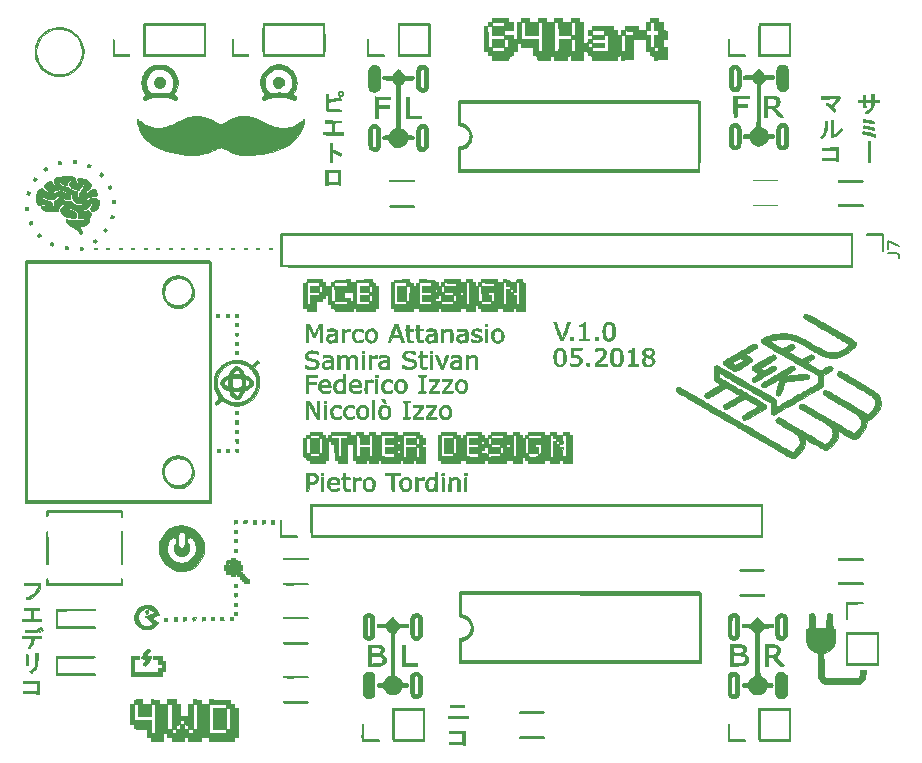
<source format=gbr>
G04 #@! TF.FileFunction,Legend,Top*
%FSLAX46Y46*%
G04 Gerber Fmt 4.6, Leading zero omitted, Abs format (unit mm)*
G04 Created by KiCad (PCBNEW 4.0.7) date 05/24/18 23:07:09*
%MOMM*%
%LPD*%
G01*
G04 APERTURE LIST*
%ADD10C,0.100000*%
%ADD11C,0.152400*%
%ADD12C,0.120000*%
%ADD13C,0.150000*%
%ADD14C,0.010000*%
G04 APERTURE END LIST*
D10*
D11*
X177160000Y-82269000D02*
X156840000Y-82269000D01*
X156840000Y-88111000D02*
X177160000Y-88111000D01*
X177160000Y-82269000D02*
X177160000Y-88111000D01*
X156840000Y-82269000D02*
X156840000Y-84174000D01*
X156840000Y-88111000D02*
X156840000Y-86206000D01*
X156840000Y-84174000D02*
G75*
G02X156840000Y-86206000I0J-1016000D01*
G01*
D12*
X190110000Y-93490000D02*
X141790000Y-93490000D01*
X141790000Y-93490000D02*
X141790000Y-96150000D01*
X141790000Y-96150000D02*
X190110000Y-96150000D01*
X190110000Y-96150000D02*
X190110000Y-93490000D01*
X191380000Y-93490000D02*
X192710000Y-93490000D01*
X192710000Y-93490000D02*
X192710000Y-94820000D01*
X189000000Y-123020000D02*
X191000000Y-123020000D01*
X191000000Y-120980000D02*
X189000000Y-120980000D01*
X189000000Y-91020000D02*
X191000000Y-91020000D01*
X191000000Y-88980000D02*
X189000000Y-88980000D01*
X126000000Y-130750000D02*
X122800000Y-130750000D01*
X122800000Y-129250000D02*
X126000000Y-129250000D01*
X122800000Y-129250000D02*
X122800000Y-130750000D01*
X126000000Y-126750000D02*
X122800000Y-126750000D01*
X122800000Y-125250000D02*
X126000000Y-125250000D01*
X122800000Y-125250000D02*
X122800000Y-126750000D01*
X189670000Y-129870000D02*
X192330000Y-129870000D01*
X189670000Y-127270000D02*
X189670000Y-129870000D01*
X192330000Y-127270000D02*
X192330000Y-129870000D01*
X189670000Y-127270000D02*
X192330000Y-127270000D01*
X189670000Y-126000000D02*
X189670000Y-124670000D01*
X189670000Y-124670000D02*
X191000000Y-124670000D01*
X153870000Y-136330000D02*
X153870000Y-133670000D01*
X151270000Y-136330000D02*
X153870000Y-136330000D01*
X151270000Y-133670000D02*
X153870000Y-133670000D01*
X151270000Y-136330000D02*
X151270000Y-133670000D01*
X150000000Y-136330000D02*
X148670000Y-136330000D01*
X148670000Y-136330000D02*
X148670000Y-135000000D01*
X154330000Y-78330000D02*
X154330000Y-75670000D01*
X151730000Y-78330000D02*
X154330000Y-78330000D01*
X151730000Y-75670000D02*
X154330000Y-75670000D01*
X151730000Y-78330000D02*
X151730000Y-75670000D01*
X150460000Y-78330000D02*
X149130000Y-78330000D01*
X149130000Y-78330000D02*
X149130000Y-77000000D01*
X184870000Y-136330000D02*
X184870000Y-133670000D01*
X182270000Y-136330000D02*
X184870000Y-136330000D01*
X182270000Y-133670000D02*
X184870000Y-133670000D01*
X182270000Y-136330000D02*
X182270000Y-133670000D01*
X181000000Y-136330000D02*
X179670000Y-136330000D01*
X179670000Y-136330000D02*
X179670000Y-135000000D01*
X144340000Y-119060000D02*
X182500000Y-119060000D01*
X182500000Y-119060000D02*
X182500000Y-116400000D01*
X182500000Y-116400000D02*
X144340000Y-116400000D01*
X144340000Y-116400000D02*
X144340000Y-119060000D01*
X143070000Y-119060000D02*
X141740000Y-119060000D01*
X141740000Y-119060000D02*
X141740000Y-117730000D01*
X184870000Y-78330000D02*
X184870000Y-75670000D01*
X182270000Y-78330000D02*
X184870000Y-78330000D01*
X182270000Y-75670000D02*
X184870000Y-75670000D01*
X182270000Y-78330000D02*
X182270000Y-75670000D01*
X181000000Y-78330000D02*
X179670000Y-78330000D01*
X179670000Y-78330000D02*
X179670000Y-77000000D01*
X135330000Y-78330000D02*
X135330000Y-75670000D01*
X130190000Y-78330000D02*
X135330000Y-78330000D01*
X130190000Y-75670000D02*
X135330000Y-75670000D01*
X130190000Y-78330000D02*
X130190000Y-75670000D01*
X128920000Y-78330000D02*
X127590000Y-78330000D01*
X127590000Y-78330000D02*
X127590000Y-77000000D01*
X145410000Y-78330000D02*
X145410000Y-75670000D01*
X140270000Y-78330000D02*
X145410000Y-78330000D01*
X140270000Y-75670000D02*
X145410000Y-75670000D01*
X140270000Y-78330000D02*
X140270000Y-75670000D01*
X139000000Y-78330000D02*
X137670000Y-78330000D01*
X137670000Y-78330000D02*
X137670000Y-77000000D01*
X142000000Y-130930000D02*
X144000000Y-130930000D01*
X144000000Y-133070000D02*
X142000000Y-133070000D01*
X162000000Y-133930000D02*
X164000000Y-133930000D01*
X164000000Y-136070000D02*
X162000000Y-136070000D01*
X153000000Y-91070000D02*
X151000000Y-91070000D01*
X151000000Y-88930000D02*
X153000000Y-88930000D01*
X180650000Y-121880000D02*
X182650000Y-121880000D01*
X182650000Y-124020000D02*
X180650000Y-124020000D01*
X144000000Y-123070000D02*
X142000000Y-123070000D01*
X142000000Y-120930000D02*
X144000000Y-120930000D01*
X144000000Y-128070000D02*
X142000000Y-128070000D01*
X142000000Y-125930000D02*
X144000000Y-125930000D01*
X181800000Y-88930000D02*
X183800000Y-88930000D01*
X183800000Y-91070000D02*
X181800000Y-91070000D01*
X128270000Y-117350000D02*
X128270000Y-116900000D01*
X128270000Y-116900000D02*
X121970000Y-116900000D01*
X121970000Y-116900000D02*
X121970000Y-117300000D01*
X128270000Y-118650000D02*
X128270000Y-121350000D01*
X121970000Y-121350000D02*
X121970000Y-118650000D01*
X128270000Y-123100000D02*
X121970000Y-123100000D01*
X121970000Y-123100000D02*
X121970000Y-122650000D01*
X128270000Y-122650000D02*
X128270000Y-123100000D01*
D11*
X177270000Y-123889000D02*
X156950000Y-123889000D01*
X156950000Y-129731000D02*
X177270000Y-129731000D01*
X177270000Y-123889000D02*
X177270000Y-129731000D01*
X156950000Y-123889000D02*
X156950000Y-125794000D01*
X156950000Y-129731000D02*
X156950000Y-127826000D01*
X156950000Y-125794000D02*
G75*
G02X156950000Y-127826000I0J-1016000D01*
G01*
D13*
X134350000Y-98380000D02*
G75*
G03X134350000Y-98380000I-1270000J0D01*
G01*
X134350000Y-113620000D02*
G75*
G03X134350000Y-113620000I-1270000J0D01*
G01*
X135810500Y-95840000D02*
X135810500Y-116160000D01*
X135810500Y-116160000D02*
X120189500Y-116160000D01*
X120189500Y-116160000D02*
X120189500Y-95840000D01*
X120189500Y-95840000D02*
X135810500Y-95840000D01*
D14*
G36*
X157350000Y-136783200D02*
X157248400Y-136783200D01*
X157177754Y-136776908D01*
X157148643Y-136756053D01*
X157146800Y-136745100D01*
X157140514Y-136731986D01*
X157117562Y-136722088D01*
X157071797Y-136714918D01*
X156997076Y-136709988D01*
X156887252Y-136706807D01*
X156736181Y-136704888D01*
X156632450Y-136704188D01*
X156472440Y-136703551D01*
X156326934Y-136703418D01*
X156204650Y-136703762D01*
X156114303Y-136704555D01*
X156064612Y-136705769D01*
X156060950Y-136706006D01*
X156022578Y-136702104D01*
X156006593Y-136672726D01*
X156003800Y-136619917D01*
X156003800Y-136529200D01*
X157146800Y-136529200D01*
X157146800Y-135792600D01*
X156003800Y-135792600D01*
X156003800Y-135614800D01*
X157350000Y-135614800D01*
X157350000Y-136783200D01*
X157350000Y-136783200D01*
G37*
X157350000Y-136783200D02*
X157248400Y-136783200D01*
X157177754Y-136776908D01*
X157148643Y-136756053D01*
X157146800Y-136745100D01*
X157140514Y-136731986D01*
X157117562Y-136722088D01*
X157071797Y-136714918D01*
X156997076Y-136709988D01*
X156887252Y-136706807D01*
X156736181Y-136704888D01*
X156632450Y-136704188D01*
X156472440Y-136703551D01*
X156326934Y-136703418D01*
X156204650Y-136703762D01*
X156114303Y-136704555D01*
X156064612Y-136705769D01*
X156060950Y-136706006D01*
X156022578Y-136702104D01*
X156006593Y-136672726D01*
X156003800Y-136619917D01*
X156003800Y-136529200D01*
X157146800Y-136529200D01*
X157146800Y-135792600D01*
X156003800Y-135792600D01*
X156003800Y-135614800D01*
X157350000Y-135614800D01*
X157350000Y-136783200D01*
G36*
X148739400Y-136376800D02*
X149399800Y-136376800D01*
X149599761Y-136376926D01*
X149754669Y-136377600D01*
X149870268Y-136379264D01*
X149952305Y-136382359D01*
X150006525Y-136387328D01*
X150038674Y-136394612D01*
X150054497Y-136404654D01*
X150059741Y-136417895D01*
X150060200Y-136427600D01*
X150058419Y-136443612D01*
X150049072Y-136455871D01*
X150026148Y-136464897D01*
X149983638Y-136471212D01*
X149915530Y-136475334D01*
X149815816Y-136477787D01*
X149678485Y-136479089D01*
X149497527Y-136479761D01*
X149456950Y-136479863D01*
X149281256Y-136480689D01*
X149117608Y-136482208D01*
X148974497Y-136484281D01*
X148860413Y-136486771D01*
X148783847Y-136489540D01*
X148760406Y-136491173D01*
X148683096Y-136488950D01*
X148639335Y-136467550D01*
X148629931Y-136432742D01*
X148623099Y-136353186D01*
X148618797Y-136227492D01*
X148616985Y-136054272D01*
X148617623Y-135832138D01*
X148618329Y-135751390D01*
X148625100Y-135068700D01*
X148739400Y-135052466D01*
X148739400Y-136376800D01*
X148739400Y-136376800D01*
G37*
X148739400Y-136376800D02*
X149399800Y-136376800D01*
X149599761Y-136376926D01*
X149754669Y-136377600D01*
X149870268Y-136379264D01*
X149952305Y-136382359D01*
X150006525Y-136387328D01*
X150038674Y-136394612D01*
X150054497Y-136404654D01*
X150059741Y-136417895D01*
X150060200Y-136427600D01*
X150058419Y-136443612D01*
X150049072Y-136455871D01*
X150026148Y-136464897D01*
X149983638Y-136471212D01*
X149915530Y-136475334D01*
X149815816Y-136477787D01*
X149678485Y-136479089D01*
X149497527Y-136479761D01*
X149456950Y-136479863D01*
X149281256Y-136480689D01*
X149117608Y-136482208D01*
X148974497Y-136484281D01*
X148860413Y-136486771D01*
X148783847Y-136489540D01*
X148760406Y-136491173D01*
X148683096Y-136488950D01*
X148639335Y-136467550D01*
X148629931Y-136432742D01*
X148623099Y-136353186D01*
X148618797Y-136227492D01*
X148616985Y-136054272D01*
X148617623Y-135832138D01*
X148618329Y-135751390D01*
X148625100Y-135068700D01*
X148739400Y-135052466D01*
X148739400Y-136376800D01*
G36*
X153933700Y-133722500D02*
X153940275Y-135079904D01*
X153941143Y-135343901D01*
X153941157Y-135590615D01*
X153940368Y-135815511D01*
X153938828Y-136014056D01*
X153936590Y-136181717D01*
X153933704Y-136313960D01*
X153930223Y-136406252D01*
X153926198Y-136454059D01*
X153924482Y-136459677D01*
X153896539Y-136463195D01*
X153823583Y-136466701D01*
X153711402Y-136470144D01*
X153565781Y-136473476D01*
X153392508Y-136476647D01*
X153197370Y-136479606D01*
X152986153Y-136482304D01*
X152764646Y-136484692D01*
X152538634Y-136486720D01*
X152313905Y-136488337D01*
X152096245Y-136489494D01*
X151891442Y-136490142D01*
X151705283Y-136490231D01*
X151543554Y-136489710D01*
X151412043Y-136488531D01*
X151316536Y-136486642D01*
X151262821Y-136483996D01*
X151254073Y-136482633D01*
X151247855Y-136455173D01*
X151242476Y-136377769D01*
X151237953Y-136251268D01*
X151234301Y-136076521D01*
X151231535Y-135854375D01*
X151230945Y-135769260D01*
X151334674Y-135769260D01*
X151335164Y-135954898D01*
X151336131Y-136110291D01*
X151337552Y-136230388D01*
X151339406Y-136310137D01*
X151341669Y-136344485D01*
X151341839Y-136345050D01*
X151355261Y-136352647D01*
X151391531Y-136359020D01*
X151454132Y-136364257D01*
X151546544Y-136368447D01*
X151672249Y-136371679D01*
X151834727Y-136374041D01*
X152037460Y-136375623D01*
X152283930Y-136376513D01*
X152577616Y-136376799D01*
X152586702Y-136376800D01*
X153819400Y-136376800D01*
X153819400Y-133836316D01*
X151342900Y-133849500D01*
X151336286Y-135081400D01*
X151335213Y-135327459D01*
X151334683Y-135558430D01*
X151334674Y-135769260D01*
X151230945Y-135769260D01*
X151229671Y-135585679D01*
X151228724Y-135271282D01*
X151228600Y-135091760D01*
X151228600Y-133709354D01*
X153933700Y-133722500D01*
X153933700Y-133722500D01*
G37*
X153933700Y-133722500D02*
X153940275Y-135079904D01*
X153941143Y-135343901D01*
X153941157Y-135590615D01*
X153940368Y-135815511D01*
X153938828Y-136014056D01*
X153936590Y-136181717D01*
X153933704Y-136313960D01*
X153930223Y-136406252D01*
X153926198Y-136454059D01*
X153924482Y-136459677D01*
X153896539Y-136463195D01*
X153823583Y-136466701D01*
X153711402Y-136470144D01*
X153565781Y-136473476D01*
X153392508Y-136476647D01*
X153197370Y-136479606D01*
X152986153Y-136482304D01*
X152764646Y-136484692D01*
X152538634Y-136486720D01*
X152313905Y-136488337D01*
X152096245Y-136489494D01*
X151891442Y-136490142D01*
X151705283Y-136490231D01*
X151543554Y-136489710D01*
X151412043Y-136488531D01*
X151316536Y-136486642D01*
X151262821Y-136483996D01*
X151254073Y-136482633D01*
X151247855Y-136455173D01*
X151242476Y-136377769D01*
X151237953Y-136251268D01*
X151234301Y-136076521D01*
X151231535Y-135854375D01*
X151230945Y-135769260D01*
X151334674Y-135769260D01*
X151335164Y-135954898D01*
X151336131Y-136110291D01*
X151337552Y-136230388D01*
X151339406Y-136310137D01*
X151341669Y-136344485D01*
X151341839Y-136345050D01*
X151355261Y-136352647D01*
X151391531Y-136359020D01*
X151454132Y-136364257D01*
X151546544Y-136368447D01*
X151672249Y-136371679D01*
X151834727Y-136374041D01*
X152037460Y-136375623D01*
X152283930Y-136376513D01*
X152577616Y-136376799D01*
X152586702Y-136376800D01*
X153819400Y-136376800D01*
X153819400Y-133836316D01*
X151342900Y-133849500D01*
X151336286Y-135081400D01*
X151335213Y-135327459D01*
X151334683Y-135558430D01*
X151334674Y-135769260D01*
X151230945Y-135769260D01*
X151229671Y-135585679D01*
X151228724Y-135271282D01*
X151228600Y-135091760D01*
X151228600Y-133709354D01*
X153933700Y-133722500D01*
G36*
X179691981Y-135057644D02*
X179703897Y-135066406D01*
X179712789Y-135088034D01*
X179719100Y-135128271D01*
X179723271Y-135192865D01*
X179725744Y-135287560D01*
X179726961Y-135418103D01*
X179727364Y-135590239D01*
X179727400Y-135716400D01*
X179727400Y-136376800D01*
X180387800Y-136376800D01*
X180587761Y-136376926D01*
X180742669Y-136377600D01*
X180858268Y-136379264D01*
X180940305Y-136382359D01*
X180994525Y-136387328D01*
X181026674Y-136394612D01*
X181042497Y-136404654D01*
X181047741Y-136417895D01*
X181048200Y-136427600D01*
X181046321Y-136444079D01*
X181036546Y-136456579D01*
X181012667Y-136465680D01*
X180968476Y-136471961D01*
X180897766Y-136476005D01*
X180794328Y-136478390D01*
X180651956Y-136479697D01*
X180483050Y-136480440D01*
X180309528Y-136481348D01*
X180144952Y-136482730D01*
X179998977Y-136484465D01*
X179881256Y-136486430D01*
X179801443Y-136488506D01*
X179784848Y-136489205D01*
X179707518Y-136490718D01*
X179653423Y-136487311D01*
X179638798Y-136482931D01*
X179635416Y-136455126D01*
X179632362Y-136383126D01*
X179629754Y-136273536D01*
X179627713Y-136132959D01*
X179626357Y-135968002D01*
X179625806Y-135785267D01*
X179625800Y-135762966D01*
X179625912Y-135555270D01*
X179626515Y-135392819D01*
X179628009Y-135270060D01*
X179630791Y-135181439D01*
X179635262Y-135121401D01*
X179641820Y-135084393D01*
X179650864Y-135064860D01*
X179662794Y-135057248D01*
X179676600Y-135056000D01*
X179691981Y-135057644D01*
X179691981Y-135057644D01*
G37*
X179691981Y-135057644D02*
X179703897Y-135066406D01*
X179712789Y-135088034D01*
X179719100Y-135128271D01*
X179723271Y-135192865D01*
X179725744Y-135287560D01*
X179726961Y-135418103D01*
X179727364Y-135590239D01*
X179727400Y-135716400D01*
X179727400Y-136376800D01*
X180387800Y-136376800D01*
X180587761Y-136376926D01*
X180742669Y-136377600D01*
X180858268Y-136379264D01*
X180940305Y-136382359D01*
X180994525Y-136387328D01*
X181026674Y-136394612D01*
X181042497Y-136404654D01*
X181047741Y-136417895D01*
X181048200Y-136427600D01*
X181046321Y-136444079D01*
X181036546Y-136456579D01*
X181012667Y-136465680D01*
X180968476Y-136471961D01*
X180897766Y-136476005D01*
X180794328Y-136478390D01*
X180651956Y-136479697D01*
X180483050Y-136480440D01*
X180309528Y-136481348D01*
X180144952Y-136482730D01*
X179998977Y-136484465D01*
X179881256Y-136486430D01*
X179801443Y-136488506D01*
X179784848Y-136489205D01*
X179707518Y-136490718D01*
X179653423Y-136487311D01*
X179638798Y-136482931D01*
X179635416Y-136455126D01*
X179632362Y-136383126D01*
X179629754Y-136273536D01*
X179627713Y-136132959D01*
X179626357Y-135968002D01*
X179625806Y-135785267D01*
X179625800Y-135762966D01*
X179625912Y-135555270D01*
X179626515Y-135392819D01*
X179628009Y-135270060D01*
X179630791Y-135181439D01*
X179635262Y-135121401D01*
X179641820Y-135084393D01*
X179650864Y-135064860D01*
X179662794Y-135057248D01*
X179676600Y-135056000D01*
X179691981Y-135057644D01*
G36*
X184928266Y-135094593D02*
X184921700Y-136479386D01*
X183594523Y-136485243D01*
X183339221Y-136486209D01*
X183099104Y-136486810D01*
X182878999Y-136487054D01*
X182683731Y-136486950D01*
X182518123Y-136486508D01*
X182387002Y-136485737D01*
X182295192Y-136484647D01*
X182247518Y-136483246D01*
X182241973Y-136482633D01*
X182235821Y-136455214D01*
X182230488Y-136377994D01*
X182225991Y-136251967D01*
X182222350Y-136078124D01*
X182219582Y-135857460D01*
X182217705Y-135590966D01*
X182216737Y-135279636D01*
X182216600Y-135091983D01*
X182216600Y-133836800D01*
X182343600Y-133836800D01*
X182343600Y-136376800D01*
X184807400Y-136376800D01*
X184807400Y-133836800D01*
X182343600Y-133836800D01*
X182216600Y-133836800D01*
X182216600Y-133709800D01*
X184934833Y-133709800D01*
X184928266Y-135094593D01*
X184928266Y-135094593D01*
G37*
X184928266Y-135094593D02*
X184921700Y-136479386D01*
X183594523Y-136485243D01*
X183339221Y-136486209D01*
X183099104Y-136486810D01*
X182878999Y-136487054D01*
X182683731Y-136486950D01*
X182518123Y-136486508D01*
X182387002Y-136485737D01*
X182295192Y-136484647D01*
X182247518Y-136483246D01*
X182241973Y-136482633D01*
X182235821Y-136455214D01*
X182230488Y-136377994D01*
X182225991Y-136251967D01*
X182222350Y-136078124D01*
X182219582Y-135857460D01*
X182217705Y-135590966D01*
X182216737Y-135279636D01*
X182216600Y-135091983D01*
X182216600Y-133836800D01*
X182343600Y-133836800D01*
X182343600Y-136376800D01*
X184807400Y-136376800D01*
X184807400Y-133836800D01*
X182343600Y-133836800D01*
X182216600Y-133836800D01*
X182216600Y-133709800D01*
X184934833Y-133709800D01*
X184928266Y-135094593D01*
G36*
X135010700Y-132960500D02*
X135002289Y-133131950D01*
X134993879Y-133303400D01*
X135709200Y-133303400D01*
X135709200Y-135767200D01*
X137131600Y-135767200D01*
X137131600Y-135411600D01*
X137487200Y-135411600D01*
X137487200Y-133659000D01*
X137131600Y-133659000D01*
X137131600Y-133303400D01*
X135709200Y-133303400D01*
X135709200Y-132947141D01*
X136591850Y-132953820D01*
X137474500Y-132960500D01*
X137482010Y-133131950D01*
X137489521Y-133303400D01*
X137848014Y-133303400D01*
X137830100Y-133646300D01*
X138001550Y-133653810D01*
X138173000Y-133661321D01*
X138173000Y-136122800D01*
X137842800Y-136122800D01*
X137839625Y-136237100D01*
X137836930Y-136321401D01*
X137834064Y-136392893D01*
X137833275Y-136408550D01*
X137830100Y-136465700D01*
X135721900Y-136465700D01*
X135714373Y-136293540D01*
X135706846Y-136121381D01*
X135358773Y-136128440D01*
X135010700Y-136135500D01*
X135007907Y-136300600D01*
X135005115Y-136465700D01*
X134480857Y-136472565D01*
X133956600Y-136479430D01*
X133956600Y-136122800D01*
X133601000Y-136122800D01*
X133601000Y-136479430D01*
X132546900Y-136465700D01*
X132531878Y-136122800D01*
X132178600Y-136122800D01*
X132178600Y-135764878D01*
X131835700Y-135779900D01*
X131831486Y-136122800D01*
X131827273Y-136465700D01*
X131304436Y-136472565D01*
X130781600Y-136479430D01*
X130781600Y-136122800D01*
X130426000Y-136122800D01*
X130426000Y-135411600D01*
X129891486Y-135411600D01*
X129705230Y-135410922D01*
X129564781Y-135408690D01*
X129465158Y-135404607D01*
X129401383Y-135398374D01*
X129368478Y-135389692D01*
X129361096Y-135379850D01*
X129362866Y-135338225D01*
X129363072Y-135264517D01*
X129362209Y-135203210D01*
X129359200Y-135058321D01*
X129187750Y-135050810D01*
X129016300Y-135043300D01*
X129009616Y-134173350D01*
X129002933Y-133303400D01*
X129358396Y-133303400D01*
X129371900Y-134713100D01*
X130076750Y-134719851D01*
X130781600Y-134726603D01*
X130781600Y-135767200D01*
X131137200Y-135767200D01*
X131137200Y-133303400D01*
X130781600Y-133303400D01*
X130781600Y-132946366D01*
X131130850Y-132953433D01*
X131271220Y-132955540D01*
X131368799Y-132958642D01*
X131431424Y-132967888D01*
X131466934Y-132988426D01*
X131483166Y-133025405D01*
X131487960Y-133083973D01*
X131489153Y-133169279D01*
X131489625Y-133189100D01*
X131492800Y-133303400D01*
X132178600Y-133303400D01*
X132178600Y-135411600D01*
X132534200Y-135411600D01*
X132534200Y-135767200D01*
X132887478Y-135767200D01*
X132902500Y-135424300D01*
X133245400Y-135409278D01*
X133245400Y-135056000D01*
X133601000Y-135056000D01*
X133601000Y-135409278D01*
X133943900Y-135424300D01*
X133951410Y-135595750D01*
X133958921Y-135767200D01*
X134312200Y-135767200D01*
X134312200Y-135411600D01*
X133958921Y-135411600D01*
X133951410Y-135240150D01*
X133943900Y-135068700D01*
X133601000Y-135053678D01*
X133601000Y-134698078D01*
X133258100Y-134713100D01*
X133243130Y-135053730D01*
X132902500Y-135068700D01*
X132887478Y-135411600D01*
X132534200Y-135411600D01*
X132534200Y-133303400D01*
X132178600Y-133303400D01*
X132178600Y-132947800D01*
X132889800Y-132947800D01*
X132889800Y-133303400D01*
X133244369Y-133303400D01*
X133251234Y-133830450D01*
X133258100Y-134357500D01*
X133943900Y-134357500D01*
X133957630Y-133303400D01*
X134312200Y-133303400D01*
X134312200Y-135411600D01*
X134667800Y-135411600D01*
X134667800Y-133303400D01*
X134312200Y-133303400D01*
X134312200Y-132946366D01*
X135010700Y-132960500D01*
X135010700Y-132960500D01*
G37*
X135010700Y-132960500D02*
X135002289Y-133131950D01*
X134993879Y-133303400D01*
X135709200Y-133303400D01*
X135709200Y-135767200D01*
X137131600Y-135767200D01*
X137131600Y-135411600D01*
X137487200Y-135411600D01*
X137487200Y-133659000D01*
X137131600Y-133659000D01*
X137131600Y-133303400D01*
X135709200Y-133303400D01*
X135709200Y-132947141D01*
X136591850Y-132953820D01*
X137474500Y-132960500D01*
X137482010Y-133131950D01*
X137489521Y-133303400D01*
X137848014Y-133303400D01*
X137830100Y-133646300D01*
X138001550Y-133653810D01*
X138173000Y-133661321D01*
X138173000Y-136122800D01*
X137842800Y-136122800D01*
X137839625Y-136237100D01*
X137836930Y-136321401D01*
X137834064Y-136392893D01*
X137833275Y-136408550D01*
X137830100Y-136465700D01*
X135721900Y-136465700D01*
X135714373Y-136293540D01*
X135706846Y-136121381D01*
X135358773Y-136128440D01*
X135010700Y-136135500D01*
X135007907Y-136300600D01*
X135005115Y-136465700D01*
X134480857Y-136472565D01*
X133956600Y-136479430D01*
X133956600Y-136122800D01*
X133601000Y-136122800D01*
X133601000Y-136479430D01*
X132546900Y-136465700D01*
X132531878Y-136122800D01*
X132178600Y-136122800D01*
X132178600Y-135764878D01*
X131835700Y-135779900D01*
X131831486Y-136122800D01*
X131827273Y-136465700D01*
X131304436Y-136472565D01*
X130781600Y-136479430D01*
X130781600Y-136122800D01*
X130426000Y-136122800D01*
X130426000Y-135411600D01*
X129891486Y-135411600D01*
X129705230Y-135410922D01*
X129564781Y-135408690D01*
X129465158Y-135404607D01*
X129401383Y-135398374D01*
X129368478Y-135389692D01*
X129361096Y-135379850D01*
X129362866Y-135338225D01*
X129363072Y-135264517D01*
X129362209Y-135203210D01*
X129359200Y-135058321D01*
X129187750Y-135050810D01*
X129016300Y-135043300D01*
X129009616Y-134173350D01*
X129002933Y-133303400D01*
X129358396Y-133303400D01*
X129371900Y-134713100D01*
X130076750Y-134719851D01*
X130781600Y-134726603D01*
X130781600Y-135767200D01*
X131137200Y-135767200D01*
X131137200Y-133303400D01*
X130781600Y-133303400D01*
X130781600Y-132946366D01*
X131130850Y-132953433D01*
X131271220Y-132955540D01*
X131368799Y-132958642D01*
X131431424Y-132967888D01*
X131466934Y-132988426D01*
X131483166Y-133025405D01*
X131487960Y-133083973D01*
X131489153Y-133169279D01*
X131489625Y-133189100D01*
X131492800Y-133303400D01*
X132178600Y-133303400D01*
X132178600Y-135411600D01*
X132534200Y-135411600D01*
X132534200Y-135767200D01*
X132887478Y-135767200D01*
X132902500Y-135424300D01*
X133245400Y-135409278D01*
X133245400Y-135056000D01*
X133601000Y-135056000D01*
X133601000Y-135409278D01*
X133943900Y-135424300D01*
X133951410Y-135595750D01*
X133958921Y-135767200D01*
X134312200Y-135767200D01*
X134312200Y-135411600D01*
X133958921Y-135411600D01*
X133951410Y-135240150D01*
X133943900Y-135068700D01*
X133601000Y-135053678D01*
X133601000Y-134698078D01*
X133258100Y-134713100D01*
X133243130Y-135053730D01*
X132902500Y-135068700D01*
X132887478Y-135411600D01*
X132534200Y-135411600D01*
X132534200Y-133303400D01*
X132178600Y-133303400D01*
X132178600Y-132947800D01*
X132889800Y-132947800D01*
X132889800Y-133303400D01*
X133244369Y-133303400D01*
X133251234Y-133830450D01*
X133258100Y-134357500D01*
X133943900Y-134357500D01*
X133957630Y-133303400D01*
X134312200Y-133303400D01*
X134312200Y-135411600D01*
X134667800Y-135411600D01*
X134667800Y-133303400D01*
X134312200Y-133303400D01*
X134312200Y-132946366D01*
X135010700Y-132960500D01*
G36*
X130070400Y-133303400D02*
X130781600Y-133303400D01*
X130781600Y-134344800D01*
X129714800Y-134344800D01*
X129714800Y-133303400D01*
X129359200Y-133303400D01*
X129362209Y-133157350D01*
X129363180Y-133071932D01*
X129362516Y-133005356D01*
X129361096Y-132979550D01*
X129372104Y-132966281D01*
X129412927Y-132956994D01*
X129489250Y-132951176D01*
X129606759Y-132948316D01*
X129713686Y-132947800D01*
X130070400Y-132947800D01*
X130070400Y-133303400D01*
X130070400Y-133303400D01*
G37*
X130070400Y-133303400D02*
X130781600Y-133303400D01*
X130781600Y-134344800D01*
X129714800Y-134344800D01*
X129714800Y-133303400D01*
X129359200Y-133303400D01*
X129362209Y-133157350D01*
X129363180Y-133071932D01*
X129362516Y-133005356D01*
X129361096Y-132979550D01*
X129372104Y-132966281D01*
X129412927Y-132956994D01*
X129489250Y-132951176D01*
X129606759Y-132948316D01*
X129713686Y-132947800D01*
X130070400Y-132947800D01*
X130070400Y-133303400D01*
G36*
X163272598Y-136122858D02*
X163483278Y-136123181D01*
X163652323Y-136123995D01*
X163784313Y-136125521D01*
X163883831Y-136127985D01*
X163955458Y-136131609D01*
X164003776Y-136136618D01*
X164033367Y-136143236D01*
X164048812Y-136151686D01*
X164054695Y-136162193D01*
X164055600Y-136173600D01*
X164054408Y-136186149D01*
X164047780Y-136196441D01*
X164031133Y-136204699D01*
X163999886Y-136211147D01*
X163949456Y-136216008D01*
X163875262Y-136219507D01*
X163772721Y-136221868D01*
X163637253Y-136223313D01*
X163464275Y-136224068D01*
X163249205Y-136224355D01*
X163015699Y-136224400D01*
X162733346Y-136223779D01*
X162492055Y-136221944D01*
X162293559Y-136218938D01*
X162139593Y-136214802D01*
X162031894Y-136209577D01*
X161972195Y-136203306D01*
X161960100Y-136199000D01*
X161956386Y-136156178D01*
X161960100Y-136148200D01*
X161989769Y-136141312D01*
X162068494Y-136135446D01*
X162194540Y-136130643D01*
X162366171Y-136126945D01*
X162581652Y-136124393D01*
X162839249Y-136123030D01*
X163015699Y-136122800D01*
X163272598Y-136122858D01*
X163272598Y-136122858D01*
G37*
X163272598Y-136122858D02*
X163483278Y-136123181D01*
X163652323Y-136123995D01*
X163784313Y-136125521D01*
X163883831Y-136127985D01*
X163955458Y-136131609D01*
X164003776Y-136136618D01*
X164033367Y-136143236D01*
X164048812Y-136151686D01*
X164054695Y-136162193D01*
X164055600Y-136173600D01*
X164054408Y-136186149D01*
X164047780Y-136196441D01*
X164031133Y-136204699D01*
X163999886Y-136211147D01*
X163949456Y-136216008D01*
X163875262Y-136219507D01*
X163772721Y-136221868D01*
X163637253Y-136223313D01*
X163464275Y-136224068D01*
X163249205Y-136224355D01*
X163015699Y-136224400D01*
X162733346Y-136223779D01*
X162492055Y-136221944D01*
X162293559Y-136218938D01*
X162139593Y-136214802D01*
X162031894Y-136209577D01*
X161972195Y-136203306D01*
X161960100Y-136199000D01*
X161956386Y-136156178D01*
X161960100Y-136148200D01*
X161989769Y-136141312D01*
X162068494Y-136135446D01*
X162194540Y-136130643D01*
X162366171Y-136126945D01*
X162581652Y-136124393D01*
X162839249Y-136123030D01*
X163015699Y-136122800D01*
X163272598Y-136122858D01*
G36*
X157604000Y-134421000D02*
X157602606Y-134483004D01*
X157599122Y-134515220D01*
X157597650Y-134516604D01*
X157571678Y-134514969D01*
X157500863Y-134513081D01*
X157391163Y-134511032D01*
X157248533Y-134508912D01*
X157078930Y-134506813D01*
X156888310Y-134504826D01*
X156746750Y-134503561D01*
X155902200Y-134496515D01*
X155902200Y-134319400D01*
X157604000Y-134319400D01*
X157604000Y-134421000D01*
X157604000Y-134421000D01*
G37*
X157604000Y-134421000D02*
X157602606Y-134483004D01*
X157599122Y-134515220D01*
X157597650Y-134516604D01*
X157571678Y-134514969D01*
X157500863Y-134513081D01*
X157391163Y-134511032D01*
X157248533Y-134508912D01*
X157078930Y-134506813D01*
X156888310Y-134504826D01*
X156746750Y-134503561D01*
X155902200Y-134496515D01*
X155902200Y-134319400D01*
X157604000Y-134319400D01*
X157604000Y-134421000D01*
G36*
X162960457Y-133970021D02*
X163026900Y-133970374D01*
X163280564Y-133971967D01*
X163488064Y-133973562D01*
X163654034Y-133975420D01*
X163783108Y-133977799D01*
X163879923Y-133980961D01*
X163949111Y-133985164D01*
X163995308Y-133990667D01*
X164023149Y-133997732D01*
X164037268Y-134006617D01*
X164042301Y-134017582D01*
X164042900Y-134027300D01*
X164041647Y-134039881D01*
X164034829Y-134050231D01*
X164017855Y-134058605D01*
X163986135Y-134065257D01*
X163935079Y-134070443D01*
X163860095Y-134074416D01*
X163756594Y-134077430D01*
X163619986Y-134079742D01*
X163445679Y-134081604D01*
X163229084Y-134083272D01*
X163007162Y-134084735D01*
X162748893Y-134086235D01*
X162536845Y-134087011D01*
X162366442Y-134086914D01*
X162233108Y-134085794D01*
X162132266Y-134083502D01*
X162059341Y-134079888D01*
X162009757Y-134074804D01*
X161978938Y-134068100D01*
X161962307Y-134059626D01*
X161955711Y-134050422D01*
X161959584Y-134004056D01*
X161975448Y-133986861D01*
X162008002Y-133982015D01*
X162085824Y-133977838D01*
X162203385Y-133974417D01*
X162355158Y-133971838D01*
X162535613Y-133970188D01*
X162739222Y-133969553D01*
X162960457Y-133970021D01*
X162960457Y-133970021D01*
G37*
X162960457Y-133970021D02*
X163026900Y-133970374D01*
X163280564Y-133971967D01*
X163488064Y-133973562D01*
X163654034Y-133975420D01*
X163783108Y-133977799D01*
X163879923Y-133980961D01*
X163949111Y-133985164D01*
X163995308Y-133990667D01*
X164023149Y-133997732D01*
X164037268Y-134006617D01*
X164042301Y-134017582D01*
X164042900Y-134027300D01*
X164041647Y-134039881D01*
X164034829Y-134050231D01*
X164017855Y-134058605D01*
X163986135Y-134065257D01*
X163935079Y-134070443D01*
X163860095Y-134074416D01*
X163756594Y-134077430D01*
X163619986Y-134079742D01*
X163445679Y-134081604D01*
X163229084Y-134083272D01*
X163007162Y-134084735D01*
X162748893Y-134086235D01*
X162536845Y-134087011D01*
X162366442Y-134086914D01*
X162233108Y-134085794D01*
X162132266Y-134083502D01*
X162059341Y-134079888D01*
X162009757Y-134074804D01*
X161978938Y-134068100D01*
X161962307Y-134059626D01*
X161955711Y-134050422D01*
X161959584Y-134004056D01*
X161975448Y-133986861D01*
X162008002Y-133982015D01*
X162085824Y-133977838D01*
X162203385Y-133974417D01*
X162355158Y-133971838D01*
X162535613Y-133970188D01*
X162739222Y-133969553D01*
X162960457Y-133970021D01*
G36*
X157311900Y-133443100D02*
X157311900Y-133595500D01*
X156708650Y-133602309D01*
X156105400Y-133609119D01*
X156105400Y-133429480D01*
X157311900Y-133443100D01*
X157311900Y-133443100D01*
G37*
X157311900Y-133443100D02*
X157311900Y-133595500D01*
X156708650Y-133602309D01*
X156105400Y-133609119D01*
X156105400Y-133429480D01*
X157311900Y-133443100D01*
G36*
X143457378Y-133106480D02*
X143630246Y-133107798D01*
X143780960Y-133109905D01*
X143902888Y-133112828D01*
X143989398Y-133116592D01*
X144033857Y-133121224D01*
X144037751Y-133122600D01*
X144060587Y-133162738D01*
X144057598Y-133186536D01*
X144049526Y-133196709D01*
X144030820Y-133205051D01*
X143996906Y-133211740D01*
X143943213Y-133216953D01*
X143865169Y-133220867D01*
X143758201Y-133223662D01*
X143617737Y-133225514D01*
X143439205Y-133226602D01*
X143218032Y-133227102D01*
X143011700Y-133227200D01*
X142753107Y-133227016D01*
X142540789Y-133226352D01*
X142370222Y-133225038D01*
X142236882Y-133222905D01*
X142136243Y-133219782D01*
X142063783Y-133215500D01*
X142014976Y-133209890D01*
X141985299Y-133202782D01*
X141970228Y-133194006D01*
X141966364Y-133188004D01*
X141962521Y-133144240D01*
X141969249Y-133130854D01*
X141998901Y-133125740D01*
X142072718Y-133121151D01*
X142184069Y-133117112D01*
X142326321Y-133113650D01*
X142492843Y-133110792D01*
X142677003Y-133108564D01*
X142872168Y-133106992D01*
X143071707Y-133106103D01*
X143268988Y-133105923D01*
X143457378Y-133106480D01*
X143457378Y-133106480D01*
G37*
X143457378Y-133106480D02*
X143630246Y-133107798D01*
X143780960Y-133109905D01*
X143902888Y-133112828D01*
X143989398Y-133116592D01*
X144033857Y-133121224D01*
X144037751Y-133122600D01*
X144060587Y-133162738D01*
X144057598Y-133186536D01*
X144049526Y-133196709D01*
X144030820Y-133205051D01*
X143996906Y-133211740D01*
X143943213Y-133216953D01*
X143865169Y-133220867D01*
X143758201Y-133223662D01*
X143617737Y-133225514D01*
X143439205Y-133226602D01*
X143218032Y-133227102D01*
X143011700Y-133227200D01*
X142753107Y-133227016D01*
X142540789Y-133226352D01*
X142370222Y-133225038D01*
X142236882Y-133222905D01*
X142136243Y-133219782D01*
X142063783Y-133215500D01*
X142014976Y-133209890D01*
X141985299Y-133202782D01*
X141970228Y-133194006D01*
X141966364Y-133188004D01*
X141962521Y-133144240D01*
X141969249Y-133130854D01*
X141998901Y-133125740D01*
X142072718Y-133121151D01*
X142184069Y-133117112D01*
X142326321Y-133113650D01*
X142492843Y-133110792D01*
X142677003Y-133108564D01*
X142872168Y-133106992D01*
X143071707Y-133106103D01*
X143268988Y-133105923D01*
X143457378Y-133106480D01*
G36*
X149285603Y-130593346D02*
X149422939Y-130636825D01*
X149550430Y-130723430D01*
X149582334Y-130754723D01*
X149635694Y-130822566D01*
X149674993Y-130891951D01*
X149677584Y-130898403D01*
X149685969Y-130947150D01*
X149692946Y-131043104D01*
X149698399Y-131182685D01*
X149702210Y-131362315D01*
X149704262Y-131578418D01*
X149704600Y-131722234D01*
X149704414Y-131938999D01*
X149703606Y-132111174D01*
X149701801Y-132244968D01*
X149698621Y-132346591D01*
X149693691Y-132422251D01*
X149686635Y-132478157D01*
X149677077Y-132520519D01*
X149664640Y-132555547D01*
X149652521Y-132582141D01*
X149575842Y-132701103D01*
X149476297Y-132781006D01*
X149346173Y-132826644D01*
X149236950Y-132840510D01*
X149140479Y-132845222D01*
X149076235Y-132840996D01*
X149025821Y-132823146D01*
X148970842Y-132786986D01*
X148942256Y-132765432D01*
X148864941Y-132695612D01*
X148796510Y-132615835D01*
X148771713Y-132578318D01*
X148755009Y-132547068D01*
X148741938Y-132515001D01*
X148732052Y-132475758D01*
X148724903Y-132422981D01*
X148720044Y-132350309D01*
X148717027Y-132251383D01*
X148715404Y-132119844D01*
X148714726Y-131949334D01*
X148714559Y-131766700D01*
X148715527Y-131539860D01*
X148718508Y-131342441D01*
X148723341Y-131179240D01*
X148729863Y-131055050D01*
X148737913Y-130974668D01*
X148742035Y-130953900D01*
X148803973Y-130811293D01*
X148897606Y-130701965D01*
X149014628Y-130627885D01*
X149146730Y-130591022D01*
X149285603Y-130593346D01*
X149285603Y-130593346D01*
G37*
X149285603Y-130593346D02*
X149422939Y-130636825D01*
X149550430Y-130723430D01*
X149582334Y-130754723D01*
X149635694Y-130822566D01*
X149674993Y-130891951D01*
X149677584Y-130898403D01*
X149685969Y-130947150D01*
X149692946Y-131043104D01*
X149698399Y-131182685D01*
X149702210Y-131362315D01*
X149704262Y-131578418D01*
X149704600Y-131722234D01*
X149704414Y-131938999D01*
X149703606Y-132111174D01*
X149701801Y-132244968D01*
X149698621Y-132346591D01*
X149693691Y-132422251D01*
X149686635Y-132478157D01*
X149677077Y-132520519D01*
X149664640Y-132555547D01*
X149652521Y-132582141D01*
X149575842Y-132701103D01*
X149476297Y-132781006D01*
X149346173Y-132826644D01*
X149236950Y-132840510D01*
X149140479Y-132845222D01*
X149076235Y-132840996D01*
X149025821Y-132823146D01*
X148970842Y-132786986D01*
X148942256Y-132765432D01*
X148864941Y-132695612D01*
X148796510Y-132615835D01*
X148771713Y-132578318D01*
X148755009Y-132547068D01*
X148741938Y-132515001D01*
X148732052Y-132475758D01*
X148724903Y-132422981D01*
X148720044Y-132350309D01*
X148717027Y-132251383D01*
X148715404Y-132119844D01*
X148714726Y-131949334D01*
X148714559Y-131766700D01*
X148715527Y-131539860D01*
X148718508Y-131342441D01*
X148723341Y-131179240D01*
X148729863Y-131055050D01*
X148737913Y-130974668D01*
X148742035Y-130953900D01*
X148803973Y-130811293D01*
X148897606Y-130701965D01*
X149014628Y-130627885D01*
X149146730Y-130591022D01*
X149285603Y-130593346D01*
G36*
X153418369Y-130615609D02*
X153514603Y-130665849D01*
X153606949Y-130750238D01*
X153681029Y-130853221D01*
X153717759Y-130939540D01*
X153724397Y-130988570D01*
X153730337Y-131080924D01*
X153735349Y-131209131D01*
X153739200Y-131365717D01*
X153741662Y-131543209D01*
X153742503Y-131734135D01*
X153742500Y-131741300D01*
X153742094Y-131953482D01*
X153740904Y-132121230D01*
X153738560Y-132250905D01*
X153734689Y-132348870D01*
X153728920Y-132421490D01*
X153720882Y-132475125D01*
X153710203Y-132516141D01*
X153696512Y-132550899D01*
X153695045Y-132554100D01*
X153621240Y-132671133D01*
X153523852Y-132765977D01*
X153430396Y-132819184D01*
X153316762Y-132843833D01*
X153189400Y-132843710D01*
X153070727Y-132820263D01*
X153006600Y-132791836D01*
X152893140Y-132705318D01*
X152815068Y-132600151D01*
X152787136Y-132541485D01*
X152776319Y-132507291D01*
X152767961Y-132458851D01*
X152761873Y-132390594D01*
X152757864Y-132296950D01*
X152755747Y-132172349D01*
X152755331Y-132011220D01*
X152756426Y-131807993D01*
X152757103Y-131732408D01*
X153082800Y-131732408D01*
X153082800Y-132436112D01*
X153150924Y-132489699D01*
X153206884Y-132522513D01*
X153251747Y-132530515D01*
X153254601Y-132529643D01*
X153300381Y-132517096D01*
X153311663Y-132516000D01*
X153345031Y-132499874D01*
X153373085Y-132476085D01*
X153385017Y-132458334D01*
X153394361Y-132427956D01*
X153401420Y-132379289D01*
X153406494Y-132306669D01*
X153409885Y-132204431D01*
X153411896Y-132066913D01*
X153412828Y-131888450D01*
X153413000Y-131726785D01*
X153412837Y-131517961D01*
X153412083Y-131353980D01*
X153410341Y-131228885D01*
X153407211Y-131136719D01*
X153402297Y-131071525D01*
X153395200Y-131027345D01*
X153385521Y-130998225D01*
X153372863Y-130978205D01*
X153362200Y-130966600D01*
X153291247Y-130924336D01*
X153212142Y-130918732D01*
X153143302Y-130949353D01*
X153122340Y-130972251D01*
X153110394Y-130995917D01*
X153101053Y-131032654D01*
X153094016Y-131088246D01*
X153088983Y-131168474D01*
X153085652Y-131279121D01*
X153083723Y-131425971D01*
X153082895Y-131614805D01*
X153082800Y-131732408D01*
X152757103Y-131732408D01*
X152757628Y-131673846D01*
X152765300Y-130895020D01*
X152843914Y-130797460D01*
X152966163Y-130678987D01*
X153102746Y-130609249D01*
X153253745Y-130588218D01*
X153418369Y-130615609D01*
X153418369Y-130615609D01*
G37*
X153418369Y-130615609D02*
X153514603Y-130665849D01*
X153606949Y-130750238D01*
X153681029Y-130853221D01*
X153717759Y-130939540D01*
X153724397Y-130988570D01*
X153730337Y-131080924D01*
X153735349Y-131209131D01*
X153739200Y-131365717D01*
X153741662Y-131543209D01*
X153742503Y-131734135D01*
X153742500Y-131741300D01*
X153742094Y-131953482D01*
X153740904Y-132121230D01*
X153738560Y-132250905D01*
X153734689Y-132348870D01*
X153728920Y-132421490D01*
X153720882Y-132475125D01*
X153710203Y-132516141D01*
X153696512Y-132550899D01*
X153695045Y-132554100D01*
X153621240Y-132671133D01*
X153523852Y-132765977D01*
X153430396Y-132819184D01*
X153316762Y-132843833D01*
X153189400Y-132843710D01*
X153070727Y-132820263D01*
X153006600Y-132791836D01*
X152893140Y-132705318D01*
X152815068Y-132600151D01*
X152787136Y-132541485D01*
X152776319Y-132507291D01*
X152767961Y-132458851D01*
X152761873Y-132390594D01*
X152757864Y-132296950D01*
X152755747Y-132172349D01*
X152755331Y-132011220D01*
X152756426Y-131807993D01*
X152757103Y-131732408D01*
X153082800Y-131732408D01*
X153082800Y-132436112D01*
X153150924Y-132489699D01*
X153206884Y-132522513D01*
X153251747Y-132530515D01*
X153254601Y-132529643D01*
X153300381Y-132517096D01*
X153311663Y-132516000D01*
X153345031Y-132499874D01*
X153373085Y-132476085D01*
X153385017Y-132458334D01*
X153394361Y-132427956D01*
X153401420Y-132379289D01*
X153406494Y-132306669D01*
X153409885Y-132204431D01*
X153411896Y-132066913D01*
X153412828Y-131888450D01*
X153413000Y-131726785D01*
X153412837Y-131517961D01*
X153412083Y-131353980D01*
X153410341Y-131228885D01*
X153407211Y-131136719D01*
X153402297Y-131071525D01*
X153395200Y-131027345D01*
X153385521Y-130998225D01*
X153372863Y-130978205D01*
X153362200Y-130966600D01*
X153291247Y-130924336D01*
X153212142Y-130918732D01*
X153143302Y-130949353D01*
X153122340Y-130972251D01*
X153110394Y-130995917D01*
X153101053Y-131032654D01*
X153094016Y-131088246D01*
X153088983Y-131168474D01*
X153085652Y-131279121D01*
X153083723Y-131425971D01*
X153082895Y-131614805D01*
X153082800Y-131732408D01*
X152757103Y-131732408D01*
X152757628Y-131673846D01*
X152765300Y-130895020D01*
X152843914Y-130797460D01*
X152966163Y-130678987D01*
X153102746Y-130609249D01*
X153253745Y-130588218D01*
X153418369Y-130615609D01*
G36*
X180270805Y-130612704D02*
X180393485Y-130674265D01*
X180494369Y-130773441D01*
X180506604Y-130790995D01*
X180578300Y-130899280D01*
X180585668Y-131693200D01*
X180587630Y-131932389D01*
X180587970Y-132126522D01*
X180585710Y-132281342D01*
X180579874Y-132402589D01*
X180569485Y-132496005D01*
X180553564Y-132567332D01*
X180531135Y-132622309D01*
X180501221Y-132666678D01*
X180462843Y-132706181D01*
X180415026Y-132746559D01*
X180404985Y-132754648D01*
X180345756Y-132797218D01*
X180288485Y-132821993D01*
X180214638Y-132834640D01*
X180125585Y-132840061D01*
X180025457Y-132841970D01*
X179957657Y-132835090D01*
X179903932Y-132815336D01*
X179846030Y-132778621D01*
X179843678Y-132776961D01*
X179768694Y-132708570D01*
X179701464Y-132622599D01*
X179684928Y-132594554D01*
X179668116Y-132561374D01*
X179654836Y-132528598D01*
X179644672Y-132490067D01*
X179637208Y-132439622D01*
X179632026Y-132371104D01*
X179628712Y-132278353D01*
X179626848Y-132155210D01*
X179626018Y-131995516D01*
X179625805Y-131793111D01*
X179625800Y-131719924D01*
X179625961Y-131501936D01*
X179626701Y-131328568D01*
X179627344Y-131277448D01*
X179931758Y-131277448D01*
X179931806Y-131406801D01*
X179933235Y-131575678D01*
X179935179Y-131748457D01*
X179943300Y-132442763D01*
X180006800Y-132492187D01*
X180088592Y-132527010D01*
X180174551Y-132515750D01*
X180235400Y-132475321D01*
X180246871Y-132457237D01*
X180255856Y-132424396D01*
X180262640Y-132371263D01*
X180267503Y-132292300D01*
X180270731Y-132181971D01*
X180272605Y-132034740D01*
X180273410Y-131845070D01*
X180273500Y-131730359D01*
X180273301Y-131521270D01*
X180272452Y-131357003D01*
X180270573Y-131231580D01*
X180267283Y-131139024D01*
X180262203Y-131073355D01*
X180254953Y-131028598D01*
X180245152Y-130998774D01*
X180232420Y-130977906D01*
X180225113Y-130969266D01*
X180153782Y-130922742D01*
X180074328Y-130921330D01*
X180000227Y-130964161D01*
X179981473Y-130984976D01*
X179965359Y-131007072D01*
X179952877Y-131031581D01*
X179943650Y-131064688D01*
X179937305Y-131112577D01*
X179933466Y-131181436D01*
X179931758Y-131277448D01*
X179627344Y-131277448D01*
X179628399Y-131193638D01*
X179631437Y-131090967D01*
X179636195Y-131014373D01*
X179643055Y-130957676D01*
X179652397Y-130914696D01*
X179664604Y-130879252D01*
X179679677Y-130845943D01*
X179761677Y-130729367D01*
X179871766Y-130647092D01*
X179999969Y-130599781D01*
X180136308Y-130588098D01*
X180270805Y-130612704D01*
X180270805Y-130612704D01*
G37*
X180270805Y-130612704D02*
X180393485Y-130674265D01*
X180494369Y-130773441D01*
X180506604Y-130790995D01*
X180578300Y-130899280D01*
X180585668Y-131693200D01*
X180587630Y-131932389D01*
X180587970Y-132126522D01*
X180585710Y-132281342D01*
X180579874Y-132402589D01*
X180569485Y-132496005D01*
X180553564Y-132567332D01*
X180531135Y-132622309D01*
X180501221Y-132666678D01*
X180462843Y-132706181D01*
X180415026Y-132746559D01*
X180404985Y-132754648D01*
X180345756Y-132797218D01*
X180288485Y-132821993D01*
X180214638Y-132834640D01*
X180125585Y-132840061D01*
X180025457Y-132841970D01*
X179957657Y-132835090D01*
X179903932Y-132815336D01*
X179846030Y-132778621D01*
X179843678Y-132776961D01*
X179768694Y-132708570D01*
X179701464Y-132622599D01*
X179684928Y-132594554D01*
X179668116Y-132561374D01*
X179654836Y-132528598D01*
X179644672Y-132490067D01*
X179637208Y-132439622D01*
X179632026Y-132371104D01*
X179628712Y-132278353D01*
X179626848Y-132155210D01*
X179626018Y-131995516D01*
X179625805Y-131793111D01*
X179625800Y-131719924D01*
X179625961Y-131501936D01*
X179626701Y-131328568D01*
X179627344Y-131277448D01*
X179931758Y-131277448D01*
X179931806Y-131406801D01*
X179933235Y-131575678D01*
X179935179Y-131748457D01*
X179943300Y-132442763D01*
X180006800Y-132492187D01*
X180088592Y-132527010D01*
X180174551Y-132515750D01*
X180235400Y-132475321D01*
X180246871Y-132457237D01*
X180255856Y-132424396D01*
X180262640Y-132371263D01*
X180267503Y-132292300D01*
X180270731Y-132181971D01*
X180272605Y-132034740D01*
X180273410Y-131845070D01*
X180273500Y-131730359D01*
X180273301Y-131521270D01*
X180272452Y-131357003D01*
X180270573Y-131231580D01*
X180267283Y-131139024D01*
X180262203Y-131073355D01*
X180254953Y-131028598D01*
X180245152Y-130998774D01*
X180232420Y-130977906D01*
X180225113Y-130969266D01*
X180153782Y-130922742D01*
X180074328Y-130921330D01*
X180000227Y-130964161D01*
X179981473Y-130984976D01*
X179965359Y-131007072D01*
X179952877Y-131031581D01*
X179943650Y-131064688D01*
X179937305Y-131112577D01*
X179933466Y-131181436D01*
X179931758Y-131277448D01*
X179627344Y-131277448D01*
X179628399Y-131193638D01*
X179631437Y-131090967D01*
X179636195Y-131014373D01*
X179643055Y-130957676D01*
X179652397Y-130914696D01*
X179664604Y-130879252D01*
X179679677Y-130845943D01*
X179761677Y-130729367D01*
X179871766Y-130647092D01*
X179999969Y-130599781D01*
X180136308Y-130588098D01*
X180270805Y-130612704D01*
G36*
X184274634Y-130607278D02*
X184406977Y-130667247D01*
X184515966Y-130757904D01*
X184590604Y-130871651D01*
X184606398Y-130914898D01*
X184614324Y-130969847D01*
X184620326Y-131071911D01*
X184624326Y-131217437D01*
X184626245Y-131402773D01*
X184626003Y-131624268D01*
X184624835Y-131768613D01*
X184616900Y-132532527D01*
X184547021Y-132638062D01*
X184448226Y-132743904D01*
X184321659Y-132814349D01*
X184178456Y-132846662D01*
X184029750Y-132838112D01*
X183905171Y-132795606D01*
X183791693Y-132711874D01*
X183708740Y-132590624D01*
X183659584Y-132437201D01*
X183651322Y-132380294D01*
X183647000Y-132310754D01*
X183643804Y-132199644D01*
X183641828Y-132056185D01*
X183641168Y-131889597D01*
X183641917Y-131709099D01*
X183643202Y-131588900D01*
X183646101Y-131391183D01*
X183649247Y-131237392D01*
X183653228Y-131120653D01*
X183658632Y-131034092D01*
X183666046Y-130970837D01*
X183676057Y-130924012D01*
X183689252Y-130886745D01*
X183706147Y-130852300D01*
X183801141Y-130720992D01*
X183921026Y-130632967D01*
X184063152Y-130589889D01*
X184129936Y-130585600D01*
X184274634Y-130607278D01*
X184274634Y-130607278D01*
G37*
X184274634Y-130607278D02*
X184406977Y-130667247D01*
X184515966Y-130757904D01*
X184590604Y-130871651D01*
X184606398Y-130914898D01*
X184614324Y-130969847D01*
X184620326Y-131071911D01*
X184624326Y-131217437D01*
X184626245Y-131402773D01*
X184626003Y-131624268D01*
X184624835Y-131768613D01*
X184616900Y-132532527D01*
X184547021Y-132638062D01*
X184448226Y-132743904D01*
X184321659Y-132814349D01*
X184178456Y-132846662D01*
X184029750Y-132838112D01*
X183905171Y-132795606D01*
X183791693Y-132711874D01*
X183708740Y-132590624D01*
X183659584Y-132437201D01*
X183651322Y-132380294D01*
X183647000Y-132310754D01*
X183643804Y-132199644D01*
X183641828Y-132056185D01*
X183641168Y-131889597D01*
X183641917Y-131709099D01*
X183643202Y-131588900D01*
X183646101Y-131391183D01*
X183649247Y-131237392D01*
X183653228Y-131120653D01*
X183658632Y-131034092D01*
X183666046Y-130970837D01*
X183676057Y-130924012D01*
X183689252Y-130886745D01*
X183706147Y-130852300D01*
X183801141Y-130720992D01*
X183921026Y-130632967D01*
X184063152Y-130589889D01*
X184129936Y-130585600D01*
X184274634Y-130607278D01*
G36*
X151243918Y-125990730D02*
X151295850Y-126041575D01*
X151365759Y-126115582D01*
X151445288Y-126204100D01*
X151549132Y-126323180D01*
X151627289Y-126410662D01*
X151689422Y-126471427D01*
X151745198Y-126510357D01*
X151804279Y-126532334D01*
X151876331Y-126542241D01*
X151971018Y-126544960D01*
X152098005Y-126545372D01*
X152121193Y-126545544D01*
X152271957Y-126548809D01*
X152392572Y-126555372D01*
X152476184Y-126564699D01*
X152515941Y-126576254D01*
X152516084Y-126576371D01*
X152539570Y-126622330D01*
X152548420Y-126693652D01*
X152542364Y-126766975D01*
X152521132Y-126818935D01*
X152518919Y-126821320D01*
X152480976Y-126835432D01*
X152398488Y-126845091D01*
X152269289Y-126850468D01*
X152128200Y-126851800D01*
X151767961Y-126851800D01*
X151700645Y-126989387D01*
X151634118Y-127098203D01*
X151548043Y-127179909D01*
X151507634Y-127207634D01*
X151381937Y-127288293D01*
X151387818Y-129107788D01*
X151393700Y-130927284D01*
X151546100Y-130999745D01*
X151717772Y-131102309D01*
X151848827Y-131229784D01*
X151946097Y-131388932D01*
X151951867Y-131401546D01*
X152018848Y-131550800D01*
X152227672Y-131550800D01*
X152365477Y-131556297D01*
X152459949Y-131574976D01*
X152517581Y-131610119D01*
X152544864Y-131665007D01*
X152549400Y-131713403D01*
X152540657Y-131785002D01*
X152509599Y-131833681D01*
X152448978Y-131863310D01*
X152351548Y-131877760D01*
X152235621Y-131881000D01*
X152129317Y-131881638D01*
X152062697Y-131885655D01*
X152024646Y-131896202D01*
X152004050Y-131916431D01*
X151989792Y-131949494D01*
X151989297Y-131950850D01*
X151895923Y-132142818D01*
X151770816Y-132296344D01*
X151616380Y-132409573D01*
X151435018Y-132480652D01*
X151269499Y-132506086D01*
X151124779Y-132506308D01*
X151014146Y-132488338D01*
X150997009Y-132482607D01*
X150806926Y-132386731D01*
X150652909Y-132255159D01*
X150534222Y-132087207D01*
X150504213Y-132027050D01*
X150437476Y-131881000D01*
X150214674Y-131881000D01*
X150082005Y-131876180D01*
X149992239Y-131859207D01*
X149938173Y-131826308D01*
X149912606Y-131773710D01*
X149907800Y-131720249D01*
X149919157Y-131648255D01*
X149957379Y-131598563D01*
X150028689Y-131567980D01*
X150139308Y-131553313D01*
X150238000Y-131550800D01*
X150349032Y-131549391D01*
X150418184Y-131544155D01*
X150454324Y-131533574D01*
X150466318Y-131516131D01*
X150466600Y-131511688D01*
X150481154Y-131453307D01*
X150519185Y-131371270D01*
X150572239Y-131281435D01*
X150631865Y-131199660D01*
X150634730Y-131196231D01*
X150755305Y-131085588D01*
X150905223Y-130998116D01*
X150980950Y-130968529D01*
X151076200Y-130937260D01*
X151076200Y-127287743D01*
X150993650Y-127236650D01*
X150860879Y-127131093D01*
X150762580Y-127003891D01*
X150734306Y-126947050D01*
X150694518Y-126851800D01*
X150343195Y-126851800D01*
X150200259Y-126851068D01*
X150099349Y-126848185D01*
X150031703Y-126842114D01*
X149988559Y-126831822D01*
X149961155Y-126816274D01*
X149949836Y-126805349D01*
X149913444Y-126733421D01*
X149915049Y-126654304D01*
X149953420Y-126589787D01*
X149982384Y-126572326D01*
X150030052Y-126559722D01*
X150104623Y-126550980D01*
X150214296Y-126545105D01*
X150352132Y-126541400D01*
X150705223Y-126534300D01*
X150947861Y-126250161D01*
X151035145Y-126150294D01*
X151112260Y-126066444D01*
X151172729Y-126005324D01*
X151210074Y-125973646D01*
X151217492Y-125970761D01*
X151243918Y-125990730D01*
X151243918Y-125990730D01*
G37*
X151243918Y-125990730D02*
X151295850Y-126041575D01*
X151365759Y-126115582D01*
X151445288Y-126204100D01*
X151549132Y-126323180D01*
X151627289Y-126410662D01*
X151689422Y-126471427D01*
X151745198Y-126510357D01*
X151804279Y-126532334D01*
X151876331Y-126542241D01*
X151971018Y-126544960D01*
X152098005Y-126545372D01*
X152121193Y-126545544D01*
X152271957Y-126548809D01*
X152392572Y-126555372D01*
X152476184Y-126564699D01*
X152515941Y-126576254D01*
X152516084Y-126576371D01*
X152539570Y-126622330D01*
X152548420Y-126693652D01*
X152542364Y-126766975D01*
X152521132Y-126818935D01*
X152518919Y-126821320D01*
X152480976Y-126835432D01*
X152398488Y-126845091D01*
X152269289Y-126850468D01*
X152128200Y-126851800D01*
X151767961Y-126851800D01*
X151700645Y-126989387D01*
X151634118Y-127098203D01*
X151548043Y-127179909D01*
X151507634Y-127207634D01*
X151381937Y-127288293D01*
X151387818Y-129107788D01*
X151393700Y-130927284D01*
X151546100Y-130999745D01*
X151717772Y-131102309D01*
X151848827Y-131229784D01*
X151946097Y-131388932D01*
X151951867Y-131401546D01*
X152018848Y-131550800D01*
X152227672Y-131550800D01*
X152365477Y-131556297D01*
X152459949Y-131574976D01*
X152517581Y-131610119D01*
X152544864Y-131665007D01*
X152549400Y-131713403D01*
X152540657Y-131785002D01*
X152509599Y-131833681D01*
X152448978Y-131863310D01*
X152351548Y-131877760D01*
X152235621Y-131881000D01*
X152129317Y-131881638D01*
X152062697Y-131885655D01*
X152024646Y-131896202D01*
X152004050Y-131916431D01*
X151989792Y-131949494D01*
X151989297Y-131950850D01*
X151895923Y-132142818D01*
X151770816Y-132296344D01*
X151616380Y-132409573D01*
X151435018Y-132480652D01*
X151269499Y-132506086D01*
X151124779Y-132506308D01*
X151014146Y-132488338D01*
X150997009Y-132482607D01*
X150806926Y-132386731D01*
X150652909Y-132255159D01*
X150534222Y-132087207D01*
X150504213Y-132027050D01*
X150437476Y-131881000D01*
X150214674Y-131881000D01*
X150082005Y-131876180D01*
X149992239Y-131859207D01*
X149938173Y-131826308D01*
X149912606Y-131773710D01*
X149907800Y-131720249D01*
X149919157Y-131648255D01*
X149957379Y-131598563D01*
X150028689Y-131567980D01*
X150139308Y-131553313D01*
X150238000Y-131550800D01*
X150349032Y-131549391D01*
X150418184Y-131544155D01*
X150454324Y-131533574D01*
X150466318Y-131516131D01*
X150466600Y-131511688D01*
X150481154Y-131453307D01*
X150519185Y-131371270D01*
X150572239Y-131281435D01*
X150631865Y-131199660D01*
X150634730Y-131196231D01*
X150755305Y-131085588D01*
X150905223Y-130998116D01*
X150980950Y-130968529D01*
X151076200Y-130937260D01*
X151076200Y-127287743D01*
X150993650Y-127236650D01*
X150860879Y-127131093D01*
X150762580Y-127003891D01*
X150734306Y-126947050D01*
X150694518Y-126851800D01*
X150343195Y-126851800D01*
X150200259Y-126851068D01*
X150099349Y-126848185D01*
X150031703Y-126842114D01*
X149988559Y-126831822D01*
X149961155Y-126816274D01*
X149949836Y-126805349D01*
X149913444Y-126733421D01*
X149915049Y-126654304D01*
X149953420Y-126589787D01*
X149982384Y-126572326D01*
X150030052Y-126559722D01*
X150104623Y-126550980D01*
X150214296Y-126545105D01*
X150352132Y-126541400D01*
X150705223Y-126534300D01*
X150947861Y-126250161D01*
X151035145Y-126150294D01*
X151112260Y-126066444D01*
X151172729Y-126005324D01*
X151210074Y-125973646D01*
X151217492Y-125970761D01*
X151243918Y-125990730D01*
G36*
X182138683Y-125981071D02*
X182187337Y-126031139D01*
X182255418Y-126105880D01*
X182336313Y-126198171D01*
X182357762Y-126223150D01*
X182442713Y-126321656D01*
X182518062Y-126407497D01*
X182576565Y-126472530D01*
X182610982Y-126508614D01*
X182614423Y-126511711D01*
X182654583Y-126523829D01*
X182739324Y-126533620D01*
X182862460Y-126540576D01*
X183010365Y-126544111D01*
X183154116Y-126546318D01*
X183255832Y-126549882D01*
X183324279Y-126556034D01*
X183368222Y-126566007D01*
X183396425Y-126581034D01*
X183416750Y-126601263D01*
X183450546Y-126657444D01*
X183461200Y-126699400D01*
X183445618Y-126752410D01*
X183416750Y-126798006D01*
X183395133Y-126819406D01*
X183365965Y-126834497D01*
X183320384Y-126844606D01*
X183249526Y-126851064D01*
X183144531Y-126855198D01*
X183016861Y-126857969D01*
X182661423Y-126864500D01*
X182614345Y-126966100D01*
X182536420Y-127094488D01*
X182439807Y-127191071D01*
X182365850Y-127234104D01*
X182292469Y-127264499D01*
X182298984Y-129109199D01*
X182300305Y-129410077D01*
X182302059Y-129695519D01*
X182304191Y-129961556D01*
X182306645Y-130204215D01*
X182309366Y-130419527D01*
X182312298Y-130603519D01*
X182315385Y-130752221D01*
X182318572Y-130861663D01*
X182321803Y-130927872D01*
X182324722Y-130947209D01*
X182365602Y-130953953D01*
X182433293Y-130985385D01*
X182515352Y-131033955D01*
X182599331Y-131092110D01*
X182672787Y-131152298D01*
X182690377Y-131169088D01*
X182763380Y-131256853D01*
X182830167Y-131361334D01*
X182855477Y-131412175D01*
X182915100Y-131549933D01*
X183125804Y-131550366D01*
X183232601Y-131552083D01*
X183302279Y-131558790D01*
X183348487Y-131573626D01*
X183384873Y-131599728D01*
X183398854Y-131613145D01*
X183451209Y-131688936D01*
X183452932Y-131761279D01*
X183405610Y-131829210D01*
X183370341Y-131855047D01*
X183324185Y-131870715D01*
X183254519Y-131878568D01*
X183148717Y-131880965D01*
X183128180Y-131881000D01*
X182906339Y-131881000D01*
X182875070Y-131976250D01*
X182792146Y-132149475D01*
X182667799Y-132297056D01*
X182507235Y-132413503D01*
X182419800Y-132456315D01*
X182280290Y-132494931D01*
X182120156Y-132507448D01*
X181962637Y-132493390D01*
X181866800Y-132467642D01*
X181687141Y-132375536D01*
X181537804Y-132246858D01*
X181424980Y-132087805D01*
X181375941Y-131976250D01*
X181342794Y-131881000D01*
X181115926Y-131881000D01*
X181004589Y-131879648D01*
X180931968Y-131873993D01*
X180886013Y-131861633D01*
X180854675Y-131840164D01*
X180841629Y-131826313D01*
X180799456Y-131747414D01*
X180806932Y-131670239D01*
X180861125Y-131603443D01*
X180904445Y-131576294D01*
X180958307Y-131560205D01*
X181036500Y-131552577D01*
X181140525Y-131550800D01*
X181245919Y-131547906D01*
X181319267Y-131539912D01*
X181352057Y-131527846D01*
X181353000Y-131525123D01*
X181366554Y-131473555D01*
X181401307Y-131397516D01*
X181448390Y-131313484D01*
X181498936Y-131237936D01*
X181524407Y-131206624D01*
X181647108Y-131092705D01*
X181781136Y-131005476D01*
X181867350Y-130968483D01*
X181962600Y-130937260D01*
X181962600Y-127264363D01*
X181885379Y-127232377D01*
X181822744Y-127193563D01*
X181753950Y-127132110D01*
X181691208Y-127061556D01*
X181646732Y-126995440D01*
X181632400Y-126951938D01*
X181625793Y-126915317D01*
X181601464Y-126888540D01*
X181552648Y-126869902D01*
X181472582Y-126857701D01*
X181354501Y-126850232D01*
X181212530Y-126846197D01*
X180859565Y-126839100D01*
X180820532Y-126769250D01*
X180795838Y-126713947D01*
X180800825Y-126668909D01*
X180820495Y-126629550D01*
X180859491Y-126559700D01*
X181231225Y-126547000D01*
X181363199Y-126541693D01*
X181476101Y-126535642D01*
X181560690Y-126529458D01*
X181607722Y-126523755D01*
X181614101Y-126521600D01*
X181694354Y-126429685D01*
X181791981Y-126317253D01*
X181891320Y-126202376D01*
X181972663Y-126107846D01*
X182034776Y-126038152D01*
X182085062Y-125986770D01*
X182114012Y-125963318D01*
X182116067Y-125962800D01*
X182138683Y-125981071D01*
X182138683Y-125981071D01*
G37*
X182138683Y-125981071D02*
X182187337Y-126031139D01*
X182255418Y-126105880D01*
X182336313Y-126198171D01*
X182357762Y-126223150D01*
X182442713Y-126321656D01*
X182518062Y-126407497D01*
X182576565Y-126472530D01*
X182610982Y-126508614D01*
X182614423Y-126511711D01*
X182654583Y-126523829D01*
X182739324Y-126533620D01*
X182862460Y-126540576D01*
X183010365Y-126544111D01*
X183154116Y-126546318D01*
X183255832Y-126549882D01*
X183324279Y-126556034D01*
X183368222Y-126566007D01*
X183396425Y-126581034D01*
X183416750Y-126601263D01*
X183450546Y-126657444D01*
X183461200Y-126699400D01*
X183445618Y-126752410D01*
X183416750Y-126798006D01*
X183395133Y-126819406D01*
X183365965Y-126834497D01*
X183320384Y-126844606D01*
X183249526Y-126851064D01*
X183144531Y-126855198D01*
X183016861Y-126857969D01*
X182661423Y-126864500D01*
X182614345Y-126966100D01*
X182536420Y-127094488D01*
X182439807Y-127191071D01*
X182365850Y-127234104D01*
X182292469Y-127264499D01*
X182298984Y-129109199D01*
X182300305Y-129410077D01*
X182302059Y-129695519D01*
X182304191Y-129961556D01*
X182306645Y-130204215D01*
X182309366Y-130419527D01*
X182312298Y-130603519D01*
X182315385Y-130752221D01*
X182318572Y-130861663D01*
X182321803Y-130927872D01*
X182324722Y-130947209D01*
X182365602Y-130953953D01*
X182433293Y-130985385D01*
X182515352Y-131033955D01*
X182599331Y-131092110D01*
X182672787Y-131152298D01*
X182690377Y-131169088D01*
X182763380Y-131256853D01*
X182830167Y-131361334D01*
X182855477Y-131412175D01*
X182915100Y-131549933D01*
X183125804Y-131550366D01*
X183232601Y-131552083D01*
X183302279Y-131558790D01*
X183348487Y-131573626D01*
X183384873Y-131599728D01*
X183398854Y-131613145D01*
X183451209Y-131688936D01*
X183452932Y-131761279D01*
X183405610Y-131829210D01*
X183370341Y-131855047D01*
X183324185Y-131870715D01*
X183254519Y-131878568D01*
X183148717Y-131880965D01*
X183128180Y-131881000D01*
X182906339Y-131881000D01*
X182875070Y-131976250D01*
X182792146Y-132149475D01*
X182667799Y-132297056D01*
X182507235Y-132413503D01*
X182419800Y-132456315D01*
X182280290Y-132494931D01*
X182120156Y-132507448D01*
X181962637Y-132493390D01*
X181866800Y-132467642D01*
X181687141Y-132375536D01*
X181537804Y-132246858D01*
X181424980Y-132087805D01*
X181375941Y-131976250D01*
X181342794Y-131881000D01*
X181115926Y-131881000D01*
X181004589Y-131879648D01*
X180931968Y-131873993D01*
X180886013Y-131861633D01*
X180854675Y-131840164D01*
X180841629Y-131826313D01*
X180799456Y-131747414D01*
X180806932Y-131670239D01*
X180861125Y-131603443D01*
X180904445Y-131576294D01*
X180958307Y-131560205D01*
X181036500Y-131552577D01*
X181140525Y-131550800D01*
X181245919Y-131547906D01*
X181319267Y-131539912D01*
X181352057Y-131527846D01*
X181353000Y-131525123D01*
X181366554Y-131473555D01*
X181401307Y-131397516D01*
X181448390Y-131313484D01*
X181498936Y-131237936D01*
X181524407Y-131206624D01*
X181647108Y-131092705D01*
X181781136Y-131005476D01*
X181867350Y-130968483D01*
X181962600Y-130937260D01*
X181962600Y-127264363D01*
X181885379Y-127232377D01*
X181822744Y-127193563D01*
X181753950Y-127132110D01*
X181691208Y-127061556D01*
X181646732Y-126995440D01*
X181632400Y-126951938D01*
X181625793Y-126915317D01*
X181601464Y-126888540D01*
X181552648Y-126869902D01*
X181472582Y-126857701D01*
X181354501Y-126850232D01*
X181212530Y-126846197D01*
X180859565Y-126839100D01*
X180820532Y-126769250D01*
X180795838Y-126713947D01*
X180800825Y-126668909D01*
X180820495Y-126629550D01*
X180859491Y-126559700D01*
X181231225Y-126547000D01*
X181363199Y-126541693D01*
X181476101Y-126535642D01*
X181560690Y-126529458D01*
X181607722Y-126523755D01*
X181614101Y-126521600D01*
X181694354Y-126429685D01*
X181791981Y-126317253D01*
X181891320Y-126202376D01*
X181972663Y-126107846D01*
X182034776Y-126038152D01*
X182085062Y-125986770D01*
X182114012Y-125963318D01*
X182116067Y-125962800D01*
X182138683Y-125981071D01*
G36*
X121282000Y-132490600D02*
X121195817Y-132490600D01*
X121126442Y-132479419D01*
X121095014Y-132452500D01*
X121083428Y-132439705D01*
X121055722Y-132430055D01*
X121005777Y-132423134D01*
X120927475Y-132418527D01*
X120814696Y-132415820D01*
X120661322Y-132414596D01*
X120533497Y-132414400D01*
X119986600Y-132414400D01*
X119986600Y-132236600D01*
X121104200Y-132236600D01*
X121104200Y-131550800D01*
X119986600Y-131550800D01*
X119986600Y-131373000D01*
X121282000Y-131373000D01*
X121282000Y-132490600D01*
X121282000Y-132490600D01*
G37*
X121282000Y-132490600D02*
X121195817Y-132490600D01*
X121126442Y-132479419D01*
X121095014Y-132452500D01*
X121083428Y-132439705D01*
X121055722Y-132430055D01*
X121005777Y-132423134D01*
X120927475Y-132418527D01*
X120814696Y-132415820D01*
X120661322Y-132414596D01*
X120533497Y-132414400D01*
X119986600Y-132414400D01*
X119986600Y-132236600D01*
X121104200Y-132236600D01*
X121104200Y-131550800D01*
X119986600Y-131550800D01*
X119986600Y-131373000D01*
X121282000Y-131373000D01*
X121282000Y-132490600D01*
G36*
X188298539Y-125652391D02*
X188310763Y-125657239D01*
X188361631Y-125679609D01*
X188400996Y-125703680D01*
X188430504Y-125735935D01*
X188451797Y-125782854D01*
X188466519Y-125850919D01*
X188476315Y-125946610D01*
X188482829Y-126076410D01*
X188487704Y-126246799D01*
X188490400Y-126365459D01*
X188503100Y-126940700D01*
X188724610Y-126940700D01*
X188720760Y-127499500D01*
X188718589Y-127705055D01*
X188714429Y-127868195D01*
X188707065Y-127997296D01*
X188695284Y-128100736D01*
X188677871Y-128186894D01*
X188653612Y-128264146D01*
X188621293Y-128340871D01*
X188589296Y-128406556D01*
X188464383Y-128598919D01*
X188301446Y-128760098D01*
X188104929Y-128886782D01*
X187879277Y-128975659D01*
X187797109Y-128996588D01*
X187726119Y-129012340D01*
X187733609Y-129970420D01*
X187735842Y-130231126D01*
X187738487Y-130445806D01*
X187742161Y-130619232D01*
X187747479Y-130756177D01*
X187755056Y-130861415D01*
X187765507Y-130939717D01*
X187779447Y-130995857D01*
X187797491Y-131034608D01*
X187820255Y-131060743D01*
X187848354Y-131079034D01*
X187878232Y-131092536D01*
X187916374Y-131099368D01*
X187995664Y-131104927D01*
X188117538Y-131109234D01*
X188283431Y-131112310D01*
X188494778Y-131114176D01*
X188753015Y-131114852D01*
X189059578Y-131114360D01*
X189309346Y-131113303D01*
X190673418Y-131106300D01*
X190731259Y-131048507D01*
X190757168Y-131017869D01*
X190774601Y-130980377D01*
X190785704Y-130925159D01*
X190792624Y-130841338D01*
X190797508Y-130718041D01*
X190797697Y-130711957D01*
X190806294Y-130433200D01*
X191317555Y-130433200D01*
X191302345Y-130731650D01*
X191288656Y-130908357D01*
X191267804Y-131053211D01*
X191241318Y-131156321D01*
X191187235Y-131260155D01*
X191103454Y-131370391D01*
X191003012Y-131473468D01*
X190898945Y-131555825D01*
X190814298Y-131600542D01*
X190783169Y-131608890D01*
X190736944Y-131616010D01*
X190671646Y-131622016D01*
X190583299Y-131627022D01*
X190467924Y-131631142D01*
X190321546Y-131634490D01*
X190140187Y-131637180D01*
X189919870Y-131639326D01*
X189656618Y-131641043D01*
X189354000Y-131642414D01*
X189091966Y-131643036D01*
X188842151Y-131642885D01*
X188609757Y-131642014D01*
X188399985Y-131640479D01*
X188218039Y-131638333D01*
X188069119Y-131635629D01*
X187958428Y-131632422D01*
X187891169Y-131628765D01*
X187877206Y-131627123D01*
X187690993Y-131571059D01*
X187533138Y-131472936D01*
X187404373Y-131333324D01*
X187324226Y-131195200D01*
X187258500Y-131055500D01*
X187251070Y-130034161D01*
X187243641Y-129012822D01*
X187090128Y-128969749D01*
X186904614Y-128896032D01*
X186727159Y-128785500D01*
X186569550Y-128647838D01*
X186443579Y-128492729D01*
X186386305Y-128391559D01*
X186342720Y-128290838D01*
X186309747Y-128192370D01*
X186286172Y-128087090D01*
X186270781Y-127965935D01*
X186262361Y-127819840D01*
X186259699Y-127639740D01*
X186261022Y-127455696D01*
X186267900Y-126940700D01*
X186496500Y-126938588D01*
X186509200Y-126355444D01*
X186513704Y-126187136D01*
X186519368Y-126035063D01*
X186525778Y-125906848D01*
X186532520Y-125810114D01*
X186539182Y-125752485D01*
X186542560Y-125740369D01*
X186578218Y-125707374D01*
X186636946Y-125670355D01*
X186641934Y-125667734D01*
X186708926Y-125642277D01*
X186774895Y-125644825D01*
X186815320Y-125655394D01*
X186868233Y-125673485D01*
X186909321Y-125696335D01*
X186940174Y-125730162D01*
X186962381Y-125781183D01*
X186977530Y-125855613D01*
X186987211Y-125959671D01*
X186993013Y-126099573D01*
X186996524Y-126281536D01*
X186997659Y-126368781D01*
X187004500Y-126930447D01*
X187487100Y-126930474D01*
X187969700Y-126930500D01*
X187982400Y-126375581D01*
X187987625Y-126176123D01*
X187994107Y-126021048D01*
X188003421Y-125903940D01*
X188017139Y-125818381D01*
X188036837Y-125757955D01*
X188064088Y-125716247D01*
X188100465Y-125686839D01*
X188147544Y-125663315D01*
X188158232Y-125658814D01*
X188230678Y-125639422D01*
X188298539Y-125652391D01*
X188298539Y-125652391D01*
G37*
X188298539Y-125652391D02*
X188310763Y-125657239D01*
X188361631Y-125679609D01*
X188400996Y-125703680D01*
X188430504Y-125735935D01*
X188451797Y-125782854D01*
X188466519Y-125850919D01*
X188476315Y-125946610D01*
X188482829Y-126076410D01*
X188487704Y-126246799D01*
X188490400Y-126365459D01*
X188503100Y-126940700D01*
X188724610Y-126940700D01*
X188720760Y-127499500D01*
X188718589Y-127705055D01*
X188714429Y-127868195D01*
X188707065Y-127997296D01*
X188695284Y-128100736D01*
X188677871Y-128186894D01*
X188653612Y-128264146D01*
X188621293Y-128340871D01*
X188589296Y-128406556D01*
X188464383Y-128598919D01*
X188301446Y-128760098D01*
X188104929Y-128886782D01*
X187879277Y-128975659D01*
X187797109Y-128996588D01*
X187726119Y-129012340D01*
X187733609Y-129970420D01*
X187735842Y-130231126D01*
X187738487Y-130445806D01*
X187742161Y-130619232D01*
X187747479Y-130756177D01*
X187755056Y-130861415D01*
X187765507Y-130939717D01*
X187779447Y-130995857D01*
X187797491Y-131034608D01*
X187820255Y-131060743D01*
X187848354Y-131079034D01*
X187878232Y-131092536D01*
X187916374Y-131099368D01*
X187995664Y-131104927D01*
X188117538Y-131109234D01*
X188283431Y-131112310D01*
X188494778Y-131114176D01*
X188753015Y-131114852D01*
X189059578Y-131114360D01*
X189309346Y-131113303D01*
X190673418Y-131106300D01*
X190731259Y-131048507D01*
X190757168Y-131017869D01*
X190774601Y-130980377D01*
X190785704Y-130925159D01*
X190792624Y-130841338D01*
X190797508Y-130718041D01*
X190797697Y-130711957D01*
X190806294Y-130433200D01*
X191317555Y-130433200D01*
X191302345Y-130731650D01*
X191288656Y-130908357D01*
X191267804Y-131053211D01*
X191241318Y-131156321D01*
X191187235Y-131260155D01*
X191103454Y-131370391D01*
X191003012Y-131473468D01*
X190898945Y-131555825D01*
X190814298Y-131600542D01*
X190783169Y-131608890D01*
X190736944Y-131616010D01*
X190671646Y-131622016D01*
X190583299Y-131627022D01*
X190467924Y-131631142D01*
X190321546Y-131634490D01*
X190140187Y-131637180D01*
X189919870Y-131639326D01*
X189656618Y-131641043D01*
X189354000Y-131642414D01*
X189091966Y-131643036D01*
X188842151Y-131642885D01*
X188609757Y-131642014D01*
X188399985Y-131640479D01*
X188218039Y-131638333D01*
X188069119Y-131635629D01*
X187958428Y-131632422D01*
X187891169Y-131628765D01*
X187877206Y-131627123D01*
X187690993Y-131571059D01*
X187533138Y-131472936D01*
X187404373Y-131333324D01*
X187324226Y-131195200D01*
X187258500Y-131055500D01*
X187251070Y-130034161D01*
X187243641Y-129012822D01*
X187090128Y-128969749D01*
X186904614Y-128896032D01*
X186727159Y-128785500D01*
X186569550Y-128647838D01*
X186443579Y-128492729D01*
X186386305Y-128391559D01*
X186342720Y-128290838D01*
X186309747Y-128192370D01*
X186286172Y-128087090D01*
X186270781Y-127965935D01*
X186262361Y-127819840D01*
X186259699Y-127639740D01*
X186261022Y-127455696D01*
X186267900Y-126940700D01*
X186496500Y-126938588D01*
X186509200Y-126355444D01*
X186513704Y-126187136D01*
X186519368Y-126035063D01*
X186525778Y-125906848D01*
X186532520Y-125810114D01*
X186539182Y-125752485D01*
X186542560Y-125740369D01*
X186578218Y-125707374D01*
X186636946Y-125670355D01*
X186641934Y-125667734D01*
X186708926Y-125642277D01*
X186774895Y-125644825D01*
X186815320Y-125655394D01*
X186868233Y-125673485D01*
X186909321Y-125696335D01*
X186940174Y-125730162D01*
X186962381Y-125781183D01*
X186977530Y-125855613D01*
X186987211Y-125959671D01*
X186993013Y-126099573D01*
X186996524Y-126281536D01*
X186997659Y-126368781D01*
X187004500Y-126930447D01*
X187487100Y-126930474D01*
X187969700Y-126930500D01*
X187982400Y-126375581D01*
X187987625Y-126176123D01*
X187994107Y-126021048D01*
X188003421Y-125903940D01*
X188017139Y-125818381D01*
X188036837Y-125757955D01*
X188064088Y-125716247D01*
X188100465Y-125686839D01*
X188147544Y-125663315D01*
X188158232Y-125658814D01*
X188230678Y-125639422D01*
X188298539Y-125652391D01*
G36*
X143025962Y-130972657D02*
X143281143Y-130974370D01*
X143490134Y-130976060D01*
X143657545Y-130977986D01*
X143787985Y-130980406D01*
X143886065Y-130983577D01*
X143956392Y-130987757D01*
X144003577Y-130993204D01*
X144032230Y-131000175D01*
X144046959Y-131008929D01*
X144052375Y-131019723D01*
X144053100Y-131030100D01*
X144051847Y-131042681D01*
X144045029Y-131053031D01*
X144028055Y-131061405D01*
X143996335Y-131068057D01*
X143945279Y-131073243D01*
X143870295Y-131077216D01*
X143766794Y-131080230D01*
X143630186Y-131082542D01*
X143455879Y-131084404D01*
X143239284Y-131086072D01*
X143017362Y-131087535D01*
X142758713Y-131089027D01*
X142546308Y-131089777D01*
X142375593Y-131089641D01*
X142242016Y-131088472D01*
X142141023Y-131086127D01*
X142068062Y-131082460D01*
X142018580Y-131077327D01*
X141988022Y-131070582D01*
X141971838Y-131062081D01*
X141966239Y-131054078D01*
X141965176Y-131006618D01*
X141974839Y-130990000D01*
X142005930Y-130984188D01*
X142084169Y-130979397D01*
X142205917Y-130975687D01*
X142367531Y-130973117D01*
X142565369Y-130971748D01*
X142795790Y-130971640D01*
X143025962Y-130972657D01*
X143025962Y-130972657D01*
G37*
X143025962Y-130972657D02*
X143281143Y-130974370D01*
X143490134Y-130976060D01*
X143657545Y-130977986D01*
X143787985Y-130980406D01*
X143886065Y-130983577D01*
X143956392Y-130987757D01*
X144003577Y-130993204D01*
X144032230Y-131000175D01*
X144046959Y-131008929D01*
X144052375Y-131019723D01*
X144053100Y-131030100D01*
X144051847Y-131042681D01*
X144045029Y-131053031D01*
X144028055Y-131061405D01*
X143996335Y-131068057D01*
X143945279Y-131073243D01*
X143870295Y-131077216D01*
X143766794Y-131080230D01*
X143630186Y-131082542D01*
X143455879Y-131084404D01*
X143239284Y-131086072D01*
X143017362Y-131087535D01*
X142758713Y-131089027D01*
X142546308Y-131089777D01*
X142375593Y-131089641D01*
X142242016Y-131088472D01*
X142141023Y-131086127D01*
X142068062Y-131082460D01*
X142018580Y-131077327D01*
X141988022Y-131070582D01*
X141971838Y-131062081D01*
X141966239Y-131054078D01*
X141965176Y-131006618D01*
X141974839Y-130990000D01*
X142005930Y-130984188D01*
X142084169Y-130979397D01*
X142205917Y-130975687D01*
X142367531Y-130973117D01*
X142565369Y-130971748D01*
X142795790Y-130971640D01*
X143025962Y-130972657D01*
G36*
X131327700Y-129233301D02*
X131452546Y-129234880D01*
X131558644Y-129236335D01*
X131635864Y-129237519D01*
X131674076Y-129238284D01*
X131675922Y-129238359D01*
X131685007Y-129262285D01*
X131693473Y-129325088D01*
X131699882Y-129414854D01*
X131701322Y-129448950D01*
X131708700Y-129658500D01*
X131838924Y-129666068D01*
X131915607Y-129672294D01*
X131956054Y-129686128D01*
X131974766Y-129717677D01*
X131984694Y-129767668D01*
X131991564Y-129835049D01*
X131996430Y-129933826D01*
X131999280Y-130051725D01*
X132000102Y-130176471D01*
X131998886Y-130295787D01*
X131995619Y-130397400D01*
X131990289Y-130469035D01*
X131985382Y-130494622D01*
X131959782Y-130520017D01*
X131901428Y-130532422D01*
X131832982Y-130534800D01*
X131696000Y-130534800D01*
X131696000Y-130966600D01*
X129105200Y-130966600D01*
X129105200Y-129239400D01*
X129816400Y-129239400D01*
X129816400Y-129518800D01*
X129384600Y-129518800D01*
X129384600Y-130661800D01*
X131414545Y-130661800D01*
X131421922Y-130452250D01*
X131429300Y-130242700D01*
X131562650Y-130243784D01*
X131696000Y-130244869D01*
X131696000Y-129950600D01*
X131416600Y-129950600D01*
X131416600Y-129518800D01*
X130982264Y-129518800D01*
X130997500Y-129229284D01*
X131327700Y-129233301D01*
X131327700Y-129233301D01*
G37*
X131327700Y-129233301D02*
X131452546Y-129234880D01*
X131558644Y-129236335D01*
X131635864Y-129237519D01*
X131674076Y-129238284D01*
X131675922Y-129238359D01*
X131685007Y-129262285D01*
X131693473Y-129325088D01*
X131699882Y-129414854D01*
X131701322Y-129448950D01*
X131708700Y-129658500D01*
X131838924Y-129666068D01*
X131915607Y-129672294D01*
X131956054Y-129686128D01*
X131974766Y-129717677D01*
X131984694Y-129767668D01*
X131991564Y-129835049D01*
X131996430Y-129933826D01*
X131999280Y-130051725D01*
X132000102Y-130176471D01*
X131998886Y-130295787D01*
X131995619Y-130397400D01*
X131990289Y-130469035D01*
X131985382Y-130494622D01*
X131959782Y-130520017D01*
X131901428Y-130532422D01*
X131832982Y-130534800D01*
X131696000Y-130534800D01*
X131696000Y-130966600D01*
X129105200Y-130966600D01*
X129105200Y-129239400D01*
X129816400Y-129239400D01*
X129816400Y-129518800D01*
X129384600Y-129518800D01*
X129384600Y-130661800D01*
X131414545Y-130661800D01*
X131421922Y-130452250D01*
X131429300Y-130242700D01*
X131562650Y-130243784D01*
X131696000Y-130244869D01*
X131696000Y-129950600D01*
X131416600Y-129950600D01*
X131416600Y-129518800D01*
X130982264Y-129518800D01*
X130997500Y-129229284D01*
X131327700Y-129233301D01*
G36*
X124734752Y-129302927D02*
X125016156Y-129303084D01*
X125254063Y-129303484D01*
X125452124Y-129304240D01*
X125613990Y-129305466D01*
X125743312Y-129307275D01*
X125843743Y-129309779D01*
X125918933Y-129313093D01*
X125972533Y-129317329D01*
X126008196Y-129322601D01*
X126029572Y-129329021D01*
X126040312Y-129336704D01*
X126044069Y-129345762D01*
X126044500Y-129353700D01*
X126043571Y-129364020D01*
X126038317Y-129372857D01*
X126025038Y-129380345D01*
X126000032Y-129386616D01*
X125959599Y-129391804D01*
X125900038Y-129396041D01*
X125817648Y-129399461D01*
X125708728Y-129402196D01*
X125569576Y-129404381D01*
X125396494Y-129406147D01*
X125185778Y-129407628D01*
X124933729Y-129408958D01*
X124636646Y-129410268D01*
X124449982Y-129411041D01*
X122855464Y-129417582D01*
X122857623Y-130103191D01*
X122859781Y-130788800D01*
X124442680Y-130788800D01*
X124776051Y-130788977D01*
X125061981Y-130789557D01*
X125303828Y-130790609D01*
X125504952Y-130792204D01*
X125668710Y-130794411D01*
X125798460Y-130797300D01*
X125897561Y-130800942D01*
X125969371Y-130805407D01*
X126017249Y-130810765D01*
X126044552Y-130817085D01*
X126053485Y-130822424D01*
X126066911Y-130840680D01*
X126072420Y-130856390D01*
X126066639Y-130869747D01*
X126046194Y-130880940D01*
X126007710Y-130890160D01*
X125947814Y-130897597D01*
X125863132Y-130903443D01*
X125750290Y-130907887D01*
X125605913Y-130911120D01*
X125426629Y-130913334D01*
X125209062Y-130914717D01*
X124949840Y-130915461D01*
X124645588Y-130915757D01*
X124400322Y-130915800D01*
X124060087Y-130915607D01*
X123767539Y-130914989D01*
X123519570Y-130913885D01*
X123313069Y-130912234D01*
X123144926Y-130909975D01*
X123012030Y-130907046D01*
X122911271Y-130903388D01*
X122839538Y-130898938D01*
X122793723Y-130893636D01*
X122770714Y-130887422D01*
X122766721Y-130883787D01*
X122763868Y-130851202D01*
X122761686Y-130774322D01*
X122760219Y-130659650D01*
X122759514Y-130513687D01*
X122759614Y-130342934D01*
X122760564Y-130153894D01*
X122761168Y-130077337D01*
X122767900Y-129302900D01*
X124406200Y-129302900D01*
X124734752Y-129302927D01*
X124734752Y-129302927D01*
G37*
X124734752Y-129302927D02*
X125016156Y-129303084D01*
X125254063Y-129303484D01*
X125452124Y-129304240D01*
X125613990Y-129305466D01*
X125743312Y-129307275D01*
X125843743Y-129309779D01*
X125918933Y-129313093D01*
X125972533Y-129317329D01*
X126008196Y-129322601D01*
X126029572Y-129329021D01*
X126040312Y-129336704D01*
X126044069Y-129345762D01*
X126044500Y-129353700D01*
X126043571Y-129364020D01*
X126038317Y-129372857D01*
X126025038Y-129380345D01*
X126000032Y-129386616D01*
X125959599Y-129391804D01*
X125900038Y-129396041D01*
X125817648Y-129399461D01*
X125708728Y-129402196D01*
X125569576Y-129404381D01*
X125396494Y-129406147D01*
X125185778Y-129407628D01*
X124933729Y-129408958D01*
X124636646Y-129410268D01*
X124449982Y-129411041D01*
X122855464Y-129417582D01*
X122857623Y-130103191D01*
X122859781Y-130788800D01*
X124442680Y-130788800D01*
X124776051Y-130788977D01*
X125061981Y-130789557D01*
X125303828Y-130790609D01*
X125504952Y-130792204D01*
X125668710Y-130794411D01*
X125798460Y-130797300D01*
X125897561Y-130800942D01*
X125969371Y-130805407D01*
X126017249Y-130810765D01*
X126044552Y-130817085D01*
X126053485Y-130822424D01*
X126066911Y-130840680D01*
X126072420Y-130856390D01*
X126066639Y-130869747D01*
X126046194Y-130880940D01*
X126007710Y-130890160D01*
X125947814Y-130897597D01*
X125863132Y-130903443D01*
X125750290Y-130907887D01*
X125605913Y-130911120D01*
X125426629Y-130913334D01*
X125209062Y-130914717D01*
X124949840Y-130915461D01*
X124645588Y-130915757D01*
X124400322Y-130915800D01*
X124060087Y-130915607D01*
X123767539Y-130914989D01*
X123519570Y-130913885D01*
X123313069Y-130912234D01*
X123144926Y-130909975D01*
X123012030Y-130907046D01*
X122911271Y-130903388D01*
X122839538Y-130898938D01*
X122793723Y-130893636D01*
X122770714Y-130887422D01*
X122766721Y-130883787D01*
X122763868Y-130851202D01*
X122761686Y-130774322D01*
X122760219Y-130659650D01*
X122759514Y-130513687D01*
X122759614Y-130342934D01*
X122760564Y-130153894D01*
X122761168Y-130077337D01*
X122767900Y-129302900D01*
X124406200Y-129302900D01*
X124734752Y-129302927D01*
G36*
X121185858Y-129499718D02*
X121180516Y-129710203D01*
X121170751Y-129878920D01*
X121154970Y-130014821D01*
X121131579Y-130126860D01*
X121098987Y-130223987D01*
X121055599Y-130315157D01*
X121033939Y-130353545D01*
X120987342Y-130415225D01*
X120917662Y-130487232D01*
X120836312Y-130559999D01*
X120754704Y-130623960D01*
X120684248Y-130669548D01*
X120636357Y-130687196D01*
X120635933Y-130687200D01*
X120598808Y-130670086D01*
X120549917Y-130628421D01*
X120545494Y-130623800D01*
X120508552Y-130579527D01*
X120495774Y-130553784D01*
X120496616Y-130552416D01*
X120522114Y-130535748D01*
X120578009Y-130500198D01*
X120643936Y-130458659D01*
X120752491Y-130381957D01*
X120837647Y-130299213D01*
X120901972Y-130203399D01*
X120948031Y-130087484D01*
X120978391Y-129944438D01*
X120995618Y-129767230D01*
X121002278Y-129548831D01*
X121002600Y-129476089D01*
X121002600Y-129036200D01*
X121193100Y-129036136D01*
X121185858Y-129499718D01*
X121185858Y-129499718D01*
G37*
X121185858Y-129499718D02*
X121180516Y-129710203D01*
X121170751Y-129878920D01*
X121154970Y-130014821D01*
X121131579Y-130126860D01*
X121098987Y-130223987D01*
X121055599Y-130315157D01*
X121033939Y-130353545D01*
X120987342Y-130415225D01*
X120917662Y-130487232D01*
X120836312Y-130559999D01*
X120754704Y-130623960D01*
X120684248Y-130669548D01*
X120636357Y-130687196D01*
X120635933Y-130687200D01*
X120598808Y-130670086D01*
X120549917Y-130628421D01*
X120545494Y-130623800D01*
X120508552Y-130579527D01*
X120495774Y-130553784D01*
X120496616Y-130552416D01*
X120522114Y-130535748D01*
X120578009Y-130500198D01*
X120643936Y-130458659D01*
X120752491Y-130381957D01*
X120837647Y-130299213D01*
X120901972Y-130203399D01*
X120948031Y-130087484D01*
X120978391Y-129944438D01*
X120995618Y-129767230D01*
X121002278Y-129548831D01*
X121002600Y-129476089D01*
X121002600Y-129036200D01*
X121193100Y-129036136D01*
X121185858Y-129499718D01*
G36*
X149641100Y-128312519D02*
X149848287Y-128314284D01*
X150008404Y-128319510D01*
X150125076Y-128328409D01*
X150201930Y-128341195D01*
X150219595Y-128346452D01*
X150350230Y-128413602D01*
X150445292Y-128507138D01*
X150500076Y-128620072D01*
X150509878Y-128745418D01*
X150505963Y-128771698D01*
X150480606Y-128840769D01*
X150434996Y-128915734D01*
X150380278Y-128982357D01*
X150327598Y-129026405D01*
X150298868Y-129036200D01*
X150264702Y-129045507D01*
X150270916Y-129068083D01*
X150311763Y-129095910D01*
X150353833Y-129112905D01*
X150459756Y-129168086D01*
X150558325Y-129254248D01*
X150634265Y-129355800D01*
X150667213Y-129432810D01*
X150683793Y-129584258D01*
X150652274Y-129726849D01*
X150575187Y-129855842D01*
X150455067Y-129966501D01*
X150348104Y-130029841D01*
X150304355Y-130050047D01*
X150260961Y-130065359D01*
X150209985Y-130076603D01*
X150143492Y-130084606D01*
X150053545Y-130090193D01*
X149932208Y-130094191D01*
X149771544Y-130097425D01*
X149685222Y-130098837D01*
X149145145Y-130107374D01*
X149146647Y-129905449D01*
X149425200Y-129905449D01*
X149787150Y-129895106D01*
X149945177Y-129889144D01*
X150061314Y-129880926D01*
X150144458Y-129869358D01*
X150203507Y-129853343D01*
X150232773Y-129840248D01*
X150334461Y-129761219D01*
X150393110Y-129657754D01*
X150405878Y-129535159D01*
X150404297Y-129520237D01*
X150368019Y-129400406D01*
X150294068Y-129314547D01*
X150189086Y-129264903D01*
X150129331Y-129255323D01*
X150031795Y-129247392D01*
X149909490Y-129241883D01*
X149775429Y-129239567D01*
X149761750Y-129239541D01*
X149425200Y-129239400D01*
X149425200Y-129905449D01*
X149146647Y-129905449D01*
X149151822Y-129209837D01*
X149153067Y-129042461D01*
X149425200Y-129042461D01*
X149723650Y-129031819D01*
X149865860Y-129024891D01*
X149967821Y-129014848D01*
X150040064Y-129000063D01*
X150093116Y-128978905D01*
X150103573Y-128973048D01*
X150187954Y-128896697D01*
X150228978Y-128796184D01*
X150227067Y-128693786D01*
X150206582Y-128630897D01*
X150167573Y-128584062D01*
X150103311Y-128550729D01*
X150007072Y-128528347D01*
X149872130Y-128514366D01*
X149736350Y-128507675D01*
X149425200Y-128496667D01*
X149425200Y-129042461D01*
X149153067Y-129042461D01*
X149158500Y-128312300D01*
X149641100Y-128312519D01*
X149641100Y-128312519D01*
G37*
X149641100Y-128312519D02*
X149848287Y-128314284D01*
X150008404Y-128319510D01*
X150125076Y-128328409D01*
X150201930Y-128341195D01*
X150219595Y-128346452D01*
X150350230Y-128413602D01*
X150445292Y-128507138D01*
X150500076Y-128620072D01*
X150509878Y-128745418D01*
X150505963Y-128771698D01*
X150480606Y-128840769D01*
X150434996Y-128915734D01*
X150380278Y-128982357D01*
X150327598Y-129026405D01*
X150298868Y-129036200D01*
X150264702Y-129045507D01*
X150270916Y-129068083D01*
X150311763Y-129095910D01*
X150353833Y-129112905D01*
X150459756Y-129168086D01*
X150558325Y-129254248D01*
X150634265Y-129355800D01*
X150667213Y-129432810D01*
X150683793Y-129584258D01*
X150652274Y-129726849D01*
X150575187Y-129855842D01*
X150455067Y-129966501D01*
X150348104Y-130029841D01*
X150304355Y-130050047D01*
X150260961Y-130065359D01*
X150209985Y-130076603D01*
X150143492Y-130084606D01*
X150053545Y-130090193D01*
X149932208Y-130094191D01*
X149771544Y-130097425D01*
X149685222Y-130098837D01*
X149145145Y-130107374D01*
X149146647Y-129905449D01*
X149425200Y-129905449D01*
X149787150Y-129895106D01*
X149945177Y-129889144D01*
X150061314Y-129880926D01*
X150144458Y-129869358D01*
X150203507Y-129853343D01*
X150232773Y-129840248D01*
X150334461Y-129761219D01*
X150393110Y-129657754D01*
X150405878Y-129535159D01*
X150404297Y-129520237D01*
X150368019Y-129400406D01*
X150294068Y-129314547D01*
X150189086Y-129264903D01*
X150129331Y-129255323D01*
X150031795Y-129247392D01*
X149909490Y-129241883D01*
X149775429Y-129239567D01*
X149761750Y-129239541D01*
X149425200Y-129239400D01*
X149425200Y-129905449D01*
X149146647Y-129905449D01*
X149151822Y-129209837D01*
X149153067Y-129042461D01*
X149425200Y-129042461D01*
X149723650Y-129031819D01*
X149865860Y-129024891D01*
X149967821Y-129014848D01*
X150040064Y-129000063D01*
X150093116Y-128978905D01*
X150103573Y-128973048D01*
X150187954Y-128896697D01*
X150228978Y-128796184D01*
X150227067Y-128693786D01*
X150206582Y-128630897D01*
X150167573Y-128584062D01*
X150103311Y-128550729D01*
X150007072Y-128528347D01*
X149872130Y-128514366D01*
X149736350Y-128507675D01*
X149425200Y-128496667D01*
X149425200Y-129042461D01*
X149153067Y-129042461D01*
X149158500Y-128312300D01*
X149641100Y-128312519D01*
G36*
X152320800Y-129899800D02*
X153336800Y-129899800D01*
X153336800Y-130103000D01*
X152066800Y-130103000D01*
X152066800Y-128299600D01*
X152320800Y-128299600D01*
X152320800Y-129899800D01*
X152320800Y-129899800D01*
G37*
X152320800Y-129899800D02*
X153336800Y-129899800D01*
X153336800Y-130103000D01*
X152066800Y-130103000D01*
X152066800Y-128299600D01*
X152320800Y-128299600D01*
X152320800Y-129899800D01*
G36*
X130639914Y-128694943D02*
X130640085Y-128695114D01*
X130673047Y-128747595D01*
X130672473Y-128811310D01*
X130636513Y-128893013D01*
X130563321Y-128999457D01*
X130553227Y-129012568D01*
X130494178Y-129091681D01*
X130449730Y-129157012D01*
X130427457Y-129197238D01*
X130426227Y-129202426D01*
X130449582Y-129217218D01*
X130512280Y-129228969D01*
X130595403Y-129235206D01*
X130711991Y-129246960D01*
X130785764Y-129274382D01*
X130823292Y-129321237D01*
X130831592Y-129370589D01*
X130817320Y-129404484D01*
X130777358Y-129470917D01*
X130716844Y-129562047D01*
X130640917Y-129670037D01*
X130585971Y-129745239D01*
X130492799Y-129869841D01*
X130423448Y-129958956D01*
X130372202Y-130018426D01*
X130333343Y-130054096D01*
X130301156Y-130071809D01*
X130269926Y-130077407D01*
X130260851Y-130077600D01*
X130195096Y-130068300D01*
X130151680Y-130047120D01*
X130121649Y-129987342D01*
X130132857Y-129907232D01*
X130186009Y-129804374D01*
X130247695Y-129718639D01*
X130306667Y-129641105D01*
X130351110Y-129578617D01*
X130373439Y-129541972D01*
X130374695Y-129537850D01*
X130351949Y-129527639D01*
X130292498Y-129520725D01*
X130228451Y-129518800D01*
X130101027Y-129506602D01*
X130015326Y-129470645D01*
X129973127Y-129411885D01*
X129968800Y-129379472D01*
X129983556Y-129338653D01*
X130023654Y-129267112D01*
X130082835Y-129173902D01*
X130154840Y-129068075D01*
X130233412Y-128958686D01*
X130312292Y-128854787D01*
X130385220Y-128765431D01*
X130421193Y-128725050D01*
X130496916Y-128669257D01*
X130572725Y-128658825D01*
X130639914Y-128694943D01*
X130639914Y-128694943D01*
G37*
X130639914Y-128694943D02*
X130640085Y-128695114D01*
X130673047Y-128747595D01*
X130672473Y-128811310D01*
X130636513Y-128893013D01*
X130563321Y-128999457D01*
X130553227Y-129012568D01*
X130494178Y-129091681D01*
X130449730Y-129157012D01*
X130427457Y-129197238D01*
X130426227Y-129202426D01*
X130449582Y-129217218D01*
X130512280Y-129228969D01*
X130595403Y-129235206D01*
X130711991Y-129246960D01*
X130785764Y-129274382D01*
X130823292Y-129321237D01*
X130831592Y-129370589D01*
X130817320Y-129404484D01*
X130777358Y-129470917D01*
X130716844Y-129562047D01*
X130640917Y-129670037D01*
X130585971Y-129745239D01*
X130492799Y-129869841D01*
X130423448Y-129958956D01*
X130372202Y-130018426D01*
X130333343Y-130054096D01*
X130301156Y-130071809D01*
X130269926Y-130077407D01*
X130260851Y-130077600D01*
X130195096Y-130068300D01*
X130151680Y-130047120D01*
X130121649Y-129987342D01*
X130132857Y-129907232D01*
X130186009Y-129804374D01*
X130247695Y-129718639D01*
X130306667Y-129641105D01*
X130351110Y-129578617D01*
X130373439Y-129541972D01*
X130374695Y-129537850D01*
X130351949Y-129527639D01*
X130292498Y-129520725D01*
X130228451Y-129518800D01*
X130101027Y-129506602D01*
X130015326Y-129470645D01*
X129973127Y-129411885D01*
X129968800Y-129379472D01*
X129983556Y-129338653D01*
X130023654Y-129267112D01*
X130082835Y-129173902D01*
X130154840Y-129068075D01*
X130233412Y-128958686D01*
X130312292Y-128854787D01*
X130385220Y-128765431D01*
X130421193Y-128725050D01*
X130496916Y-128669257D01*
X130572725Y-128658825D01*
X130639914Y-128694943D01*
G36*
X180521777Y-128278488D02*
X180717227Y-128292218D01*
X180871896Y-128316689D01*
X180990461Y-128353200D01*
X181077604Y-128403051D01*
X181138005Y-128467540D01*
X181165965Y-128519876D01*
X181199099Y-128655407D01*
X181182583Y-128781816D01*
X181117124Y-128896672D01*
X181033339Y-128976069D01*
X180942225Y-129045565D01*
X181040771Y-129085332D01*
X181183148Y-129158697D01*
X181282146Y-129248415D01*
X181341658Y-129353722D01*
X181375136Y-129505414D01*
X181360241Y-129650661D01*
X181299393Y-129784018D01*
X181195010Y-129900043D01*
X181059796Y-129988216D01*
X181008146Y-130013632D01*
X180962737Y-130032762D01*
X180915278Y-130046650D01*
X180857482Y-130056337D01*
X180781058Y-130062864D01*
X180677720Y-130067274D01*
X180539176Y-130070608D01*
X180381450Y-130073481D01*
X179854400Y-130082733D01*
X179854400Y-129874400D01*
X180108400Y-129874400D01*
X180399249Y-129874400D01*
X180530950Y-129871943D01*
X180657933Y-129865305D01*
X180763361Y-129855585D01*
X180817384Y-129847102D01*
X180946770Y-129798089D01*
X181038018Y-129717999D01*
X181087971Y-129612414D01*
X181093472Y-129486919D01*
X181071699Y-129397266D01*
X181046281Y-129338826D01*
X181011590Y-129295142D01*
X180960331Y-129263894D01*
X180885205Y-129242762D01*
X180778917Y-129229423D01*
X180634170Y-129221558D01*
X180508450Y-129218118D01*
X180108400Y-129209536D01*
X180108400Y-129874400D01*
X179854400Y-129874400D01*
X179854400Y-128727166D01*
X180108400Y-128727166D01*
X180110230Y-128835581D01*
X180115154Y-128924589D01*
X180122324Y-128982172D01*
X180127450Y-128996746D01*
X180164185Y-129007384D01*
X180238871Y-129011456D01*
X180339202Y-129009822D01*
X180452876Y-129003341D01*
X180567587Y-128992872D01*
X180671032Y-128979275D01*
X180750906Y-128963408D01*
X180787738Y-128950641D01*
X180870860Y-128889613D01*
X180912615Y-128808182D01*
X180921200Y-128726021D01*
X180910573Y-128640710D01*
X180875327Y-128576058D01*
X180810412Y-128529740D01*
X180710781Y-128499432D01*
X180571385Y-128482809D01*
X180387174Y-128477548D01*
X180381450Y-128477541D01*
X180108400Y-128477400D01*
X180108400Y-128727166D01*
X179854400Y-128727166D01*
X179854400Y-128274200D01*
X180280863Y-128274200D01*
X180521777Y-128278488D01*
X180521777Y-128278488D01*
G37*
X180521777Y-128278488D02*
X180717227Y-128292218D01*
X180871896Y-128316689D01*
X180990461Y-128353200D01*
X181077604Y-128403051D01*
X181138005Y-128467540D01*
X181165965Y-128519876D01*
X181199099Y-128655407D01*
X181182583Y-128781816D01*
X181117124Y-128896672D01*
X181033339Y-128976069D01*
X180942225Y-129045565D01*
X181040771Y-129085332D01*
X181183148Y-129158697D01*
X181282146Y-129248415D01*
X181341658Y-129353722D01*
X181375136Y-129505414D01*
X181360241Y-129650661D01*
X181299393Y-129784018D01*
X181195010Y-129900043D01*
X181059796Y-129988216D01*
X181008146Y-130013632D01*
X180962737Y-130032762D01*
X180915278Y-130046650D01*
X180857482Y-130056337D01*
X180781058Y-130062864D01*
X180677720Y-130067274D01*
X180539176Y-130070608D01*
X180381450Y-130073481D01*
X179854400Y-130082733D01*
X179854400Y-129874400D01*
X180108400Y-129874400D01*
X180399249Y-129874400D01*
X180530950Y-129871943D01*
X180657933Y-129865305D01*
X180763361Y-129855585D01*
X180817384Y-129847102D01*
X180946770Y-129798089D01*
X181038018Y-129717999D01*
X181087971Y-129612414D01*
X181093472Y-129486919D01*
X181071699Y-129397266D01*
X181046281Y-129338826D01*
X181011590Y-129295142D01*
X180960331Y-129263894D01*
X180885205Y-129242762D01*
X180778917Y-129229423D01*
X180634170Y-129221558D01*
X180508450Y-129218118D01*
X180108400Y-129209536D01*
X180108400Y-129874400D01*
X179854400Y-129874400D01*
X179854400Y-128727166D01*
X180108400Y-128727166D01*
X180110230Y-128835581D01*
X180115154Y-128924589D01*
X180122324Y-128982172D01*
X180127450Y-128996746D01*
X180164185Y-129007384D01*
X180238871Y-129011456D01*
X180339202Y-129009822D01*
X180452876Y-129003341D01*
X180567587Y-128992872D01*
X180671032Y-128979275D01*
X180750906Y-128963408D01*
X180787738Y-128950641D01*
X180870860Y-128889613D01*
X180912615Y-128808182D01*
X180921200Y-128726021D01*
X180910573Y-128640710D01*
X180875327Y-128576058D01*
X180810412Y-128529740D01*
X180710781Y-128499432D01*
X180571385Y-128482809D01*
X180387174Y-128477548D01*
X180381450Y-128477541D01*
X180108400Y-128477400D01*
X180108400Y-128727166D01*
X179854400Y-128727166D01*
X179854400Y-128274200D01*
X180280863Y-128274200D01*
X180521777Y-128278488D01*
G36*
X183344315Y-128276634D02*
X183501680Y-128284971D01*
X183626065Y-128300762D01*
X183726285Y-128325557D01*
X183811158Y-128360909D01*
X183883212Y-128404055D01*
X183989639Y-128503633D01*
X184051954Y-128628124D01*
X184070800Y-128767804D01*
X184048862Y-128917821D01*
X183987678Y-129053359D01*
X183894192Y-129163809D01*
X183775348Y-129238563D01*
X183758353Y-129245122D01*
X183710317Y-129272786D01*
X183694853Y-129303310D01*
X183714245Y-129330771D01*
X183763860Y-129388292D01*
X183838178Y-129469834D01*
X183931678Y-129569360D01*
X184038840Y-129680832D01*
X184057910Y-129700424D01*
X184413320Y-130064900D01*
X184248410Y-130072828D01*
X184083500Y-130080757D01*
X183397700Y-129364521D01*
X183200850Y-129365460D01*
X183004000Y-129366400D01*
X183004000Y-130077600D01*
X182750000Y-130077600D01*
X182750000Y-129163200D01*
X183007690Y-129163200D01*
X183215395Y-129162594D01*
X183328301Y-129159408D01*
X183434963Y-129151556D01*
X183514583Y-129140640D01*
X183522464Y-129138940D01*
X183641354Y-129087678D01*
X183729201Y-129000485D01*
X183778715Y-128885412D01*
X183784727Y-128849210D01*
X183781994Y-128716599D01*
X183739559Y-128614375D01*
X183656973Y-128540297D01*
X183609502Y-128517724D01*
X183550541Y-128503108D01*
X183468471Y-128494862D01*
X183351677Y-128491397D01*
X183296100Y-128491006D01*
X183016700Y-128490100D01*
X183007690Y-129163200D01*
X182750000Y-129163200D01*
X182750000Y-128274200D01*
X183145152Y-128274200D01*
X183344315Y-128276634D01*
X183344315Y-128276634D01*
G37*
X183344315Y-128276634D02*
X183501680Y-128284971D01*
X183626065Y-128300762D01*
X183726285Y-128325557D01*
X183811158Y-128360909D01*
X183883212Y-128404055D01*
X183989639Y-128503633D01*
X184051954Y-128628124D01*
X184070800Y-128767804D01*
X184048862Y-128917821D01*
X183987678Y-129053359D01*
X183894192Y-129163809D01*
X183775348Y-129238563D01*
X183758353Y-129245122D01*
X183710317Y-129272786D01*
X183694853Y-129303310D01*
X183714245Y-129330771D01*
X183763860Y-129388292D01*
X183838178Y-129469834D01*
X183931678Y-129569360D01*
X184038840Y-129680832D01*
X184057910Y-129700424D01*
X184413320Y-130064900D01*
X184248410Y-130072828D01*
X184083500Y-130080757D01*
X183397700Y-129364521D01*
X183200850Y-129365460D01*
X183004000Y-129366400D01*
X183004000Y-130077600D01*
X182750000Y-130077600D01*
X182750000Y-129163200D01*
X183007690Y-129163200D01*
X183215395Y-129162594D01*
X183328301Y-129159408D01*
X183434963Y-129151556D01*
X183514583Y-129140640D01*
X183522464Y-129138940D01*
X183641354Y-129087678D01*
X183729201Y-129000485D01*
X183778715Y-128885412D01*
X183784727Y-128849210D01*
X183781994Y-128716599D01*
X183739559Y-128614375D01*
X183656973Y-128540297D01*
X183609502Y-128517724D01*
X183550541Y-128503108D01*
X183468471Y-128494862D01*
X183351677Y-128491397D01*
X183296100Y-128491006D01*
X183016700Y-128490100D01*
X183007690Y-129163200D01*
X182750000Y-129163200D01*
X182750000Y-128274200D01*
X183145152Y-128274200D01*
X183344315Y-128276634D01*
G36*
X190865006Y-127314542D02*
X191011350Y-127315131D01*
X192389300Y-127321700D01*
X192389300Y-130014100D01*
X191011350Y-130020668D01*
X190752058Y-130021560D01*
X190508643Y-130021730D01*
X190285727Y-130021220D01*
X190087930Y-130020074D01*
X189919873Y-130018334D01*
X189786176Y-130016043D01*
X189691460Y-130013243D01*
X189640347Y-130009976D01*
X189632491Y-130007968D01*
X189632390Y-129981086D01*
X189632317Y-129909155D01*
X189632268Y-129797925D01*
X189632243Y-129653148D01*
X189632239Y-129480575D01*
X189632256Y-129285956D01*
X189632291Y-129075042D01*
X189632343Y-128853584D01*
X189632409Y-128627334D01*
X189632489Y-128402041D01*
X189632580Y-128183458D01*
X189632681Y-127977334D01*
X189632790Y-127789421D01*
X189632905Y-127625469D01*
X189633024Y-127491229D01*
X189633092Y-127436000D01*
X189735000Y-127436000D01*
X189735000Y-128663666D01*
X189735212Y-128908415D01*
X189735820Y-129137345D01*
X189736783Y-129345507D01*
X189738057Y-129527954D01*
X189739601Y-129679739D01*
X189741372Y-129795914D01*
X189743328Y-129871530D01*
X189745426Y-129901640D01*
X189745578Y-129901916D01*
X189772302Y-129903893D01*
X189844929Y-129905528D01*
X189958563Y-129906801D01*
X190108308Y-129907693D01*
X190289268Y-129908185D01*
X190496547Y-129908257D01*
X190725249Y-129907891D01*
X190970478Y-129907066D01*
X191009228Y-129906898D01*
X192262300Y-129901296D01*
X192268891Y-128668648D01*
X192275483Y-127436000D01*
X189735000Y-127436000D01*
X189633092Y-127436000D01*
X189633146Y-127392453D01*
X189633269Y-127334891D01*
X189633299Y-127327831D01*
X189657948Y-127324323D01*
X189728778Y-127321257D01*
X189841173Y-127318677D01*
X189990514Y-127316624D01*
X190172185Y-127315142D01*
X190381569Y-127314272D01*
X190614049Y-127314058D01*
X190865006Y-127314542D01*
X190865006Y-127314542D01*
G37*
X190865006Y-127314542D02*
X191011350Y-127315131D01*
X192389300Y-127321700D01*
X192389300Y-130014100D01*
X191011350Y-130020668D01*
X190752058Y-130021560D01*
X190508643Y-130021730D01*
X190285727Y-130021220D01*
X190087930Y-130020074D01*
X189919873Y-130018334D01*
X189786176Y-130016043D01*
X189691460Y-130013243D01*
X189640347Y-130009976D01*
X189632491Y-130007968D01*
X189632390Y-129981086D01*
X189632317Y-129909155D01*
X189632268Y-129797925D01*
X189632243Y-129653148D01*
X189632239Y-129480575D01*
X189632256Y-129285956D01*
X189632291Y-129075042D01*
X189632343Y-128853584D01*
X189632409Y-128627334D01*
X189632489Y-128402041D01*
X189632580Y-128183458D01*
X189632681Y-127977334D01*
X189632790Y-127789421D01*
X189632905Y-127625469D01*
X189633024Y-127491229D01*
X189633092Y-127436000D01*
X189735000Y-127436000D01*
X189735000Y-128663666D01*
X189735212Y-128908415D01*
X189735820Y-129137345D01*
X189736783Y-129345507D01*
X189738057Y-129527954D01*
X189739601Y-129679739D01*
X189741372Y-129795914D01*
X189743328Y-129871530D01*
X189745426Y-129901640D01*
X189745578Y-129901916D01*
X189772302Y-129903893D01*
X189844929Y-129905528D01*
X189958563Y-129906801D01*
X190108308Y-129907693D01*
X190289268Y-129908185D01*
X190496547Y-129908257D01*
X190725249Y-129907891D01*
X190970478Y-129907066D01*
X191009228Y-129906898D01*
X192262300Y-129901296D01*
X192268891Y-128668648D01*
X192275483Y-127436000D01*
X189735000Y-127436000D01*
X189633092Y-127436000D01*
X189633146Y-127392453D01*
X189633269Y-127334891D01*
X189633299Y-127327831D01*
X189657948Y-127324323D01*
X189728778Y-127321257D01*
X189841173Y-127318677D01*
X189990514Y-127316624D01*
X190172185Y-127315142D01*
X190381569Y-127314272D01*
X190614049Y-127314058D01*
X190865006Y-127314542D01*
G36*
X120279230Y-129117216D02*
X120338065Y-129127172D01*
X120367376Y-129141492D01*
X120368130Y-129144150D01*
X120367953Y-129174762D01*
X120367800Y-129247289D01*
X120367684Y-129352842D01*
X120367615Y-129482536D01*
X120367600Y-129582300D01*
X120367600Y-130001400D01*
X120189800Y-130001400D01*
X120189800Y-129109333D01*
X120279230Y-129117216D01*
X120279230Y-129117216D01*
G37*
X120279230Y-129117216D02*
X120338065Y-129127172D01*
X120367376Y-129141492D01*
X120368130Y-129144150D01*
X120367953Y-129174762D01*
X120367800Y-129247289D01*
X120367684Y-129352842D01*
X120367615Y-129482536D01*
X120367600Y-129582300D01*
X120367600Y-130001400D01*
X120189800Y-130001400D01*
X120189800Y-129109333D01*
X120279230Y-129117216D01*
G36*
X171886549Y-123910240D02*
X172520815Y-123910413D01*
X173110959Y-123910711D01*
X173657934Y-123911137D01*
X174162695Y-123911691D01*
X174626195Y-123912377D01*
X175049388Y-123913197D01*
X175433228Y-123914152D01*
X175778668Y-123915245D01*
X176086664Y-123916478D01*
X176358169Y-123917852D01*
X176594136Y-123919370D01*
X176795520Y-123921035D01*
X176963274Y-123922847D01*
X177098353Y-123924809D01*
X177201710Y-123926923D01*
X177274299Y-123929191D01*
X177317074Y-123931616D01*
X177330809Y-123933878D01*
X177336189Y-123945298D01*
X177341000Y-123971828D01*
X177345272Y-124016000D01*
X177349035Y-124080344D01*
X177352317Y-124167392D01*
X177355148Y-124279676D01*
X177357558Y-124419728D01*
X177359576Y-124590077D01*
X177361231Y-124793257D01*
X177362553Y-125031798D01*
X177363572Y-125308232D01*
X177364316Y-125625091D01*
X177364816Y-125984905D01*
X177365100Y-126390206D01*
X177365199Y-126843526D01*
X177365200Y-126890932D01*
X177365068Y-127272983D01*
X177364685Y-127641184D01*
X177364068Y-127992311D01*
X177363232Y-128323138D01*
X177362195Y-128630440D01*
X177360974Y-128910991D01*
X177359585Y-129161568D01*
X177358044Y-129378944D01*
X177356370Y-129559894D01*
X177354578Y-129701193D01*
X177352685Y-129799617D01*
X177350709Y-129851939D01*
X177349782Y-129859622D01*
X177345438Y-129863010D01*
X177334123Y-129866204D01*
X177314396Y-129869209D01*
X177284818Y-129872031D01*
X177243950Y-129874677D01*
X177190352Y-129877150D01*
X177122584Y-129879459D01*
X177039206Y-129881606D01*
X176938779Y-129883600D01*
X176819863Y-129885444D01*
X176681019Y-129887146D01*
X176520807Y-129888709D01*
X176337786Y-129890141D01*
X176130519Y-129891447D01*
X175897564Y-129892631D01*
X175637482Y-129893701D01*
X175348834Y-129894662D01*
X175030180Y-129895519D01*
X174680080Y-129896278D01*
X174297094Y-129896945D01*
X173879783Y-129897524D01*
X173426708Y-129898023D01*
X172936428Y-129898447D01*
X172407504Y-129898800D01*
X171838497Y-129899090D01*
X171227966Y-129899321D01*
X170574472Y-129899499D01*
X169876575Y-129899630D01*
X169132836Y-129899720D01*
X168341814Y-129899774D01*
X167502071Y-129899797D01*
X167113582Y-129899800D01*
X156892800Y-129899800D01*
X156892800Y-129256710D01*
X157037480Y-129256710D01*
X157037490Y-129421438D01*
X157038144Y-129557660D01*
X157039420Y-129659441D01*
X157041291Y-129720844D01*
X157043083Y-129736839D01*
X157068952Y-129737586D01*
X157143913Y-129738319D01*
X157266254Y-129739037D01*
X157434267Y-129739737D01*
X157646242Y-129740419D01*
X157900470Y-129741079D01*
X158195242Y-129741717D01*
X158528847Y-129742331D01*
X158899577Y-129742919D01*
X159305722Y-129743479D01*
X159745572Y-129744009D01*
X160217419Y-129744507D01*
X160719552Y-129744972D01*
X161250263Y-129745402D01*
X161807841Y-129745796D01*
X162390578Y-129746150D01*
X162996764Y-129746464D01*
X163624689Y-129746736D01*
X164272645Y-129746964D01*
X164938921Y-129747146D01*
X165621808Y-129747280D01*
X166319598Y-129747365D01*
X167030579Y-129747399D01*
X167133343Y-129747400D01*
X177213019Y-129747400D01*
X177206559Y-126908950D01*
X177200100Y-124070500D01*
X157045200Y-124057736D01*
X157045200Y-125829255D01*
X157165850Y-125845265D01*
X157347778Y-125893283D01*
X157525815Y-125984523D01*
X157690510Y-126111713D01*
X157832412Y-126267582D01*
X157940274Y-126441189D01*
X157975518Y-126515344D01*
X157999023Y-126576609D01*
X158013161Y-126638544D01*
X158020303Y-126714707D01*
X158022820Y-126818656D01*
X158023100Y-126914765D01*
X158022344Y-127046602D01*
X158018615Y-127140754D01*
X158009717Y-127210329D01*
X157993453Y-127268438D01*
X157967630Y-127328189D01*
X157946900Y-127369759D01*
X157824683Y-127561777D01*
X157670867Y-127726085D01*
X157493565Y-127856144D01*
X157300890Y-127945414D01*
X157198014Y-127973400D01*
X157046484Y-128004698D01*
X157039492Y-128865489D01*
X157038139Y-129069415D01*
X157037480Y-129256710D01*
X156892800Y-129256710D01*
X156892800Y-127868767D01*
X156949950Y-127857159D01*
X157012302Y-127846872D01*
X157094481Y-127836064D01*
X157113335Y-127833923D01*
X157295739Y-127789263D01*
X157467423Y-127699701D01*
X157620666Y-127571047D01*
X157747746Y-127409109D01*
X157798662Y-127318285D01*
X157846730Y-127216122D01*
X157875013Y-127136651D01*
X157888605Y-127058272D01*
X157892602Y-126959386D01*
X157892685Y-126919607D01*
X157878524Y-126723022D01*
X157833283Y-126556791D01*
X157751388Y-126407335D01*
X157627264Y-126261077D01*
X157618922Y-126252677D01*
X157453035Y-126115608D01*
X157275396Y-126026292D01*
X157080542Y-125982075D01*
X157057632Y-125979835D01*
X156982192Y-125968886D01*
X156928079Y-125952962D01*
X156916300Y-125945660D01*
X156910351Y-125914395D01*
X156905472Y-125835912D01*
X156901726Y-125713783D01*
X156899172Y-125551579D01*
X156897872Y-125352873D01*
X156897886Y-125121236D01*
X156898850Y-124919830D01*
X156905500Y-123918100D01*
X167100959Y-123911718D01*
X168019993Y-123911183D01*
X168889180Y-123910760D01*
X169709476Y-123910453D01*
X170481833Y-123910262D01*
X171207206Y-123910191D01*
X171886549Y-123910240D01*
X171886549Y-123910240D01*
G37*
X171886549Y-123910240D02*
X172520815Y-123910413D01*
X173110959Y-123910711D01*
X173657934Y-123911137D01*
X174162695Y-123911691D01*
X174626195Y-123912377D01*
X175049388Y-123913197D01*
X175433228Y-123914152D01*
X175778668Y-123915245D01*
X176086664Y-123916478D01*
X176358169Y-123917852D01*
X176594136Y-123919370D01*
X176795520Y-123921035D01*
X176963274Y-123922847D01*
X177098353Y-123924809D01*
X177201710Y-123926923D01*
X177274299Y-123929191D01*
X177317074Y-123931616D01*
X177330809Y-123933878D01*
X177336189Y-123945298D01*
X177341000Y-123971828D01*
X177345272Y-124016000D01*
X177349035Y-124080344D01*
X177352317Y-124167392D01*
X177355148Y-124279676D01*
X177357558Y-124419728D01*
X177359576Y-124590077D01*
X177361231Y-124793257D01*
X177362553Y-125031798D01*
X177363572Y-125308232D01*
X177364316Y-125625091D01*
X177364816Y-125984905D01*
X177365100Y-126390206D01*
X177365199Y-126843526D01*
X177365200Y-126890932D01*
X177365068Y-127272983D01*
X177364685Y-127641184D01*
X177364068Y-127992311D01*
X177363232Y-128323138D01*
X177362195Y-128630440D01*
X177360974Y-128910991D01*
X177359585Y-129161568D01*
X177358044Y-129378944D01*
X177356370Y-129559894D01*
X177354578Y-129701193D01*
X177352685Y-129799617D01*
X177350709Y-129851939D01*
X177349782Y-129859622D01*
X177345438Y-129863010D01*
X177334123Y-129866204D01*
X177314396Y-129869209D01*
X177284818Y-129872031D01*
X177243950Y-129874677D01*
X177190352Y-129877150D01*
X177122584Y-129879459D01*
X177039206Y-129881606D01*
X176938779Y-129883600D01*
X176819863Y-129885444D01*
X176681019Y-129887146D01*
X176520807Y-129888709D01*
X176337786Y-129890141D01*
X176130519Y-129891447D01*
X175897564Y-129892631D01*
X175637482Y-129893701D01*
X175348834Y-129894662D01*
X175030180Y-129895519D01*
X174680080Y-129896278D01*
X174297094Y-129896945D01*
X173879783Y-129897524D01*
X173426708Y-129898023D01*
X172936428Y-129898447D01*
X172407504Y-129898800D01*
X171838497Y-129899090D01*
X171227966Y-129899321D01*
X170574472Y-129899499D01*
X169876575Y-129899630D01*
X169132836Y-129899720D01*
X168341814Y-129899774D01*
X167502071Y-129899797D01*
X167113582Y-129899800D01*
X156892800Y-129899800D01*
X156892800Y-129256710D01*
X157037480Y-129256710D01*
X157037490Y-129421438D01*
X157038144Y-129557660D01*
X157039420Y-129659441D01*
X157041291Y-129720844D01*
X157043083Y-129736839D01*
X157068952Y-129737586D01*
X157143913Y-129738319D01*
X157266254Y-129739037D01*
X157434267Y-129739737D01*
X157646242Y-129740419D01*
X157900470Y-129741079D01*
X158195242Y-129741717D01*
X158528847Y-129742331D01*
X158899577Y-129742919D01*
X159305722Y-129743479D01*
X159745572Y-129744009D01*
X160217419Y-129744507D01*
X160719552Y-129744972D01*
X161250263Y-129745402D01*
X161807841Y-129745796D01*
X162390578Y-129746150D01*
X162996764Y-129746464D01*
X163624689Y-129746736D01*
X164272645Y-129746964D01*
X164938921Y-129747146D01*
X165621808Y-129747280D01*
X166319598Y-129747365D01*
X167030579Y-129747399D01*
X167133343Y-129747400D01*
X177213019Y-129747400D01*
X177206559Y-126908950D01*
X177200100Y-124070500D01*
X157045200Y-124057736D01*
X157045200Y-125829255D01*
X157165850Y-125845265D01*
X157347778Y-125893283D01*
X157525815Y-125984523D01*
X157690510Y-126111713D01*
X157832412Y-126267582D01*
X157940274Y-126441189D01*
X157975518Y-126515344D01*
X157999023Y-126576609D01*
X158013161Y-126638544D01*
X158020303Y-126714707D01*
X158022820Y-126818656D01*
X158023100Y-126914765D01*
X158022344Y-127046602D01*
X158018615Y-127140754D01*
X158009717Y-127210329D01*
X157993453Y-127268438D01*
X157967630Y-127328189D01*
X157946900Y-127369759D01*
X157824683Y-127561777D01*
X157670867Y-127726085D01*
X157493565Y-127856144D01*
X157300890Y-127945414D01*
X157198014Y-127973400D01*
X157046484Y-128004698D01*
X157039492Y-128865489D01*
X157038139Y-129069415D01*
X157037480Y-129256710D01*
X156892800Y-129256710D01*
X156892800Y-127868767D01*
X156949950Y-127857159D01*
X157012302Y-127846872D01*
X157094481Y-127836064D01*
X157113335Y-127833923D01*
X157295739Y-127789263D01*
X157467423Y-127699701D01*
X157620666Y-127571047D01*
X157747746Y-127409109D01*
X157798662Y-127318285D01*
X157846730Y-127216122D01*
X157875013Y-127136651D01*
X157888605Y-127058272D01*
X157892602Y-126959386D01*
X157892685Y-126919607D01*
X157878524Y-126723022D01*
X157833283Y-126556791D01*
X157751388Y-126407335D01*
X157627264Y-126261077D01*
X157618922Y-126252677D01*
X157453035Y-126115608D01*
X157275396Y-126026292D01*
X157080542Y-125982075D01*
X157057632Y-125979835D01*
X156982192Y-125968886D01*
X156928079Y-125952962D01*
X156916300Y-125945660D01*
X156910351Y-125914395D01*
X156905472Y-125835912D01*
X156901726Y-125713783D01*
X156899172Y-125551579D01*
X156897872Y-125352873D01*
X156897886Y-125121236D01*
X156898850Y-124919830D01*
X156905500Y-123918100D01*
X167100959Y-123911718D01*
X168019993Y-123911183D01*
X168889180Y-123910760D01*
X169709476Y-123910453D01*
X170481833Y-123910262D01*
X171207206Y-123910191D01*
X171886549Y-123910240D01*
G36*
X121485200Y-127715400D02*
X120850200Y-127715400D01*
X120850200Y-127799635D01*
X120827442Y-128013684D01*
X120762999Y-128229660D01*
X120662615Y-128431295D01*
X120590747Y-128534550D01*
X120531918Y-128600741D01*
X120485928Y-128625151D01*
X120440775Y-128610313D01*
X120400077Y-128574788D01*
X120345065Y-128519776D01*
X120455595Y-128396841D01*
X120555534Y-128259489D01*
X120622162Y-128102469D01*
X120660150Y-127914089D01*
X120664481Y-127874150D01*
X120679745Y-127715400D01*
X120286606Y-127715400D01*
X120150563Y-127714629D01*
X120033272Y-127712504D01*
X119943745Y-127709302D01*
X119891000Y-127705304D01*
X119880911Y-127702844D01*
X119875333Y-127671426D01*
X119879560Y-127613944D01*
X119890765Y-127537600D01*
X121485200Y-127537600D01*
X121485200Y-127715400D01*
X121485200Y-127715400D01*
G37*
X121485200Y-127715400D02*
X120850200Y-127715400D01*
X120850200Y-127799635D01*
X120827442Y-128013684D01*
X120762999Y-128229660D01*
X120662615Y-128431295D01*
X120590747Y-128534550D01*
X120531918Y-128600741D01*
X120485928Y-128625151D01*
X120440775Y-128610313D01*
X120400077Y-128574788D01*
X120345065Y-128519776D01*
X120455595Y-128396841D01*
X120555534Y-128259489D01*
X120622162Y-128102469D01*
X120660150Y-127914089D01*
X120664481Y-127874150D01*
X120679745Y-127715400D01*
X120286606Y-127715400D01*
X120150563Y-127714629D01*
X120033272Y-127712504D01*
X119943745Y-127709302D01*
X119891000Y-127705304D01*
X119880911Y-127702844D01*
X119875333Y-127671426D01*
X119879560Y-127613944D01*
X119890765Y-127537600D01*
X121485200Y-127537600D01*
X121485200Y-127715400D01*
G36*
X142538171Y-128125264D02*
X142750456Y-128126307D01*
X143005007Y-128127868D01*
X143263771Y-128129626D01*
X143476301Y-128131457D01*
X143647163Y-128133584D01*
X143780924Y-128136227D01*
X143882148Y-128139606D01*
X143955402Y-128143942D01*
X144005252Y-128149458D01*
X144036264Y-128156372D01*
X144053004Y-128164906D01*
X144060037Y-128175282D01*
X144060969Y-128178950D01*
X144060570Y-128189875D01*
X144051783Y-128198853D01*
X144030131Y-128206074D01*
X143991137Y-128211727D01*
X143930323Y-128216004D01*
X143843211Y-128219093D01*
X143725325Y-128221185D01*
X143572186Y-128222471D01*
X143379319Y-128223139D01*
X143142244Y-128223380D01*
X143013562Y-128223400D01*
X142754512Y-128223345D01*
X142541715Y-128223034D01*
X142370624Y-128222248D01*
X142236690Y-128220766D01*
X142135367Y-128218368D01*
X142062107Y-128214834D01*
X142012363Y-128209944D01*
X141981588Y-128203479D01*
X141965233Y-128195218D01*
X141958753Y-128184941D01*
X141957600Y-128172429D01*
X141957600Y-128172318D01*
X141958679Y-128159747D01*
X141964961Y-128149465D01*
X141981013Y-128141276D01*
X142011399Y-128134987D01*
X142060687Y-128130405D01*
X142133442Y-128127335D01*
X142234230Y-128125584D01*
X142367618Y-128124958D01*
X142538171Y-128125264D01*
X142538171Y-128125264D01*
G37*
X142538171Y-128125264D02*
X142750456Y-128126307D01*
X143005007Y-128127868D01*
X143263771Y-128129626D01*
X143476301Y-128131457D01*
X143647163Y-128133584D01*
X143780924Y-128136227D01*
X143882148Y-128139606D01*
X143955402Y-128143942D01*
X144005252Y-128149458D01*
X144036264Y-128156372D01*
X144053004Y-128164906D01*
X144060037Y-128175282D01*
X144060969Y-128178950D01*
X144060570Y-128189875D01*
X144051783Y-128198853D01*
X144030131Y-128206074D01*
X143991137Y-128211727D01*
X143930323Y-128216004D01*
X143843211Y-128219093D01*
X143725325Y-128221185D01*
X143572186Y-128222471D01*
X143379319Y-128223139D01*
X143142244Y-128223380D01*
X143013562Y-128223400D01*
X142754512Y-128223345D01*
X142541715Y-128223034D01*
X142370624Y-128222248D01*
X142236690Y-128220766D01*
X142135367Y-128218368D01*
X142062107Y-128214834D01*
X142012363Y-128209944D01*
X141981588Y-128203479D01*
X141965233Y-128195218D01*
X141958753Y-128184941D01*
X141957600Y-128172429D01*
X141957600Y-128172318D01*
X141958679Y-128159747D01*
X141964961Y-128149465D01*
X141981013Y-128141276D01*
X142011399Y-128134987D01*
X142060687Y-128130405D01*
X142133442Y-128127335D01*
X142234230Y-128125584D01*
X142367618Y-128124958D01*
X142538171Y-128125264D01*
G36*
X149308872Y-125647947D02*
X149379338Y-125659353D01*
X149438311Y-125684716D01*
X149494555Y-125721500D01*
X149550356Y-125762974D01*
X149595297Y-125803880D01*
X149630550Y-125850034D01*
X149657290Y-125907254D01*
X149676687Y-125981358D01*
X149689916Y-126078162D01*
X149698148Y-126203483D01*
X149702556Y-126363140D01*
X149704314Y-126562949D01*
X149704600Y-126763438D01*
X149704304Y-126992162D01*
X149702864Y-127176175D01*
X149699452Y-127321565D01*
X149693240Y-127434419D01*
X149683399Y-127520825D01*
X149669101Y-127586871D01*
X149649518Y-127638646D01*
X149623821Y-127682236D01*
X149591182Y-127723730D01*
X149570781Y-127746959D01*
X149461175Y-127832063D01*
X149318832Y-127881128D01*
X149186690Y-127893200D01*
X149093009Y-127887651D01*
X149022110Y-127864886D01*
X148946614Y-127815721D01*
X148939430Y-127810277D01*
X148882957Y-127766602D01*
X148837483Y-127726809D01*
X148801815Y-127685033D01*
X148774764Y-127635410D01*
X148755138Y-127572076D01*
X148741747Y-127489167D01*
X148733398Y-127380818D01*
X148728902Y-127241166D01*
X148727066Y-127064346D01*
X148726701Y-126844493D01*
X148726700Y-126762900D01*
X148726703Y-126751869D01*
X149044200Y-126751869D01*
X149045241Y-126981996D01*
X149048300Y-127172845D01*
X149053278Y-127321729D01*
X149060076Y-127425961D01*
X149068597Y-127482854D01*
X149071260Y-127489902D01*
X149119344Y-127540759D01*
X149189513Y-127578419D01*
X149224924Y-127586789D01*
X149253580Y-127573713D01*
X149302405Y-127539704D01*
X149307474Y-127535756D01*
X149374400Y-127483112D01*
X149374400Y-126769406D01*
X149374109Y-126557255D01*
X149373024Y-126390120D01*
X149370826Y-126262216D01*
X149367194Y-126167761D01*
X149361808Y-126100973D01*
X149354349Y-126056068D01*
X149344497Y-126027264D01*
X149332363Y-126009250D01*
X149266703Y-125970634D01*
X149185885Y-125967700D01*
X149110534Y-126000068D01*
X149095000Y-126013600D01*
X149079845Y-126031089D01*
X149068042Y-126053662D01*
X149059173Y-126087382D01*
X149052821Y-126138314D01*
X149048570Y-126212523D01*
X149046000Y-126316073D01*
X149044696Y-126455029D01*
X149044240Y-126635455D01*
X149044200Y-126751869D01*
X148726703Y-126751869D01*
X148726780Y-126542252D01*
X148727287Y-126366488D01*
X148728619Y-126229692D01*
X148731176Y-126125949D01*
X148735356Y-126049342D01*
X148741558Y-125993956D01*
X148750182Y-125953875D01*
X148761626Y-125923182D01*
X148776288Y-125895963D01*
X148786257Y-125879706D01*
X148847547Y-125799992D01*
X148922479Y-125725999D01*
X148936680Y-125714606D01*
X148993024Y-125676835D01*
X149049119Y-125655812D01*
X149123159Y-125646876D01*
X149207322Y-125645300D01*
X149308872Y-125647947D01*
X149308872Y-125647947D01*
G37*
X149308872Y-125647947D02*
X149379338Y-125659353D01*
X149438311Y-125684716D01*
X149494555Y-125721500D01*
X149550356Y-125762974D01*
X149595297Y-125803880D01*
X149630550Y-125850034D01*
X149657290Y-125907254D01*
X149676687Y-125981358D01*
X149689916Y-126078162D01*
X149698148Y-126203483D01*
X149702556Y-126363140D01*
X149704314Y-126562949D01*
X149704600Y-126763438D01*
X149704304Y-126992162D01*
X149702864Y-127176175D01*
X149699452Y-127321565D01*
X149693240Y-127434419D01*
X149683399Y-127520825D01*
X149669101Y-127586871D01*
X149649518Y-127638646D01*
X149623821Y-127682236D01*
X149591182Y-127723730D01*
X149570781Y-127746959D01*
X149461175Y-127832063D01*
X149318832Y-127881128D01*
X149186690Y-127893200D01*
X149093009Y-127887651D01*
X149022110Y-127864886D01*
X148946614Y-127815721D01*
X148939430Y-127810277D01*
X148882957Y-127766602D01*
X148837483Y-127726809D01*
X148801815Y-127685033D01*
X148774764Y-127635410D01*
X148755138Y-127572076D01*
X148741747Y-127489167D01*
X148733398Y-127380818D01*
X148728902Y-127241166D01*
X148727066Y-127064346D01*
X148726701Y-126844493D01*
X148726700Y-126762900D01*
X148726703Y-126751869D01*
X149044200Y-126751869D01*
X149045241Y-126981996D01*
X149048300Y-127172845D01*
X149053278Y-127321729D01*
X149060076Y-127425961D01*
X149068597Y-127482854D01*
X149071260Y-127489902D01*
X149119344Y-127540759D01*
X149189513Y-127578419D01*
X149224924Y-127586789D01*
X149253580Y-127573713D01*
X149302405Y-127539704D01*
X149307474Y-127535756D01*
X149374400Y-127483112D01*
X149374400Y-126769406D01*
X149374109Y-126557255D01*
X149373024Y-126390120D01*
X149370826Y-126262216D01*
X149367194Y-126167761D01*
X149361808Y-126100973D01*
X149354349Y-126056068D01*
X149344497Y-126027264D01*
X149332363Y-126009250D01*
X149266703Y-125970634D01*
X149185885Y-125967700D01*
X149110534Y-126000068D01*
X149095000Y-126013600D01*
X149079845Y-126031089D01*
X149068042Y-126053662D01*
X149059173Y-126087382D01*
X149052821Y-126138314D01*
X149048570Y-126212523D01*
X149046000Y-126316073D01*
X149044696Y-126455029D01*
X149044240Y-126635455D01*
X149044200Y-126751869D01*
X148726703Y-126751869D01*
X148726780Y-126542252D01*
X148727287Y-126366488D01*
X148728619Y-126229692D01*
X148731176Y-126125949D01*
X148735356Y-126049342D01*
X148741558Y-125993956D01*
X148750182Y-125953875D01*
X148761626Y-125923182D01*
X148776288Y-125895963D01*
X148786257Y-125879706D01*
X148847547Y-125799992D01*
X148922479Y-125725999D01*
X148936680Y-125714606D01*
X148993024Y-125676835D01*
X149049119Y-125655812D01*
X149123159Y-125646876D01*
X149207322Y-125645300D01*
X149308872Y-125647947D01*
G36*
X153322518Y-125638802D02*
X153460990Y-125680563D01*
X153580107Y-125760936D01*
X153595802Y-125776569D01*
X153636797Y-125822041D01*
X153669411Y-125867064D01*
X153694596Y-125917890D01*
X153713306Y-125980773D01*
X153726492Y-126061964D01*
X153735107Y-126167716D01*
X153740104Y-126304282D01*
X153742436Y-126477913D01*
X153743055Y-126694861D01*
X153743058Y-126743034D01*
X153742034Y-126952282D01*
X153739189Y-127140017D01*
X153734732Y-127300010D01*
X153728869Y-127426029D01*
X153721810Y-127511845D01*
X153716272Y-127544644D01*
X153667913Y-127650028D01*
X153589464Y-127751664D01*
X153496556Y-127831382D01*
X153445962Y-127858883D01*
X153339024Y-127885199D01*
X153212809Y-127890155D01*
X153093304Y-127873873D01*
X153042358Y-127857017D01*
X152946941Y-127796037D01*
X152859028Y-127706841D01*
X152795013Y-127607654D01*
X152777909Y-127563000D01*
X152771415Y-127514930D01*
X152765540Y-127423448D01*
X152760510Y-127295939D01*
X152756554Y-127139789D01*
X152753897Y-126962384D01*
X152752788Y-126774901D01*
X153083188Y-126774901D01*
X153083971Y-126959347D01*
X153085983Y-127127767D01*
X153089038Y-127273298D01*
X153092951Y-127389076D01*
X153097535Y-127468238D01*
X153102606Y-127503921D01*
X153102955Y-127504584D01*
X153150061Y-127542456D01*
X153220749Y-127567230D01*
X153287955Y-127569730D01*
X153292179Y-127568743D01*
X153342296Y-127539232D01*
X153375677Y-127503382D01*
X153387149Y-127478852D01*
X153396106Y-127438137D01*
X153402828Y-127375619D01*
X153407597Y-127285683D01*
X153410692Y-127162712D01*
X153412396Y-127001091D01*
X153412989Y-126795203D01*
X153413000Y-126757248D01*
X153412829Y-126551108D01*
X153412044Y-126389731D01*
X153410232Y-126267077D01*
X153406979Y-126177110D01*
X153401875Y-126113793D01*
X153394505Y-126071087D01*
X153384458Y-126042954D01*
X153371321Y-126023358D01*
X153362200Y-126013600D01*
X153291247Y-125971336D01*
X153212142Y-125965732D01*
X153143302Y-125996353D01*
X153122340Y-126019251D01*
X153110364Y-126042955D01*
X153101018Y-126079702D01*
X153094002Y-126135297D01*
X153089014Y-126215547D01*
X153085754Y-126326258D01*
X153083921Y-126473236D01*
X153083214Y-126662289D01*
X153083188Y-126774901D01*
X152752788Y-126774901D01*
X152752765Y-126771109D01*
X152752741Y-126742838D01*
X152752865Y-126529971D01*
X152753602Y-126361592D01*
X152755359Y-126231389D01*
X152758548Y-126133048D01*
X152763575Y-126060258D01*
X152770851Y-126006707D01*
X152780783Y-125966082D01*
X152793782Y-125932071D01*
X152807043Y-125904638D01*
X152852144Y-125828381D01*
X152900101Y-125765107D01*
X152914993Y-125750028D01*
X153037116Y-125673051D01*
X153177092Y-125636137D01*
X153322518Y-125638802D01*
X153322518Y-125638802D01*
G37*
X153322518Y-125638802D02*
X153460990Y-125680563D01*
X153580107Y-125760936D01*
X153595802Y-125776569D01*
X153636797Y-125822041D01*
X153669411Y-125867064D01*
X153694596Y-125917890D01*
X153713306Y-125980773D01*
X153726492Y-126061964D01*
X153735107Y-126167716D01*
X153740104Y-126304282D01*
X153742436Y-126477913D01*
X153743055Y-126694861D01*
X153743058Y-126743034D01*
X153742034Y-126952282D01*
X153739189Y-127140017D01*
X153734732Y-127300010D01*
X153728869Y-127426029D01*
X153721810Y-127511845D01*
X153716272Y-127544644D01*
X153667913Y-127650028D01*
X153589464Y-127751664D01*
X153496556Y-127831382D01*
X153445962Y-127858883D01*
X153339024Y-127885199D01*
X153212809Y-127890155D01*
X153093304Y-127873873D01*
X153042358Y-127857017D01*
X152946941Y-127796037D01*
X152859028Y-127706841D01*
X152795013Y-127607654D01*
X152777909Y-127563000D01*
X152771415Y-127514930D01*
X152765540Y-127423448D01*
X152760510Y-127295939D01*
X152756554Y-127139789D01*
X152753897Y-126962384D01*
X152752788Y-126774901D01*
X153083188Y-126774901D01*
X153083971Y-126959347D01*
X153085983Y-127127767D01*
X153089038Y-127273298D01*
X153092951Y-127389076D01*
X153097535Y-127468238D01*
X153102606Y-127503921D01*
X153102955Y-127504584D01*
X153150061Y-127542456D01*
X153220749Y-127567230D01*
X153287955Y-127569730D01*
X153292179Y-127568743D01*
X153342296Y-127539232D01*
X153375677Y-127503382D01*
X153387149Y-127478852D01*
X153396106Y-127438137D01*
X153402828Y-127375619D01*
X153407597Y-127285683D01*
X153410692Y-127162712D01*
X153412396Y-127001091D01*
X153412989Y-126795203D01*
X153413000Y-126757248D01*
X153412829Y-126551108D01*
X153412044Y-126389731D01*
X153410232Y-126267077D01*
X153406979Y-126177110D01*
X153401875Y-126113793D01*
X153394505Y-126071087D01*
X153384458Y-126042954D01*
X153371321Y-126023358D01*
X153362200Y-126013600D01*
X153291247Y-125971336D01*
X153212142Y-125965732D01*
X153143302Y-125996353D01*
X153122340Y-126019251D01*
X153110364Y-126042955D01*
X153101018Y-126079702D01*
X153094002Y-126135297D01*
X153089014Y-126215547D01*
X153085754Y-126326258D01*
X153083921Y-126473236D01*
X153083214Y-126662289D01*
X153083188Y-126774901D01*
X152752788Y-126774901D01*
X152752765Y-126771109D01*
X152752741Y-126742838D01*
X152752865Y-126529971D01*
X152753602Y-126361592D01*
X152755359Y-126231389D01*
X152758548Y-126133048D01*
X152763575Y-126060258D01*
X152770851Y-126006707D01*
X152780783Y-125966082D01*
X152793782Y-125932071D01*
X152807043Y-125904638D01*
X152852144Y-125828381D01*
X152900101Y-125765107D01*
X152914993Y-125750028D01*
X153037116Y-125673051D01*
X153177092Y-125636137D01*
X153322518Y-125638802D01*
G36*
X180220191Y-125647848D02*
X180288759Y-125658719D01*
X180343461Y-125682750D01*
X180392871Y-125717189D01*
X180465046Y-125788151D01*
X180527303Y-125874891D01*
X180538921Y-125896658D01*
X180553877Y-125930226D01*
X180565668Y-125966215D01*
X180574667Y-126010822D01*
X180581248Y-126070242D01*
X180585787Y-126150672D01*
X180588657Y-126258308D01*
X180590232Y-126399346D01*
X180590887Y-126579982D01*
X180591000Y-126759035D01*
X180590564Y-126992466D01*
X180588775Y-127181006D01*
X180584906Y-127330563D01*
X180578232Y-127447040D01*
X180568026Y-127536345D01*
X180553564Y-127604383D01*
X180534120Y-127657060D01*
X180508969Y-127700281D01*
X180477384Y-127739953D01*
X180469381Y-127748923D01*
X180366936Y-127827245D01*
X180237091Y-127875617D01*
X180095091Y-127891691D01*
X179956181Y-127873122D01*
X179873387Y-127840638D01*
X179799811Y-127787165D01*
X179728864Y-127712993D01*
X179708287Y-127684922D01*
X179638500Y-127579522D01*
X179632648Y-126958286D01*
X179930732Y-126958286D01*
X179931336Y-127114013D01*
X179933423Y-127250411D01*
X179937084Y-127358716D01*
X179942415Y-127430161D01*
X179945481Y-127448346D01*
X179986139Y-127520366D01*
X180054795Y-127561852D01*
X180136232Y-127568973D01*
X180215234Y-127537900D01*
X180235400Y-127521309D01*
X180247237Y-127502597D01*
X180256681Y-127467763D01*
X180264088Y-127411223D01*
X180269816Y-127327392D01*
X180274224Y-127210686D01*
X180277668Y-127055523D01*
X180280505Y-126856317D01*
X180281058Y-126808314D01*
X180282764Y-126572591D01*
X180281998Y-126384599D01*
X180278673Y-126241327D01*
X180272697Y-126139762D01*
X180263983Y-126076891D01*
X180258793Y-126059556D01*
X180209567Y-125995540D01*
X180139267Y-125965281D01*
X180063358Y-125968585D01*
X179997305Y-126005258D01*
X179960191Y-126063295D01*
X179953025Y-126108890D01*
X179946689Y-126196514D01*
X179941278Y-126317403D01*
X179936884Y-126462789D01*
X179933599Y-126623909D01*
X179931518Y-126791996D01*
X179930732Y-126958286D01*
X179632648Y-126958286D01*
X179631100Y-126794049D01*
X179629141Y-126573082D01*
X179628103Y-126396843D01*
X179628305Y-126259261D01*
X179630069Y-126154269D01*
X179633715Y-126075796D01*
X179639565Y-126017774D01*
X179647939Y-125974133D01*
X179659158Y-125938805D01*
X179673543Y-125905719D01*
X179678627Y-125895112D01*
X179753035Y-125786691D01*
X179836678Y-125713474D01*
X179902538Y-125675492D01*
X179967578Y-125654702D01*
X180051558Y-125646337D01*
X180119351Y-125645300D01*
X180220191Y-125647848D01*
X180220191Y-125647848D01*
G37*
X180220191Y-125647848D02*
X180288759Y-125658719D01*
X180343461Y-125682750D01*
X180392871Y-125717189D01*
X180465046Y-125788151D01*
X180527303Y-125874891D01*
X180538921Y-125896658D01*
X180553877Y-125930226D01*
X180565668Y-125966215D01*
X180574667Y-126010822D01*
X180581248Y-126070242D01*
X180585787Y-126150672D01*
X180588657Y-126258308D01*
X180590232Y-126399346D01*
X180590887Y-126579982D01*
X180591000Y-126759035D01*
X180590564Y-126992466D01*
X180588775Y-127181006D01*
X180584906Y-127330563D01*
X180578232Y-127447040D01*
X180568026Y-127536345D01*
X180553564Y-127604383D01*
X180534120Y-127657060D01*
X180508969Y-127700281D01*
X180477384Y-127739953D01*
X180469381Y-127748923D01*
X180366936Y-127827245D01*
X180237091Y-127875617D01*
X180095091Y-127891691D01*
X179956181Y-127873122D01*
X179873387Y-127840638D01*
X179799811Y-127787165D01*
X179728864Y-127712993D01*
X179708287Y-127684922D01*
X179638500Y-127579522D01*
X179632648Y-126958286D01*
X179930732Y-126958286D01*
X179931336Y-127114013D01*
X179933423Y-127250411D01*
X179937084Y-127358716D01*
X179942415Y-127430161D01*
X179945481Y-127448346D01*
X179986139Y-127520366D01*
X180054795Y-127561852D01*
X180136232Y-127568973D01*
X180215234Y-127537900D01*
X180235400Y-127521309D01*
X180247237Y-127502597D01*
X180256681Y-127467763D01*
X180264088Y-127411223D01*
X180269816Y-127327392D01*
X180274224Y-127210686D01*
X180277668Y-127055523D01*
X180280505Y-126856317D01*
X180281058Y-126808314D01*
X180282764Y-126572591D01*
X180281998Y-126384599D01*
X180278673Y-126241327D01*
X180272697Y-126139762D01*
X180263983Y-126076891D01*
X180258793Y-126059556D01*
X180209567Y-125995540D01*
X180139267Y-125965281D01*
X180063358Y-125968585D01*
X179997305Y-126005258D01*
X179960191Y-126063295D01*
X179953025Y-126108890D01*
X179946689Y-126196514D01*
X179941278Y-126317403D01*
X179936884Y-126462789D01*
X179933599Y-126623909D01*
X179931518Y-126791996D01*
X179930732Y-126958286D01*
X179632648Y-126958286D01*
X179631100Y-126794049D01*
X179629141Y-126573082D01*
X179628103Y-126396843D01*
X179628305Y-126259261D01*
X179630069Y-126154269D01*
X179633715Y-126075796D01*
X179639565Y-126017774D01*
X179647939Y-125974133D01*
X179659158Y-125938805D01*
X179673543Y-125905719D01*
X179678627Y-125895112D01*
X179753035Y-125786691D01*
X179836678Y-125713474D01*
X179902538Y-125675492D01*
X179967578Y-125654702D01*
X180051558Y-125646337D01*
X180119351Y-125645300D01*
X180220191Y-125647848D01*
G36*
X184201641Y-125638615D02*
X184338477Y-125677219D01*
X184459695Y-125748173D01*
X184549213Y-125844109D01*
X184616900Y-125946390D01*
X184616900Y-127580043D01*
X184540793Y-127689864D01*
X184462372Y-127777823D01*
X184372349Y-127841398D01*
X184362993Y-127845884D01*
X184248473Y-127880094D01*
X184120749Y-127890846D01*
X184001006Y-127877782D01*
X183931156Y-127853184D01*
X183829278Y-127787709D01*
X183753688Y-127704966D01*
X183706147Y-127626500D01*
X183690623Y-127595481D01*
X183678365Y-127562867D01*
X183668990Y-127522551D01*
X183662112Y-127468427D01*
X183657345Y-127394391D01*
X183654306Y-127294336D01*
X183652608Y-127162156D01*
X183651868Y-126991747D01*
X183651830Y-126942689D01*
X183972505Y-126942689D01*
X183972699Y-127121990D01*
X183975652Y-127261426D01*
X183982026Y-127366452D01*
X183992483Y-127442525D01*
X184007685Y-127495103D01*
X184028293Y-127529641D01*
X184054971Y-127551598D01*
X184076780Y-127562071D01*
X184150238Y-127583919D01*
X184202815Y-127574344D01*
X184248600Y-127537600D01*
X184263423Y-127520538D01*
X184275048Y-127498528D01*
X184283860Y-127465672D01*
X184290249Y-127416073D01*
X184294601Y-127343834D01*
X184297304Y-127243058D01*
X184298746Y-127107848D01*
X184299314Y-126932306D01*
X184299400Y-126764714D01*
X184299081Y-126550300D01*
X184297928Y-126381072D01*
X184295648Y-126251421D01*
X184291946Y-126155735D01*
X184286528Y-126088403D01*
X184279102Y-126043815D01*
X184269372Y-126016361D01*
X184259485Y-126002714D01*
X184194427Y-125969407D01*
X184111991Y-125966985D01*
X184035433Y-125995845D01*
X184031204Y-125998820D01*
X184016418Y-126012278D01*
X184004802Y-126032464D01*
X183995889Y-126065324D01*
X183989209Y-126116803D01*
X183984292Y-126192845D01*
X183980668Y-126299398D01*
X183977868Y-126442405D01*
X183975423Y-126627814D01*
X183974408Y-126718065D01*
X183972505Y-126942689D01*
X183651830Y-126942689D01*
X183651700Y-126777001D01*
X183651700Y-126762900D01*
X183651846Y-126545364D01*
X183652542Y-126372522D01*
X183654173Y-126238269D01*
X183657123Y-126136498D01*
X183661777Y-126061105D01*
X183668521Y-126005982D01*
X183677740Y-125965025D01*
X183689817Y-125932127D01*
X183705139Y-125901184D01*
X183706147Y-125899300D01*
X183772679Y-125796108D01*
X183852098Y-125722945D01*
X183936188Y-125673762D01*
X184062955Y-125636188D01*
X184201641Y-125638615D01*
X184201641Y-125638615D01*
G37*
X184201641Y-125638615D02*
X184338477Y-125677219D01*
X184459695Y-125748173D01*
X184549213Y-125844109D01*
X184616900Y-125946390D01*
X184616900Y-127580043D01*
X184540793Y-127689864D01*
X184462372Y-127777823D01*
X184372349Y-127841398D01*
X184362993Y-127845884D01*
X184248473Y-127880094D01*
X184120749Y-127890846D01*
X184001006Y-127877782D01*
X183931156Y-127853184D01*
X183829278Y-127787709D01*
X183753688Y-127704966D01*
X183706147Y-127626500D01*
X183690623Y-127595481D01*
X183678365Y-127562867D01*
X183668990Y-127522551D01*
X183662112Y-127468427D01*
X183657345Y-127394391D01*
X183654306Y-127294336D01*
X183652608Y-127162156D01*
X183651868Y-126991747D01*
X183651830Y-126942689D01*
X183972505Y-126942689D01*
X183972699Y-127121990D01*
X183975652Y-127261426D01*
X183982026Y-127366452D01*
X183992483Y-127442525D01*
X184007685Y-127495103D01*
X184028293Y-127529641D01*
X184054971Y-127551598D01*
X184076780Y-127562071D01*
X184150238Y-127583919D01*
X184202815Y-127574344D01*
X184248600Y-127537600D01*
X184263423Y-127520538D01*
X184275048Y-127498528D01*
X184283860Y-127465672D01*
X184290249Y-127416073D01*
X184294601Y-127343834D01*
X184297304Y-127243058D01*
X184298746Y-127107848D01*
X184299314Y-126932306D01*
X184299400Y-126764714D01*
X184299081Y-126550300D01*
X184297928Y-126381072D01*
X184295648Y-126251421D01*
X184291946Y-126155735D01*
X184286528Y-126088403D01*
X184279102Y-126043815D01*
X184269372Y-126016361D01*
X184259485Y-126002714D01*
X184194427Y-125969407D01*
X184111991Y-125966985D01*
X184035433Y-125995845D01*
X184031204Y-125998820D01*
X184016418Y-126012278D01*
X184004802Y-126032464D01*
X183995889Y-126065324D01*
X183989209Y-126116803D01*
X183984292Y-126192845D01*
X183980668Y-126299398D01*
X183977868Y-126442405D01*
X183975423Y-126627814D01*
X183974408Y-126718065D01*
X183972505Y-126942689D01*
X183651830Y-126942689D01*
X183651700Y-126777001D01*
X183651700Y-126762900D01*
X183651846Y-126545364D01*
X183652542Y-126372522D01*
X183654173Y-126238269D01*
X183657123Y-126136498D01*
X183661777Y-126061105D01*
X183668521Y-126005982D01*
X183677740Y-125965025D01*
X183689817Y-125932127D01*
X183705139Y-125901184D01*
X183706147Y-125899300D01*
X183772679Y-125796108D01*
X183852098Y-125722945D01*
X183936188Y-125673762D01*
X184062955Y-125636188D01*
X184201641Y-125638615D01*
G36*
X121245910Y-126941260D02*
X121301296Y-126989451D01*
X121343799Y-127038565D01*
X121403540Y-127116868D01*
X121429238Y-127168830D01*
X121423074Y-127203732D01*
X121388773Y-127230031D01*
X121358597Y-127236615D01*
X121324619Y-127218318D01*
X121277660Y-127168377D01*
X121238664Y-127119413D01*
X121180958Y-127038812D01*
X121156258Y-126987029D01*
X121161374Y-126957238D01*
X121162371Y-126956188D01*
X121202324Y-126931408D01*
X121245910Y-126941260D01*
X121245910Y-126941260D01*
G37*
X121245910Y-126941260D02*
X121301296Y-126989451D01*
X121343799Y-127038565D01*
X121403540Y-127116868D01*
X121429238Y-127168830D01*
X121423074Y-127203732D01*
X121388773Y-127230031D01*
X121358597Y-127236615D01*
X121324619Y-127218318D01*
X121277660Y-127168377D01*
X121238664Y-127119413D01*
X121180958Y-127038812D01*
X121156258Y-126987029D01*
X121161374Y-126957238D01*
X121162371Y-126956188D01*
X121202324Y-126931408D01*
X121245910Y-126941260D01*
G36*
X121129600Y-127232800D02*
X120164400Y-127232800D01*
X120164400Y-127055000D01*
X121129600Y-127055000D01*
X121129600Y-127232800D01*
X121129600Y-127232800D01*
G37*
X121129600Y-127232800D02*
X120164400Y-127232800D01*
X120164400Y-127055000D01*
X121129600Y-127055000D01*
X121129600Y-127232800D01*
G36*
X121441512Y-126836480D02*
X121486532Y-126878083D01*
X121534002Y-126931458D01*
X121592325Y-127003177D01*
X121619269Y-127049543D01*
X121619701Y-127080791D01*
X121611365Y-127094105D01*
X121575656Y-127124311D01*
X121537841Y-127122180D01*
X121489500Y-127084000D01*
X121428050Y-127013299D01*
X121370393Y-126940450D01*
X121342049Y-126895754D01*
X121340002Y-126868175D01*
X121361239Y-126846679D01*
X121379327Y-126834963D01*
X121409209Y-126824247D01*
X121441512Y-126836480D01*
X121441512Y-126836480D01*
G37*
X121441512Y-126836480D02*
X121486532Y-126878083D01*
X121534002Y-126931458D01*
X121592325Y-127003177D01*
X121619269Y-127049543D01*
X121619701Y-127080791D01*
X121611365Y-127094105D01*
X121575656Y-127124311D01*
X121537841Y-127122180D01*
X121489500Y-127084000D01*
X121428050Y-127013299D01*
X121370393Y-126940450D01*
X121342049Y-126895754D01*
X121340002Y-126868175D01*
X121361239Y-126846679D01*
X121379327Y-126834963D01*
X121409209Y-126824247D01*
X121441512Y-126836480D01*
G36*
X130677023Y-124964772D02*
X130874382Y-125034978D01*
X131055596Y-125144772D01*
X131213674Y-125293462D01*
X131287066Y-125389847D01*
X131337984Y-125476145D01*
X131383329Y-125571560D01*
X131417653Y-125662139D01*
X131435510Y-125733925D01*
X131434558Y-125767754D01*
X131407017Y-125789089D01*
X131341821Y-125822325D01*
X131249269Y-125862596D01*
X131159100Y-125897863D01*
X131050886Y-125939083D01*
X130960370Y-125975173D01*
X130898181Y-126001793D01*
X130875728Y-126013555D01*
X130886491Y-126035000D01*
X130930693Y-126080455D01*
X131001275Y-126143264D01*
X131091178Y-126216769D01*
X131091628Y-126217124D01*
X131185954Y-126291579D01*
X131266156Y-126355109D01*
X131323503Y-126400783D01*
X131348911Y-126421364D01*
X131350761Y-126453741D01*
X131322900Y-126512005D01*
X131271906Y-126586492D01*
X131204359Y-126667540D01*
X131130593Y-126742045D01*
X130945084Y-126879550D01*
X130738968Y-126972302D01*
X130518601Y-127018507D01*
X130290339Y-127016373D01*
X130205448Y-127003031D01*
X130028056Y-126945527D01*
X129852730Y-126848064D01*
X129693204Y-126720127D01*
X129563211Y-126571200D01*
X129548065Y-126549086D01*
X129449902Y-126356592D01*
X129395929Y-126148979D01*
X129385981Y-125949435D01*
X129681921Y-125949435D01*
X129693500Y-126118547D01*
X129742490Y-126282186D01*
X129829603Y-126433025D01*
X129955549Y-126563734D01*
X130030194Y-126617290D01*
X130196858Y-126693034D01*
X130383008Y-126722907D01*
X130585400Y-126706472D01*
X130626442Y-126697843D01*
X130706817Y-126670949D01*
X130789662Y-126630174D01*
X130862417Y-126583544D01*
X130912524Y-126539086D01*
X130927565Y-126505416D01*
X130906772Y-126480053D01*
X130853419Y-126428759D01*
X130774312Y-126357709D01*
X130676259Y-126273079D01*
X130610150Y-126217505D01*
X130504555Y-126128405D01*
X130414314Y-126049979D01*
X130346041Y-125988163D01*
X130306351Y-125948887D01*
X130299000Y-125938441D01*
X130321496Y-125922997D01*
X130383453Y-125893816D01*
X130476577Y-125854479D01*
X130592572Y-125808569D01*
X130653625Y-125785365D01*
X130781719Y-125736365D01*
X130894967Y-125691281D01*
X130983766Y-125654067D01*
X131038514Y-125628680D01*
X131049079Y-125622471D01*
X131067361Y-125601910D01*
X131062728Y-125574622D01*
X131030413Y-125530451D01*
X130979370Y-125473921D01*
X130832193Y-125351041D01*
X130663025Y-125269986D01*
X130480656Y-125232854D01*
X130293872Y-125241743D01*
X130160258Y-125278319D01*
X129995466Y-125364853D01*
X129864524Y-125482561D01*
X129768144Y-125624113D01*
X129707039Y-125782181D01*
X129681921Y-125949435D01*
X129385981Y-125949435D01*
X129385237Y-125934513D01*
X129416919Y-125721460D01*
X129490067Y-125518086D01*
X129603773Y-125332658D01*
X129692740Y-125231813D01*
X129865959Y-125093685D01*
X130057987Y-124998610D01*
X130261835Y-124945895D01*
X130470510Y-124934846D01*
X130677023Y-124964772D01*
X130677023Y-124964772D01*
G37*
X130677023Y-124964772D02*
X130874382Y-125034978D01*
X131055596Y-125144772D01*
X131213674Y-125293462D01*
X131287066Y-125389847D01*
X131337984Y-125476145D01*
X131383329Y-125571560D01*
X131417653Y-125662139D01*
X131435510Y-125733925D01*
X131434558Y-125767754D01*
X131407017Y-125789089D01*
X131341821Y-125822325D01*
X131249269Y-125862596D01*
X131159100Y-125897863D01*
X131050886Y-125939083D01*
X130960370Y-125975173D01*
X130898181Y-126001793D01*
X130875728Y-126013555D01*
X130886491Y-126035000D01*
X130930693Y-126080455D01*
X131001275Y-126143264D01*
X131091178Y-126216769D01*
X131091628Y-126217124D01*
X131185954Y-126291579D01*
X131266156Y-126355109D01*
X131323503Y-126400783D01*
X131348911Y-126421364D01*
X131350761Y-126453741D01*
X131322900Y-126512005D01*
X131271906Y-126586492D01*
X131204359Y-126667540D01*
X131130593Y-126742045D01*
X130945084Y-126879550D01*
X130738968Y-126972302D01*
X130518601Y-127018507D01*
X130290339Y-127016373D01*
X130205448Y-127003031D01*
X130028056Y-126945527D01*
X129852730Y-126848064D01*
X129693204Y-126720127D01*
X129563211Y-126571200D01*
X129548065Y-126549086D01*
X129449902Y-126356592D01*
X129395929Y-126148979D01*
X129385981Y-125949435D01*
X129681921Y-125949435D01*
X129693500Y-126118547D01*
X129742490Y-126282186D01*
X129829603Y-126433025D01*
X129955549Y-126563734D01*
X130030194Y-126617290D01*
X130196858Y-126693034D01*
X130383008Y-126722907D01*
X130585400Y-126706472D01*
X130626442Y-126697843D01*
X130706817Y-126670949D01*
X130789662Y-126630174D01*
X130862417Y-126583544D01*
X130912524Y-126539086D01*
X130927565Y-126505416D01*
X130906772Y-126480053D01*
X130853419Y-126428759D01*
X130774312Y-126357709D01*
X130676259Y-126273079D01*
X130610150Y-126217505D01*
X130504555Y-126128405D01*
X130414314Y-126049979D01*
X130346041Y-125988163D01*
X130306351Y-125948887D01*
X130299000Y-125938441D01*
X130321496Y-125922997D01*
X130383453Y-125893816D01*
X130476577Y-125854479D01*
X130592572Y-125808569D01*
X130653625Y-125785365D01*
X130781719Y-125736365D01*
X130894967Y-125691281D01*
X130983766Y-125654067D01*
X131038514Y-125628680D01*
X131049079Y-125622471D01*
X131067361Y-125601910D01*
X131062728Y-125574622D01*
X131030413Y-125530451D01*
X130979370Y-125473921D01*
X130832193Y-125351041D01*
X130663025Y-125269986D01*
X130480656Y-125232854D01*
X130293872Y-125241743D01*
X130160258Y-125278319D01*
X129995466Y-125364853D01*
X129864524Y-125482561D01*
X129768144Y-125624113D01*
X129707039Y-125782181D01*
X129681921Y-125949435D01*
X129385981Y-125949435D01*
X129385237Y-125934513D01*
X129416919Y-125721460D01*
X129490067Y-125518086D01*
X129603773Y-125332658D01*
X129692740Y-125231813D01*
X129865959Y-125093685D01*
X130057987Y-124998610D01*
X130261835Y-124945895D01*
X130470510Y-124934846D01*
X130677023Y-124964772D01*
G36*
X124689451Y-125302703D02*
X124959017Y-125303580D01*
X125209137Y-125304979D01*
X125435547Y-125306846D01*
X125633984Y-125309130D01*
X125800188Y-125311780D01*
X125929894Y-125314743D01*
X126018840Y-125317968D01*
X126062764Y-125321401D01*
X126066725Y-125322662D01*
X126074636Y-125338751D01*
X126074678Y-125352579D01*
X126063359Y-125364336D01*
X126037184Y-125374212D01*
X125992662Y-125382395D01*
X125926298Y-125389077D01*
X125834600Y-125394447D01*
X125714075Y-125398694D01*
X125561228Y-125402009D01*
X125372568Y-125404580D01*
X125144601Y-125406598D01*
X124873833Y-125408252D01*
X124556772Y-125409731D01*
X124455620Y-125410155D01*
X122869500Y-125416700D01*
X122869500Y-126788300D01*
X124463350Y-126794840D01*
X124787096Y-126796199D01*
X125063743Y-126797505D01*
X125296995Y-126798889D01*
X125490550Y-126800485D01*
X125648112Y-126802425D01*
X125773382Y-126804843D01*
X125870061Y-126807870D01*
X125941850Y-126811640D01*
X125992451Y-126816285D01*
X126025565Y-126821938D01*
X126044895Y-126828732D01*
X126054140Y-126836799D01*
X126057004Y-126846272D01*
X126057200Y-126851990D01*
X126056288Y-126862152D01*
X126051116Y-126870854D01*
X126038029Y-126878208D01*
X126013369Y-126884330D01*
X125973481Y-126889330D01*
X125914710Y-126893324D01*
X125833398Y-126896423D01*
X125725892Y-126898742D01*
X125588533Y-126900393D01*
X125417668Y-126901490D01*
X125209639Y-126902146D01*
X124960791Y-126902474D01*
X124667468Y-126902587D01*
X124423133Y-126902600D01*
X124139596Y-126902343D01*
X123871145Y-126901603D01*
X123622078Y-126900424D01*
X123396694Y-126898849D01*
X123199290Y-126896922D01*
X123034167Y-126894689D01*
X122905621Y-126892193D01*
X122817952Y-126889477D01*
X122775457Y-126886587D01*
X122772133Y-126885666D01*
X122767937Y-126856976D01*
X122764119Y-126783788D01*
X122760814Y-126672404D01*
X122758153Y-126529126D01*
X122756272Y-126360255D01*
X122755303Y-126172094D01*
X122755200Y-126085566D01*
X122755200Y-125302400D01*
X124404700Y-125302400D01*
X124689451Y-125302703D01*
X124689451Y-125302703D01*
G37*
X124689451Y-125302703D02*
X124959017Y-125303580D01*
X125209137Y-125304979D01*
X125435547Y-125306846D01*
X125633984Y-125309130D01*
X125800188Y-125311780D01*
X125929894Y-125314743D01*
X126018840Y-125317968D01*
X126062764Y-125321401D01*
X126066725Y-125322662D01*
X126074636Y-125338751D01*
X126074678Y-125352579D01*
X126063359Y-125364336D01*
X126037184Y-125374212D01*
X125992662Y-125382395D01*
X125926298Y-125389077D01*
X125834600Y-125394447D01*
X125714075Y-125398694D01*
X125561228Y-125402009D01*
X125372568Y-125404580D01*
X125144601Y-125406598D01*
X124873833Y-125408252D01*
X124556772Y-125409731D01*
X124455620Y-125410155D01*
X122869500Y-125416700D01*
X122869500Y-126788300D01*
X124463350Y-126794840D01*
X124787096Y-126796199D01*
X125063743Y-126797505D01*
X125296995Y-126798889D01*
X125490550Y-126800485D01*
X125648112Y-126802425D01*
X125773382Y-126804843D01*
X125870061Y-126807870D01*
X125941850Y-126811640D01*
X125992451Y-126816285D01*
X126025565Y-126821938D01*
X126044895Y-126828732D01*
X126054140Y-126836799D01*
X126057004Y-126846272D01*
X126057200Y-126851990D01*
X126056288Y-126862152D01*
X126051116Y-126870854D01*
X126038029Y-126878208D01*
X126013369Y-126884330D01*
X125973481Y-126889330D01*
X125914710Y-126893324D01*
X125833398Y-126896423D01*
X125725892Y-126898742D01*
X125588533Y-126900393D01*
X125417668Y-126901490D01*
X125209639Y-126902146D01*
X124960791Y-126902474D01*
X124667468Y-126902587D01*
X124423133Y-126902600D01*
X124139596Y-126902343D01*
X123871145Y-126901603D01*
X123622078Y-126900424D01*
X123396694Y-126898849D01*
X123199290Y-126896922D01*
X123034167Y-126894689D01*
X122905621Y-126892193D01*
X122817952Y-126889477D01*
X122775457Y-126886587D01*
X122772133Y-126885666D01*
X122767937Y-126856976D01*
X122764119Y-126783788D01*
X122760814Y-126672404D01*
X122758153Y-126529126D01*
X122756272Y-126360255D01*
X122755303Y-126172094D01*
X122755200Y-126085566D01*
X122755200Y-125302400D01*
X124404700Y-125302400D01*
X124689451Y-125302703D01*
G36*
X121322007Y-125237456D02*
X121327957Y-125295159D01*
X121320992Y-125326356D01*
X121288422Y-125338742D01*
X121213169Y-125347738D01*
X121103279Y-125352578D01*
X121039200Y-125353200D01*
X120774000Y-125353200D01*
X120774000Y-126140600D01*
X121485200Y-126140600D01*
X121485200Y-126318400D01*
X119910400Y-126318400D01*
X119910400Y-126140600D01*
X120596200Y-126140600D01*
X120596200Y-125353200D01*
X120037400Y-125353200D01*
X120037400Y-125175400D01*
X121306432Y-125175400D01*
X121322007Y-125237456D01*
X121322007Y-125237456D01*
G37*
X121322007Y-125237456D02*
X121327957Y-125295159D01*
X121320992Y-125326356D01*
X121288422Y-125338742D01*
X121213169Y-125347738D01*
X121103279Y-125352578D01*
X121039200Y-125353200D01*
X120774000Y-125353200D01*
X120774000Y-126140600D01*
X121485200Y-126140600D01*
X121485200Y-126318400D01*
X119910400Y-126318400D01*
X119910400Y-126140600D01*
X120596200Y-126140600D01*
X120596200Y-125353200D01*
X120037400Y-125353200D01*
X120037400Y-125175400D01*
X121306432Y-125175400D01*
X121322007Y-125237456D01*
G36*
X132178600Y-126267600D02*
X131924600Y-126267600D01*
X131924600Y-126013600D01*
X132178600Y-126013600D01*
X132178600Y-126267600D01*
X132178600Y-126267600D01*
G37*
X132178600Y-126267600D02*
X131924600Y-126267600D01*
X131924600Y-126013600D01*
X132178600Y-126013600D01*
X132178600Y-126267600D01*
G36*
X132966019Y-126134250D02*
X132966000Y-126267600D01*
X132709345Y-126267600D01*
X132717022Y-126137248D01*
X132724700Y-126006897D01*
X132845369Y-126003898D01*
X132966039Y-126000900D01*
X132966019Y-126134250D01*
X132966019Y-126134250D01*
G37*
X132966019Y-126134250D02*
X132966000Y-126267600D01*
X132709345Y-126267600D01*
X132717022Y-126137248D01*
X132724700Y-126006897D01*
X132845369Y-126003898D01*
X132966039Y-126000900D01*
X132966019Y-126134250D01*
G36*
X133760103Y-126254900D02*
X133496649Y-126270350D01*
X133504374Y-126135625D01*
X133512100Y-126000900D01*
X133765133Y-126000900D01*
X133760103Y-126254900D01*
X133760103Y-126254900D01*
G37*
X133760103Y-126254900D02*
X133496649Y-126270350D01*
X133504374Y-126135625D01*
X133512100Y-126000900D01*
X133765133Y-126000900D01*
X133760103Y-126254900D01*
G36*
X134553500Y-126254900D02*
X134432850Y-126262641D01*
X134362146Y-126265694D01*
X134317828Y-126264761D01*
X134310449Y-126262641D01*
X134297255Y-126173430D01*
X134295059Y-126086279D01*
X134299959Y-126045350D01*
X134314382Y-126010999D01*
X134346342Y-125993949D01*
X134410012Y-125988455D01*
X134441011Y-125988200D01*
X134568854Y-125988200D01*
X134553500Y-126254900D01*
X134553500Y-126254900D01*
G37*
X134553500Y-126254900D02*
X134432850Y-126262641D01*
X134362146Y-126265694D01*
X134317828Y-126264761D01*
X134310449Y-126262641D01*
X134297255Y-126173430D01*
X134295059Y-126086279D01*
X134299959Y-126045350D01*
X134314382Y-126010999D01*
X134346342Y-125993949D01*
X134410012Y-125988455D01*
X134441011Y-125988200D01*
X134568854Y-125988200D01*
X134553500Y-126254900D01*
G36*
X135340900Y-126254900D02*
X135220250Y-126262641D01*
X135099600Y-126270383D01*
X135099600Y-125988200D01*
X135356254Y-125988200D01*
X135340900Y-126254900D01*
X135340900Y-126254900D01*
G37*
X135340900Y-126254900D02*
X135220250Y-126262641D01*
X135099600Y-126270383D01*
X135099600Y-125988200D01*
X135356254Y-125988200D01*
X135340900Y-126254900D01*
G36*
X136128300Y-126254900D02*
X136021888Y-126258554D01*
X135952601Y-126257718D01*
X135907579Y-126251217D01*
X135901238Y-126247971D01*
X135892904Y-126216254D01*
X135887778Y-126151696D01*
X135887000Y-126110966D01*
X135887000Y-125988200D01*
X136143654Y-125988200D01*
X136128300Y-126254900D01*
X136128300Y-126254900D01*
G37*
X136128300Y-126254900D02*
X136021888Y-126258554D01*
X135952601Y-126257718D01*
X135907579Y-126251217D01*
X135901238Y-126247971D01*
X135892904Y-126216254D01*
X135887778Y-126151696D01*
X135887000Y-126110966D01*
X135887000Y-125988200D01*
X136143654Y-125988200D01*
X136128300Y-126254900D01*
G36*
X136928400Y-126089800D02*
X136929867Y-126158981D01*
X136933515Y-126204804D01*
X136934750Y-126210450D01*
X136916259Y-126223012D01*
X136864938Y-126235656D01*
X136798686Y-126245851D01*
X136735405Y-126251066D01*
X136692997Y-126248771D01*
X136686245Y-126245579D01*
X136679324Y-126215370D01*
X136675058Y-126151887D01*
X136674400Y-126110966D01*
X136674400Y-125988200D01*
X136928400Y-125988200D01*
X136928400Y-126089800D01*
X136928400Y-126089800D01*
G37*
X136928400Y-126089800D02*
X136929867Y-126158981D01*
X136933515Y-126204804D01*
X136934750Y-126210450D01*
X136916259Y-126223012D01*
X136864938Y-126235656D01*
X136798686Y-126245851D01*
X136735405Y-126251066D01*
X136692997Y-126248771D01*
X136686245Y-126245579D01*
X136679324Y-126215370D01*
X136675058Y-126151887D01*
X136674400Y-126110966D01*
X136674400Y-125988200D01*
X136928400Y-125988200D01*
X136928400Y-126089800D01*
G36*
X137741200Y-126242200D02*
X137461800Y-126242200D01*
X137461800Y-125988200D01*
X137741200Y-125988200D01*
X137741200Y-126242200D01*
X137741200Y-126242200D01*
G37*
X137741200Y-126242200D02*
X137461800Y-126242200D01*
X137461800Y-125988200D01*
X137741200Y-125988200D01*
X137741200Y-126242200D01*
G36*
X190554259Y-124718316D02*
X190717162Y-124718927D01*
X190840348Y-124720427D01*
X190929361Y-124723209D01*
X190989743Y-124727665D01*
X191027035Y-124734190D01*
X191046779Y-124743177D01*
X191054518Y-124755019D01*
X191055800Y-124768571D01*
X191053963Y-124783910D01*
X191044609Y-124795859D01*
X191021966Y-124804923D01*
X190980266Y-124811605D01*
X190913739Y-124816409D01*
X190816615Y-124819840D01*
X190683125Y-124822402D01*
X190507500Y-124824598D01*
X190401750Y-124825721D01*
X189747700Y-124832500D01*
X189740921Y-125486550D01*
X189738693Y-125685603D01*
X189736318Y-125839616D01*
X189733308Y-125954348D01*
X189729178Y-126035558D01*
X189723438Y-126089006D01*
X189715604Y-126120449D01*
X189705187Y-126135648D01*
X189691701Y-126140360D01*
X189685614Y-126140600D01*
X189671184Y-126138430D01*
X189659823Y-126128188D01*
X189651071Y-126104275D01*
X189644466Y-126061093D01*
X189639545Y-125993042D01*
X189635848Y-125894525D01*
X189632914Y-125759941D01*
X189630280Y-125583692D01*
X189628564Y-125448450D01*
X189626611Y-125265690D01*
X189625405Y-125099635D01*
X189624950Y-124957039D01*
X189625247Y-124844657D01*
X189626302Y-124769242D01*
X189628116Y-124737550D01*
X189628220Y-124737250D01*
X189654731Y-124732306D01*
X189725508Y-124727839D01*
X189834020Y-124724023D01*
X189973734Y-124721031D01*
X190138118Y-124719036D01*
X190320640Y-124718212D01*
X190346099Y-124718200D01*
X190554259Y-124718316D01*
X190554259Y-124718316D01*
G37*
X190554259Y-124718316D02*
X190717162Y-124718927D01*
X190840348Y-124720427D01*
X190929361Y-124723209D01*
X190989743Y-124727665D01*
X191027035Y-124734190D01*
X191046779Y-124743177D01*
X191054518Y-124755019D01*
X191055800Y-124768571D01*
X191053963Y-124783910D01*
X191044609Y-124795859D01*
X191021966Y-124804923D01*
X190980266Y-124811605D01*
X190913739Y-124816409D01*
X190816615Y-124819840D01*
X190683125Y-124822402D01*
X190507500Y-124824598D01*
X190401750Y-124825721D01*
X189747700Y-124832500D01*
X189740921Y-125486550D01*
X189738693Y-125685603D01*
X189736318Y-125839616D01*
X189733308Y-125954348D01*
X189729178Y-126035558D01*
X189723438Y-126089006D01*
X189715604Y-126120449D01*
X189705187Y-126135648D01*
X189691701Y-126140360D01*
X189685614Y-126140600D01*
X189671184Y-126138430D01*
X189659823Y-126128188D01*
X189651071Y-126104275D01*
X189644466Y-126061093D01*
X189639545Y-125993042D01*
X189635848Y-125894525D01*
X189632914Y-125759941D01*
X189630280Y-125583692D01*
X189628564Y-125448450D01*
X189626611Y-125265690D01*
X189625405Y-125099635D01*
X189624950Y-124957039D01*
X189625247Y-124844657D01*
X189626302Y-124769242D01*
X189628116Y-124737550D01*
X189628220Y-124737250D01*
X189654731Y-124732306D01*
X189725508Y-124727839D01*
X189834020Y-124724023D01*
X189973734Y-124721031D01*
X190138118Y-124719036D01*
X190320640Y-124718212D01*
X190346099Y-124718200D01*
X190554259Y-124718316D01*
G36*
X143232134Y-125964137D02*
X143437314Y-125965732D01*
X143621531Y-125968237D01*
X143779077Y-125971528D01*
X143904245Y-125975480D01*
X143991326Y-125979968D01*
X144034612Y-125984868D01*
X144037751Y-125986025D01*
X144060579Y-126025366D01*
X144057598Y-126049136D01*
X144049526Y-126059309D01*
X144030820Y-126067651D01*
X143996906Y-126074340D01*
X143943213Y-126079553D01*
X143865169Y-126083467D01*
X143758201Y-126086262D01*
X143617737Y-126088114D01*
X143439205Y-126089202D01*
X143218032Y-126089702D01*
X143011700Y-126089800D01*
X142753875Y-126089635D01*
X142542277Y-126089023D01*
X142372334Y-126087786D01*
X142239474Y-126085746D01*
X142139125Y-126082725D01*
X142066714Y-126078545D01*
X142017670Y-126073029D01*
X141987419Y-126066000D01*
X141971391Y-126057278D01*
X141965801Y-126049136D01*
X141969827Y-126003086D01*
X141985648Y-125986025D01*
X142018190Y-125981050D01*
X142095824Y-125976457D01*
X142212840Y-125972373D01*
X142363533Y-125968920D01*
X142542192Y-125966225D01*
X142743111Y-125964413D01*
X142960581Y-125963607D01*
X143011700Y-125963577D01*
X143232134Y-125964137D01*
X143232134Y-125964137D01*
G37*
X143232134Y-125964137D02*
X143437314Y-125965732D01*
X143621531Y-125968237D01*
X143779077Y-125971528D01*
X143904245Y-125975480D01*
X143991326Y-125979968D01*
X144034612Y-125984868D01*
X144037751Y-125986025D01*
X144060579Y-126025366D01*
X144057598Y-126049136D01*
X144049526Y-126059309D01*
X144030820Y-126067651D01*
X143996906Y-126074340D01*
X143943213Y-126079553D01*
X143865169Y-126083467D01*
X143758201Y-126086262D01*
X143617737Y-126088114D01*
X143439205Y-126089202D01*
X143218032Y-126089702D01*
X143011700Y-126089800D01*
X142753875Y-126089635D01*
X142542277Y-126089023D01*
X142372334Y-126087786D01*
X142239474Y-126085746D01*
X142139125Y-126082725D01*
X142066714Y-126078545D01*
X142017670Y-126073029D01*
X141987419Y-126066000D01*
X141971391Y-126057278D01*
X141965801Y-126049136D01*
X141969827Y-126003086D01*
X141985648Y-125986025D01*
X142018190Y-125981050D01*
X142095824Y-125976457D01*
X142212840Y-125972373D01*
X142363533Y-125968920D01*
X142542192Y-125966225D01*
X142743111Y-125964413D01*
X142960581Y-125963607D01*
X143011700Y-125963577D01*
X143232134Y-125964137D01*
G36*
X138096800Y-125810400D02*
X137974033Y-125810400D01*
X137898788Y-125807159D01*
X137846387Y-125798928D01*
X137834333Y-125793466D01*
X137823922Y-125759638D01*
X137817953Y-125694882D01*
X137817400Y-125666466D01*
X137817400Y-125556400D01*
X138096800Y-125556400D01*
X138096800Y-125810400D01*
X138096800Y-125810400D01*
G37*
X138096800Y-125810400D02*
X137974033Y-125810400D01*
X137898788Y-125807159D01*
X137846387Y-125798928D01*
X137834333Y-125793466D01*
X137823922Y-125759638D01*
X137817953Y-125694882D01*
X137817400Y-125666466D01*
X137817400Y-125556400D01*
X138096800Y-125556400D01*
X138096800Y-125810400D01*
G36*
X138091841Y-124889650D02*
X138084100Y-125010300D01*
X137968854Y-125017820D01*
X137895779Y-125018674D01*
X137845443Y-125012078D01*
X137835504Y-125007237D01*
X137824362Y-124972626D01*
X137817984Y-124907346D01*
X137817400Y-124879066D01*
X137817400Y-124769000D01*
X138099583Y-124769000D01*
X138091841Y-124889650D01*
X138091841Y-124889650D01*
G37*
X138091841Y-124889650D02*
X138084100Y-125010300D01*
X137968854Y-125017820D01*
X137895779Y-125018674D01*
X137845443Y-125012078D01*
X137835504Y-125007237D01*
X137824362Y-124972626D01*
X137817984Y-124907346D01*
X137817400Y-124879066D01*
X137817400Y-124769000D01*
X138099583Y-124769000D01*
X138091841Y-124889650D01*
G36*
X121051321Y-123086757D02*
X121193941Y-123089829D01*
X121296643Y-123094905D01*
X121354885Y-123101868D01*
X121364550Y-123105059D01*
X121397936Y-123152773D01*
X121407966Y-123243500D01*
X121394611Y-123375127D01*
X121369889Y-123496636D01*
X121289168Y-123731589D01*
X121164853Y-123943634D01*
X121000294Y-124129278D01*
X120798840Y-124285027D01*
X120563842Y-124407388D01*
X120458325Y-124447179D01*
X120376092Y-124474586D01*
X120326958Y-124484634D01*
X120295419Y-124474745D01*
X120265971Y-124442341D01*
X120243140Y-124411403D01*
X120208238Y-124359930D01*
X120193344Y-124329182D01*
X120193913Y-124326392D01*
X120220120Y-124315267D01*
X120282519Y-124291527D01*
X120369439Y-124259578D01*
X120404198Y-124247018D01*
X120641589Y-124142876D01*
X120834823Y-124016102D01*
X120986358Y-123864258D01*
X121098648Y-123684910D01*
X121171355Y-123486300D01*
X121190260Y-123418749D01*
X121202778Y-123366978D01*
X121203493Y-123328825D01*
X121186990Y-123302132D01*
X121147853Y-123284739D01*
X121080668Y-123274486D01*
X120980020Y-123269214D01*
X120840493Y-123266763D01*
X120656672Y-123264973D01*
X120615250Y-123264518D01*
X120024700Y-123257700D01*
X120016803Y-123175992D01*
X120008907Y-123094284D01*
X120664503Y-123087092D01*
X120873327Y-123085806D01*
X121051321Y-123086757D01*
X121051321Y-123086757D01*
G37*
X121051321Y-123086757D02*
X121193941Y-123089829D01*
X121296643Y-123094905D01*
X121354885Y-123101868D01*
X121364550Y-123105059D01*
X121397936Y-123152773D01*
X121407966Y-123243500D01*
X121394611Y-123375127D01*
X121369889Y-123496636D01*
X121289168Y-123731589D01*
X121164853Y-123943634D01*
X121000294Y-124129278D01*
X120798840Y-124285027D01*
X120563842Y-124407388D01*
X120458325Y-124447179D01*
X120376092Y-124474586D01*
X120326958Y-124484634D01*
X120295419Y-124474745D01*
X120265971Y-124442341D01*
X120243140Y-124411403D01*
X120208238Y-124359930D01*
X120193344Y-124329182D01*
X120193913Y-124326392D01*
X120220120Y-124315267D01*
X120282519Y-124291527D01*
X120369439Y-124259578D01*
X120404198Y-124247018D01*
X120641589Y-124142876D01*
X120834823Y-124016102D01*
X120986358Y-123864258D01*
X121098648Y-123684910D01*
X121171355Y-123486300D01*
X121190260Y-123418749D01*
X121202778Y-123366978D01*
X121203493Y-123328825D01*
X121186990Y-123302132D01*
X121147853Y-123284739D01*
X121080668Y-123274486D01*
X120980020Y-123269214D01*
X120840493Y-123266763D01*
X120656672Y-123264973D01*
X120615250Y-123264518D01*
X120024700Y-123257700D01*
X120016803Y-123175992D01*
X120008907Y-123094284D01*
X120664503Y-123087092D01*
X120873327Y-123085806D01*
X121051321Y-123086757D01*
G36*
X138084100Y-124222900D02*
X137968854Y-124230420D01*
X137895779Y-124231274D01*
X137845443Y-124224678D01*
X137835504Y-124219837D01*
X137824876Y-124185671D01*
X137818364Y-124119377D01*
X137817400Y-124078966D01*
X137817400Y-123956200D01*
X138099454Y-123956200D01*
X138084100Y-124222900D01*
X138084100Y-124222900D01*
G37*
X138084100Y-124222900D02*
X137968854Y-124230420D01*
X137895779Y-124231274D01*
X137845443Y-124224678D01*
X137835504Y-124219837D01*
X137824876Y-124185671D01*
X137818364Y-124119377D01*
X137817400Y-124078966D01*
X137817400Y-123956200D01*
X138099454Y-123956200D01*
X138084100Y-124222900D01*
G36*
X182694616Y-124114950D02*
X182686500Y-124172100D01*
X181668667Y-124178734D01*
X181446058Y-124179766D01*
X181239410Y-124179918D01*
X181054217Y-124179246D01*
X180895973Y-124177806D01*
X180770170Y-124175654D01*
X180682303Y-124172847D01*
X180637863Y-124169441D01*
X180633617Y-124168150D01*
X180618820Y-124130522D01*
X180616400Y-124104366D01*
X180618463Y-124092865D01*
X180627692Y-124083429D01*
X180648645Y-124075853D01*
X180685883Y-124069934D01*
X180743963Y-124065469D01*
X180827446Y-124062254D01*
X180940890Y-124060086D01*
X181088854Y-124058760D01*
X181275897Y-124058075D01*
X181506579Y-124057825D01*
X181659566Y-124057800D01*
X182702733Y-124057800D01*
X182694616Y-124114950D01*
X182694616Y-124114950D01*
G37*
X182694616Y-124114950D02*
X182686500Y-124172100D01*
X181668667Y-124178734D01*
X181446058Y-124179766D01*
X181239410Y-124179918D01*
X181054217Y-124179246D01*
X180895973Y-124177806D01*
X180770170Y-124175654D01*
X180682303Y-124172847D01*
X180637863Y-124169441D01*
X180633617Y-124168150D01*
X180618820Y-124130522D01*
X180616400Y-124104366D01*
X180618463Y-124092865D01*
X180627692Y-124083429D01*
X180648645Y-124075853D01*
X180685883Y-124069934D01*
X180743963Y-124065469D01*
X180827446Y-124062254D01*
X180940890Y-124060086D01*
X181088854Y-124058760D01*
X181275897Y-124058075D01*
X181506579Y-124057825D01*
X181659566Y-124057800D01*
X182702733Y-124057800D01*
X182694616Y-124114950D01*
G36*
X138091841Y-123302150D02*
X138099583Y-123422800D01*
X137972690Y-123422800D01*
X137898110Y-123419316D01*
X137847987Y-123410426D01*
X137836714Y-123403750D01*
X137831273Y-123368137D01*
X137829022Y-123303258D01*
X137829142Y-123283100D01*
X137830654Y-123181500D01*
X138084100Y-123181500D01*
X138091841Y-123302150D01*
X138091841Y-123302150D01*
G37*
X138091841Y-123302150D02*
X138099583Y-123422800D01*
X137972690Y-123422800D01*
X137898110Y-123419316D01*
X137847987Y-123410426D01*
X137836714Y-123403750D01*
X137831273Y-123368137D01*
X137829022Y-123303258D01*
X137829142Y-123283100D01*
X137830654Y-123181500D01*
X138084100Y-123181500D01*
X138091841Y-123302150D01*
G36*
X128316948Y-122723618D02*
X128333193Y-122794000D01*
X128339078Y-122910977D01*
X128337801Y-123007448D01*
X128330500Y-123257700D01*
X125155500Y-123262096D01*
X124757688Y-123262545D01*
X124373764Y-123262781D01*
X124006809Y-123262811D01*
X123659906Y-123262643D01*
X123336136Y-123262286D01*
X123038583Y-123261748D01*
X122770328Y-123261037D01*
X122534453Y-123260161D01*
X122334042Y-123259127D01*
X122172175Y-123257946D01*
X122051935Y-123256623D01*
X121976405Y-123255169D01*
X121948750Y-123253629D01*
X121932761Y-123223060D01*
X121921922Y-123155300D01*
X121916185Y-123063695D01*
X121915503Y-122961587D01*
X121919831Y-122862321D01*
X121929122Y-122779239D01*
X121943329Y-122725687D01*
X121950624Y-122715314D01*
X121991700Y-122699946D01*
X122020806Y-122732449D01*
X122038164Y-122813373D01*
X122043999Y-122943267D01*
X122044000Y-122945279D01*
X122044000Y-123143400D01*
X128216200Y-123143400D01*
X128216200Y-122943310D01*
X128220300Y-122821685D01*
X128233042Y-122745876D01*
X128250929Y-122714396D01*
X128289730Y-122697770D01*
X128316948Y-122723618D01*
X128316948Y-122723618D01*
G37*
X128316948Y-122723618D02*
X128333193Y-122794000D01*
X128339078Y-122910977D01*
X128337801Y-123007448D01*
X128330500Y-123257700D01*
X125155500Y-123262096D01*
X124757688Y-123262545D01*
X124373764Y-123262781D01*
X124006809Y-123262811D01*
X123659906Y-123262643D01*
X123336136Y-123262286D01*
X123038583Y-123261748D01*
X122770328Y-123261037D01*
X122534453Y-123260161D01*
X122334042Y-123259127D01*
X122172175Y-123257946D01*
X122051935Y-123256623D01*
X121976405Y-123255169D01*
X121948750Y-123253629D01*
X121932761Y-123223060D01*
X121921922Y-123155300D01*
X121916185Y-123063695D01*
X121915503Y-122961587D01*
X121919831Y-122862321D01*
X121929122Y-122779239D01*
X121943329Y-122725687D01*
X121950624Y-122715314D01*
X121991700Y-122699946D01*
X122020806Y-122732449D01*
X122038164Y-122813373D01*
X122043999Y-122943267D01*
X122044000Y-122945279D01*
X122044000Y-123143400D01*
X128216200Y-123143400D01*
X128216200Y-122943310D01*
X128220300Y-122821685D01*
X128233042Y-122745876D01*
X128250929Y-122714396D01*
X128289730Y-122697770D01*
X128316948Y-122723618D01*
G36*
X143272080Y-123130885D02*
X143485714Y-123131550D01*
X143657348Y-123132854D01*
X143791382Y-123134959D01*
X143892215Y-123138026D01*
X143964248Y-123142216D01*
X144011880Y-123147689D01*
X144039510Y-123154608D01*
X144051538Y-123163132D01*
X144053100Y-123168800D01*
X144047906Y-123178319D01*
X144029412Y-123186237D01*
X143993245Y-123192741D01*
X143935034Y-123198015D01*
X143850407Y-123202248D01*
X143734991Y-123205625D01*
X143584416Y-123208332D01*
X143394310Y-123210556D01*
X143160300Y-123212482D01*
X143003432Y-123213533D01*
X142744841Y-123215066D01*
X142532553Y-123215977D01*
X142362073Y-123216101D01*
X142228906Y-123215273D01*
X142128558Y-123213328D01*
X142056533Y-123210103D01*
X142008336Y-123205433D01*
X141979472Y-123199154D01*
X141965447Y-123191100D01*
X141961766Y-123181107D01*
X141962380Y-123175433D01*
X141967157Y-123164357D01*
X141979871Y-123155270D01*
X142005110Y-123147977D01*
X142047460Y-123142281D01*
X142111508Y-123137987D01*
X142201842Y-123134900D01*
X142323048Y-123132824D01*
X142479713Y-123131565D01*
X142676424Y-123130925D01*
X142917768Y-123130710D01*
X143012047Y-123130700D01*
X143272080Y-123130885D01*
X143272080Y-123130885D01*
G37*
X143272080Y-123130885D02*
X143485714Y-123131550D01*
X143657348Y-123132854D01*
X143791382Y-123134959D01*
X143892215Y-123138026D01*
X143964248Y-123142216D01*
X144011880Y-123147689D01*
X144039510Y-123154608D01*
X144051538Y-123163132D01*
X144053100Y-123168800D01*
X144047906Y-123178319D01*
X144029412Y-123186237D01*
X143993245Y-123192741D01*
X143935034Y-123198015D01*
X143850407Y-123202248D01*
X143734991Y-123205625D01*
X143584416Y-123208332D01*
X143394310Y-123210556D01*
X143160300Y-123212482D01*
X143003432Y-123213533D01*
X142744841Y-123215066D01*
X142532553Y-123215977D01*
X142362073Y-123216101D01*
X142228906Y-123215273D01*
X142128558Y-123213328D01*
X142056533Y-123210103D01*
X142008336Y-123205433D01*
X141979472Y-123199154D01*
X141965447Y-123191100D01*
X141961766Y-123181107D01*
X141962380Y-123175433D01*
X141967157Y-123164357D01*
X141979871Y-123155270D01*
X142005110Y-123147977D01*
X142047460Y-123142281D01*
X142111508Y-123137987D01*
X142201842Y-123134900D01*
X142323048Y-123132824D01*
X142479713Y-123131565D01*
X142676424Y-123130925D01*
X142917768Y-123130710D01*
X143012047Y-123130700D01*
X143272080Y-123130885D01*
G36*
X190272798Y-123067258D02*
X190483478Y-123067581D01*
X190652523Y-123068395D01*
X190784513Y-123069921D01*
X190884031Y-123072385D01*
X190955658Y-123076009D01*
X191003976Y-123081018D01*
X191033567Y-123087636D01*
X191049012Y-123096086D01*
X191054895Y-123106593D01*
X191055800Y-123118000D01*
X191054608Y-123130549D01*
X191047980Y-123140841D01*
X191031333Y-123149099D01*
X191000086Y-123155547D01*
X190949656Y-123160408D01*
X190875462Y-123163907D01*
X190772921Y-123166268D01*
X190637453Y-123167713D01*
X190464475Y-123168468D01*
X190249405Y-123168755D01*
X190015899Y-123168800D01*
X189733546Y-123168179D01*
X189492255Y-123166344D01*
X189293759Y-123163338D01*
X189139793Y-123159202D01*
X189032094Y-123153977D01*
X188972395Y-123147706D01*
X188960300Y-123143400D01*
X188956586Y-123100578D01*
X188960300Y-123092600D01*
X188989969Y-123085712D01*
X189068694Y-123079846D01*
X189194740Y-123075043D01*
X189366371Y-123071345D01*
X189581852Y-123068793D01*
X189839449Y-123067430D01*
X190015899Y-123067200D01*
X190272798Y-123067258D01*
X190272798Y-123067258D01*
G37*
X190272798Y-123067258D02*
X190483478Y-123067581D01*
X190652523Y-123068395D01*
X190784513Y-123069921D01*
X190884031Y-123072385D01*
X190955658Y-123076009D01*
X191003976Y-123081018D01*
X191033567Y-123087636D01*
X191049012Y-123096086D01*
X191054895Y-123106593D01*
X191055800Y-123118000D01*
X191054608Y-123130549D01*
X191047980Y-123140841D01*
X191031333Y-123149099D01*
X191000086Y-123155547D01*
X190949656Y-123160408D01*
X190875462Y-123163907D01*
X190772921Y-123166268D01*
X190637453Y-123167713D01*
X190464475Y-123168468D01*
X190249405Y-123168755D01*
X190015899Y-123168800D01*
X189733546Y-123168179D01*
X189492255Y-123166344D01*
X189293759Y-123163338D01*
X189139793Y-123159202D01*
X189032094Y-123153977D01*
X188972395Y-123147706D01*
X188960300Y-123143400D01*
X188956586Y-123100578D01*
X188960300Y-123092600D01*
X188989969Y-123085712D01*
X189068694Y-123079846D01*
X189194740Y-123075043D01*
X189366371Y-123071345D01*
X189581852Y-123068793D01*
X189839449Y-123067430D01*
X190015899Y-123067200D01*
X190272798Y-123067258D01*
G36*
X137723747Y-120989669D02*
X137906300Y-120997100D01*
X137907222Y-121174900D01*
X138300000Y-121189736D01*
X138300000Y-121568600D01*
X138477800Y-121568600D01*
X138477800Y-121949600D01*
X138388900Y-121949600D01*
X138329316Y-121953531D01*
X138304880Y-121975715D01*
X138300011Y-122031733D01*
X138300000Y-122038500D01*
X138303931Y-122098083D01*
X138326115Y-122122519D01*
X138382133Y-122127388D01*
X138388900Y-122127400D01*
X138445819Y-122130475D01*
X138471114Y-122149467D01*
X138477601Y-122199020D01*
X138477800Y-122229000D01*
X138480244Y-122294032D01*
X138497352Y-122322929D01*
X138543791Y-122330355D01*
X138579400Y-122330600D01*
X138644432Y-122333044D01*
X138673329Y-122350152D01*
X138680755Y-122396591D01*
X138681000Y-122432200D01*
X138683726Y-122497257D01*
X138700292Y-122526169D01*
X138743275Y-122533578D01*
X138768290Y-122533800D01*
X138827960Y-122538727D01*
X138854199Y-122563409D01*
X138863540Y-122616350D01*
X138874011Y-122671256D01*
X138901971Y-122696536D01*
X138963789Y-122706535D01*
X138966750Y-122706783D01*
X139062000Y-122714666D01*
X139062000Y-123092600D01*
X138681000Y-123092600D01*
X138681000Y-123005233D01*
X138676943Y-122947627D01*
X138654737Y-122921287D01*
X138599324Y-122911157D01*
X138585750Y-122909983D01*
X138522864Y-122900722D01*
X138494338Y-122876147D01*
X138483740Y-122819828D01*
X138482616Y-122806850D01*
X138473728Y-122744411D01*
X138451149Y-122717698D01*
X138399822Y-122711655D01*
X138387366Y-122711600D01*
X138328800Y-122707566D01*
X138304780Y-122685086D01*
X138300008Y-122628592D01*
X138300000Y-122622700D01*
X138295180Y-122563070D01*
X138283342Y-122532123D01*
X138280950Y-122531078D01*
X138243958Y-122528013D01*
X138185700Y-122524728D01*
X138134974Y-122516842D01*
X138111372Y-122489376D01*
X138101696Y-122426810D01*
X138101616Y-122425850D01*
X138092684Y-122363390D01*
X138070147Y-122336672D01*
X138019200Y-122330648D01*
X138007900Y-122330600D01*
X137951270Y-122334775D01*
X137925325Y-122357331D01*
X137915264Y-122413314D01*
X137914183Y-122425850D01*
X137906300Y-122521100D01*
X137722150Y-122528562D01*
X137538000Y-122536025D01*
X137538000Y-122330600D01*
X137157000Y-122330600D01*
X137157000Y-121949600D01*
X136953800Y-121949600D01*
X136953800Y-121571666D01*
X137334800Y-121571666D01*
X137430050Y-121563783D01*
X137492468Y-121554937D01*
X137519176Y-121532312D01*
X137525238Y-121480600D01*
X137525300Y-121467000D01*
X137521357Y-121408415D01*
X137499484Y-121381678D01*
X137444616Y-121371479D01*
X137430050Y-121370216D01*
X137334800Y-121362333D01*
X137334800Y-121571666D01*
X136953800Y-121571666D01*
X137144300Y-121555900D01*
X137151740Y-121372840D01*
X137159181Y-121189781D01*
X137342240Y-121182340D01*
X137525300Y-121174900D01*
X137533247Y-121078569D01*
X137541195Y-120982238D01*
X137723747Y-120989669D01*
X137723747Y-120989669D01*
G37*
X137723747Y-120989669D02*
X137906300Y-120997100D01*
X137907222Y-121174900D01*
X138300000Y-121189736D01*
X138300000Y-121568600D01*
X138477800Y-121568600D01*
X138477800Y-121949600D01*
X138388900Y-121949600D01*
X138329316Y-121953531D01*
X138304880Y-121975715D01*
X138300011Y-122031733D01*
X138300000Y-122038500D01*
X138303931Y-122098083D01*
X138326115Y-122122519D01*
X138382133Y-122127388D01*
X138388900Y-122127400D01*
X138445819Y-122130475D01*
X138471114Y-122149467D01*
X138477601Y-122199020D01*
X138477800Y-122229000D01*
X138480244Y-122294032D01*
X138497352Y-122322929D01*
X138543791Y-122330355D01*
X138579400Y-122330600D01*
X138644432Y-122333044D01*
X138673329Y-122350152D01*
X138680755Y-122396591D01*
X138681000Y-122432200D01*
X138683726Y-122497257D01*
X138700292Y-122526169D01*
X138743275Y-122533578D01*
X138768290Y-122533800D01*
X138827960Y-122538727D01*
X138854199Y-122563409D01*
X138863540Y-122616350D01*
X138874011Y-122671256D01*
X138901971Y-122696536D01*
X138963789Y-122706535D01*
X138966750Y-122706783D01*
X139062000Y-122714666D01*
X139062000Y-123092600D01*
X138681000Y-123092600D01*
X138681000Y-123005233D01*
X138676943Y-122947627D01*
X138654737Y-122921287D01*
X138599324Y-122911157D01*
X138585750Y-122909983D01*
X138522864Y-122900722D01*
X138494338Y-122876147D01*
X138483740Y-122819828D01*
X138482616Y-122806850D01*
X138473728Y-122744411D01*
X138451149Y-122717698D01*
X138399822Y-122711655D01*
X138387366Y-122711600D01*
X138328800Y-122707566D01*
X138304780Y-122685086D01*
X138300008Y-122628592D01*
X138300000Y-122622700D01*
X138295180Y-122563070D01*
X138283342Y-122532123D01*
X138280950Y-122531078D01*
X138243958Y-122528013D01*
X138185700Y-122524728D01*
X138134974Y-122516842D01*
X138111372Y-122489376D01*
X138101696Y-122426810D01*
X138101616Y-122425850D01*
X138092684Y-122363390D01*
X138070147Y-122336672D01*
X138019200Y-122330648D01*
X138007900Y-122330600D01*
X137951270Y-122334775D01*
X137925325Y-122357331D01*
X137915264Y-122413314D01*
X137914183Y-122425850D01*
X137906300Y-122521100D01*
X137722150Y-122528562D01*
X137538000Y-122536025D01*
X137538000Y-122330600D01*
X137157000Y-122330600D01*
X137157000Y-121949600D01*
X136953800Y-121949600D01*
X136953800Y-121571666D01*
X137334800Y-121571666D01*
X137430050Y-121563783D01*
X137492468Y-121554937D01*
X137519176Y-121532312D01*
X137525238Y-121480600D01*
X137525300Y-121467000D01*
X137521357Y-121408415D01*
X137499484Y-121381678D01*
X137444616Y-121371479D01*
X137430050Y-121370216D01*
X137334800Y-121362333D01*
X137334800Y-121571666D01*
X136953800Y-121571666D01*
X137144300Y-121555900D01*
X137151740Y-121372840D01*
X137159181Y-121189781D01*
X137342240Y-121182340D01*
X137525300Y-121174900D01*
X137533247Y-121078569D01*
X137541195Y-120982238D01*
X137723747Y-120989669D01*
G36*
X133702182Y-118239093D02*
X133994018Y-118309237D01*
X134267579Y-118426629D01*
X134523833Y-118591665D01*
X134716911Y-118758153D01*
X134885832Y-118946164D01*
X135033745Y-119158781D01*
X135147847Y-119377270D01*
X135160294Y-119407012D01*
X135252718Y-119698436D01*
X135297337Y-119991128D01*
X135296674Y-120280783D01*
X135253248Y-120563097D01*
X135169582Y-120833766D01*
X135048195Y-121088486D01*
X134891609Y-121322952D01*
X134702345Y-121532861D01*
X134482923Y-121713909D01*
X134235866Y-121861791D01*
X133963694Y-121972202D01*
X133668927Y-122040839D01*
X133613154Y-122048488D01*
X133462826Y-122065024D01*
X133345691Y-122072168D01*
X133244978Y-122069691D01*
X133143912Y-122057370D01*
X133054900Y-122040949D01*
X132739985Y-121953692D01*
X132452489Y-121825448D01*
X132195047Y-121658612D01*
X131970292Y-121455580D01*
X131780856Y-121218746D01*
X131629374Y-120950506D01*
X131518479Y-120653255D01*
X131514717Y-120640062D01*
X131473243Y-120433049D01*
X131454832Y-120201398D01*
X131456167Y-120133499D01*
X132153200Y-120133499D01*
X132177143Y-120379391D01*
X132246784Y-120607842D01*
X132358839Y-120814878D01*
X132510021Y-120996524D01*
X132697046Y-121148808D01*
X132916631Y-121267756D01*
X133156500Y-121347254D01*
X133248868Y-121359311D01*
X133370237Y-121361480D01*
X133499847Y-121354097D01*
X133603883Y-121340030D01*
X133823414Y-121274375D01*
X134030184Y-121164326D01*
X134216241Y-121016057D01*
X134373632Y-120835747D01*
X134480247Y-120659265D01*
X134525926Y-120561791D01*
X134555062Y-120481257D01*
X134572276Y-120398577D01*
X134582188Y-120294666D01*
X134586196Y-120221663D01*
X134583916Y-119984812D01*
X134550364Y-119780544D01*
X134482505Y-119599215D01*
X134377304Y-119431179D01*
X134312686Y-119352450D01*
X134249416Y-119284987D01*
X134200545Y-119248615D01*
X134149662Y-119234032D01*
X134099792Y-119231800D01*
X133982339Y-119251025D01*
X133893400Y-119311143D01*
X133839683Y-119389259D01*
X133812845Y-119472583D01*
X133821487Y-119559580D01*
X133867820Y-119660111D01*
X133917134Y-119734524D01*
X134006223Y-119898556D01*
X134048150Y-120072309D01*
X134042628Y-120248350D01*
X133989368Y-120419245D01*
X133946709Y-120497350D01*
X133833500Y-120632772D01*
X133694171Y-120730115D01*
X133537207Y-120788488D01*
X133371094Y-120807004D01*
X133204316Y-120784772D01*
X133045357Y-120720903D01*
X132902704Y-120614509D01*
X132895586Y-120607493D01*
X132787342Y-120465879D01*
X132724105Y-120306389D01*
X132705986Y-120134922D01*
X132733101Y-119957376D01*
X132805561Y-119779652D01*
X132877497Y-119666193D01*
X132929419Y-119557717D01*
X132932821Y-119447229D01*
X132922350Y-119422300D01*
X133093000Y-119422300D01*
X133094542Y-119615203D01*
X133100231Y-119764041D01*
X133111661Y-119875484D01*
X133130428Y-119956203D01*
X133158124Y-120012868D01*
X133196344Y-120052150D01*
X133246683Y-120080719D01*
X133250799Y-120082532D01*
X133327719Y-120111475D01*
X133387043Y-120116293D01*
X133455030Y-120097104D01*
X133488429Y-120083614D01*
X133541312Y-120056136D01*
X133581592Y-120019164D01*
X133610920Y-119966007D01*
X133630949Y-119889978D01*
X133643331Y-119784388D01*
X133649719Y-119642548D01*
X133651765Y-119457770D01*
X133651800Y-119422300D01*
X133650253Y-119231760D01*
X133644676Y-119084834D01*
X133633660Y-118974407D01*
X133615798Y-118893359D01*
X133589681Y-118834574D01*
X133553902Y-118790934D01*
X133521831Y-118765219D01*
X133431817Y-118729949D01*
X133327777Y-118729784D01*
X133232270Y-118764579D01*
X133228340Y-118767091D01*
X133183269Y-118802789D01*
X133149231Y-118847695D01*
X133124755Y-118908935D01*
X133108370Y-118993636D01*
X133098602Y-119108922D01*
X133093981Y-119261921D01*
X133093000Y-119422300D01*
X132922350Y-119422300D01*
X132888968Y-119342829D01*
X132814765Y-119264357D01*
X132748214Y-119238387D01*
X132658635Y-119235403D01*
X132568158Y-119255120D01*
X132539288Y-119267899D01*
X132442612Y-119343407D01*
X132352715Y-119459313D01*
X132274216Y-119605264D01*
X132211735Y-119770903D01*
X132169889Y-119945876D01*
X132153297Y-120119827D01*
X132153200Y-120133499D01*
X131456167Y-120133499D01*
X131459489Y-119964580D01*
X131487223Y-119742067D01*
X131514377Y-119625500D01*
X131623048Y-119334092D01*
X131774398Y-119066526D01*
X131964460Y-118827204D01*
X132189269Y-118620526D01*
X132444856Y-118450893D01*
X132668518Y-118344937D01*
X132858470Y-118279520D01*
X133044282Y-118238735D01*
X133245923Y-118219015D01*
X133391100Y-118215800D01*
X133702182Y-118239093D01*
X133702182Y-118239093D01*
G37*
X133702182Y-118239093D02*
X133994018Y-118309237D01*
X134267579Y-118426629D01*
X134523833Y-118591665D01*
X134716911Y-118758153D01*
X134885832Y-118946164D01*
X135033745Y-119158781D01*
X135147847Y-119377270D01*
X135160294Y-119407012D01*
X135252718Y-119698436D01*
X135297337Y-119991128D01*
X135296674Y-120280783D01*
X135253248Y-120563097D01*
X135169582Y-120833766D01*
X135048195Y-121088486D01*
X134891609Y-121322952D01*
X134702345Y-121532861D01*
X134482923Y-121713909D01*
X134235866Y-121861791D01*
X133963694Y-121972202D01*
X133668927Y-122040839D01*
X133613154Y-122048488D01*
X133462826Y-122065024D01*
X133345691Y-122072168D01*
X133244978Y-122069691D01*
X133143912Y-122057370D01*
X133054900Y-122040949D01*
X132739985Y-121953692D01*
X132452489Y-121825448D01*
X132195047Y-121658612D01*
X131970292Y-121455580D01*
X131780856Y-121218746D01*
X131629374Y-120950506D01*
X131518479Y-120653255D01*
X131514717Y-120640062D01*
X131473243Y-120433049D01*
X131454832Y-120201398D01*
X131456167Y-120133499D01*
X132153200Y-120133499D01*
X132177143Y-120379391D01*
X132246784Y-120607842D01*
X132358839Y-120814878D01*
X132510021Y-120996524D01*
X132697046Y-121148808D01*
X132916631Y-121267756D01*
X133156500Y-121347254D01*
X133248868Y-121359311D01*
X133370237Y-121361480D01*
X133499847Y-121354097D01*
X133603883Y-121340030D01*
X133823414Y-121274375D01*
X134030184Y-121164326D01*
X134216241Y-121016057D01*
X134373632Y-120835747D01*
X134480247Y-120659265D01*
X134525926Y-120561791D01*
X134555062Y-120481257D01*
X134572276Y-120398577D01*
X134582188Y-120294666D01*
X134586196Y-120221663D01*
X134583916Y-119984812D01*
X134550364Y-119780544D01*
X134482505Y-119599215D01*
X134377304Y-119431179D01*
X134312686Y-119352450D01*
X134249416Y-119284987D01*
X134200545Y-119248615D01*
X134149662Y-119234032D01*
X134099792Y-119231800D01*
X133982339Y-119251025D01*
X133893400Y-119311143D01*
X133839683Y-119389259D01*
X133812845Y-119472583D01*
X133821487Y-119559580D01*
X133867820Y-119660111D01*
X133917134Y-119734524D01*
X134006223Y-119898556D01*
X134048150Y-120072309D01*
X134042628Y-120248350D01*
X133989368Y-120419245D01*
X133946709Y-120497350D01*
X133833500Y-120632772D01*
X133694171Y-120730115D01*
X133537207Y-120788488D01*
X133371094Y-120807004D01*
X133204316Y-120784772D01*
X133045357Y-120720903D01*
X132902704Y-120614509D01*
X132895586Y-120607493D01*
X132787342Y-120465879D01*
X132724105Y-120306389D01*
X132705986Y-120134922D01*
X132733101Y-119957376D01*
X132805561Y-119779652D01*
X132877497Y-119666193D01*
X132929419Y-119557717D01*
X132932821Y-119447229D01*
X132922350Y-119422300D01*
X133093000Y-119422300D01*
X133094542Y-119615203D01*
X133100231Y-119764041D01*
X133111661Y-119875484D01*
X133130428Y-119956203D01*
X133158124Y-120012868D01*
X133196344Y-120052150D01*
X133246683Y-120080719D01*
X133250799Y-120082532D01*
X133327719Y-120111475D01*
X133387043Y-120116293D01*
X133455030Y-120097104D01*
X133488429Y-120083614D01*
X133541312Y-120056136D01*
X133581592Y-120019164D01*
X133610920Y-119966007D01*
X133630949Y-119889978D01*
X133643331Y-119784388D01*
X133649719Y-119642548D01*
X133651765Y-119457770D01*
X133651800Y-119422300D01*
X133650253Y-119231760D01*
X133644676Y-119084834D01*
X133633660Y-118974407D01*
X133615798Y-118893359D01*
X133589681Y-118834574D01*
X133553902Y-118790934D01*
X133521831Y-118765219D01*
X133431817Y-118729949D01*
X133327777Y-118729784D01*
X133232270Y-118764579D01*
X133228340Y-118767091D01*
X133183269Y-118802789D01*
X133149231Y-118847695D01*
X133124755Y-118908935D01*
X133108370Y-118993636D01*
X133098602Y-119108922D01*
X133093981Y-119261921D01*
X133093000Y-119422300D01*
X132922350Y-119422300D01*
X132888968Y-119342829D01*
X132814765Y-119264357D01*
X132748214Y-119238387D01*
X132658635Y-119235403D01*
X132568158Y-119255120D01*
X132539288Y-119267899D01*
X132442612Y-119343407D01*
X132352715Y-119459313D01*
X132274216Y-119605264D01*
X132211735Y-119770903D01*
X132169889Y-119945876D01*
X132153297Y-120119827D01*
X132153200Y-120133499D01*
X131456167Y-120133499D01*
X131459489Y-119964580D01*
X131487223Y-119742067D01*
X131514377Y-119625500D01*
X131623048Y-119334092D01*
X131774398Y-119066526D01*
X131964460Y-118827204D01*
X132189269Y-118620526D01*
X132444856Y-118450893D01*
X132668518Y-118344937D01*
X132858470Y-118279520D01*
X133044282Y-118238735D01*
X133245923Y-118219015D01*
X133391100Y-118215800D01*
X133702182Y-118239093D01*
G36*
X181915068Y-121924281D02*
X182126106Y-121924665D01*
X182295483Y-121925563D01*
X182427771Y-121927182D01*
X182527538Y-121929735D01*
X182599354Y-121933430D01*
X182647789Y-121938478D01*
X182677413Y-121945088D01*
X182692796Y-121953470D01*
X182698508Y-121963835D01*
X182699200Y-121972037D01*
X182676788Y-122017086D01*
X182642050Y-122035190D01*
X182604287Y-122038547D01*
X182522724Y-122041370D01*
X182404358Y-122043664D01*
X182256186Y-122045434D01*
X182085205Y-122046685D01*
X181898411Y-122047424D01*
X181702803Y-122047654D01*
X181505376Y-122047383D01*
X181313128Y-122046613D01*
X181133055Y-122045352D01*
X180972155Y-122043605D01*
X180837426Y-122041376D01*
X180735862Y-122038671D01*
X180674463Y-122035495D01*
X180660850Y-122033691D01*
X180623825Y-122002073D01*
X180616400Y-121973137D01*
X180617942Y-121961051D01*
X180625620Y-121951138D01*
X180644007Y-121943182D01*
X180677677Y-121936968D01*
X180731204Y-121932281D01*
X180809162Y-121928907D01*
X180916126Y-121926631D01*
X181056670Y-121925237D01*
X181235368Y-121924511D01*
X181456793Y-121924237D01*
X181657800Y-121924200D01*
X181915068Y-121924281D01*
X181915068Y-121924281D01*
G37*
X181915068Y-121924281D02*
X182126106Y-121924665D01*
X182295483Y-121925563D01*
X182427771Y-121927182D01*
X182527538Y-121929735D01*
X182599354Y-121933430D01*
X182647789Y-121938478D01*
X182677413Y-121945088D01*
X182692796Y-121953470D01*
X182698508Y-121963835D01*
X182699200Y-121972037D01*
X182676788Y-122017086D01*
X182642050Y-122035190D01*
X182604287Y-122038547D01*
X182522724Y-122041370D01*
X182404358Y-122043664D01*
X182256186Y-122045434D01*
X182085205Y-122046685D01*
X181898411Y-122047424D01*
X181702803Y-122047654D01*
X181505376Y-122047383D01*
X181313128Y-122046613D01*
X181133055Y-122045352D01*
X180972155Y-122043605D01*
X180837426Y-122041376D01*
X180735862Y-122038671D01*
X180674463Y-122035495D01*
X180660850Y-122033691D01*
X180623825Y-122002073D01*
X180616400Y-121973137D01*
X180617942Y-121961051D01*
X180625620Y-121951138D01*
X180644007Y-121943182D01*
X180677677Y-121936968D01*
X180731204Y-121932281D01*
X180809162Y-121928907D01*
X180916126Y-121926631D01*
X181056670Y-121925237D01*
X181235368Y-121924511D01*
X181456793Y-121924237D01*
X181657800Y-121924200D01*
X181915068Y-121924281D01*
G36*
X121991659Y-118712145D02*
X122001079Y-118717967D01*
X122008931Y-118732592D01*
X122015390Y-118760049D01*
X122020627Y-118804363D01*
X122024817Y-118869563D01*
X122028131Y-118959676D01*
X122030744Y-119078729D01*
X122032827Y-119230749D01*
X122034554Y-119419765D01*
X122036099Y-119649802D01*
X122037633Y-119924890D01*
X122038329Y-120057300D01*
X122039417Y-120315707D01*
X122039941Y-120559957D01*
X122039926Y-120785109D01*
X122039395Y-120986227D01*
X122038373Y-121158369D01*
X122036884Y-121296599D01*
X122034951Y-121395976D01*
X122032599Y-121451563D01*
X122031495Y-121460650D01*
X122006687Y-121505257D01*
X121980500Y-121517800D01*
X121946295Y-121496272D01*
X121929504Y-121460650D01*
X121926983Y-121424873D01*
X121924872Y-121343236D01*
X121923194Y-121220679D01*
X121921973Y-121062139D01*
X121921234Y-120872557D01*
X121921000Y-120656870D01*
X121921295Y-120420018D01*
X121922144Y-120166940D01*
X121922670Y-120057300D01*
X121924253Y-119761714D01*
X121925772Y-119512901D01*
X121927400Y-119306832D01*
X121929310Y-119139481D01*
X121931675Y-119006820D01*
X121934668Y-118904822D01*
X121938462Y-118829459D01*
X121943230Y-118776705D01*
X121949145Y-118742531D01*
X121956380Y-118722911D01*
X121965108Y-118713816D01*
X121975502Y-118711221D01*
X121980500Y-118711100D01*
X121991659Y-118712145D01*
X121991659Y-118712145D01*
G37*
X121991659Y-118712145D02*
X122001079Y-118717967D01*
X122008931Y-118732592D01*
X122015390Y-118760049D01*
X122020627Y-118804363D01*
X122024817Y-118869563D01*
X122028131Y-118959676D01*
X122030744Y-119078729D01*
X122032827Y-119230749D01*
X122034554Y-119419765D01*
X122036099Y-119649802D01*
X122037633Y-119924890D01*
X122038329Y-120057300D01*
X122039417Y-120315707D01*
X122039941Y-120559957D01*
X122039926Y-120785109D01*
X122039395Y-120986227D01*
X122038373Y-121158369D01*
X122036884Y-121296599D01*
X122034951Y-121395976D01*
X122032599Y-121451563D01*
X122031495Y-121460650D01*
X122006687Y-121505257D01*
X121980500Y-121517800D01*
X121946295Y-121496272D01*
X121929504Y-121460650D01*
X121926983Y-121424873D01*
X121924872Y-121343236D01*
X121923194Y-121220679D01*
X121921973Y-121062139D01*
X121921234Y-120872557D01*
X121921000Y-120656870D01*
X121921295Y-120420018D01*
X121922144Y-120166940D01*
X121922670Y-120057300D01*
X121924253Y-119761714D01*
X121925772Y-119512901D01*
X121927400Y-119306832D01*
X121929310Y-119139481D01*
X121931675Y-119006820D01*
X121934668Y-118904822D01*
X121938462Y-118829459D01*
X121943230Y-118776705D01*
X121949145Y-118742531D01*
X121956380Y-118722911D01*
X121965108Y-118713816D01*
X121975502Y-118711221D01*
X121980500Y-118711100D01*
X121991659Y-118712145D01*
G36*
X128290859Y-118712145D02*
X128300279Y-118717967D01*
X128308131Y-118732592D01*
X128314590Y-118760049D01*
X128319827Y-118804363D01*
X128324017Y-118869563D01*
X128327331Y-118959676D01*
X128329944Y-119078729D01*
X128332027Y-119230749D01*
X128333754Y-119419765D01*
X128335299Y-119649802D01*
X128336833Y-119924890D01*
X128337529Y-120057300D01*
X128338617Y-120315707D01*
X128339141Y-120559957D01*
X128339126Y-120785109D01*
X128338595Y-120986227D01*
X128337573Y-121158369D01*
X128336084Y-121296599D01*
X128334151Y-121395976D01*
X128331799Y-121451563D01*
X128330695Y-121460650D01*
X128305887Y-121505257D01*
X128279700Y-121517800D01*
X128245495Y-121496272D01*
X128228704Y-121460650D01*
X128226183Y-121424873D01*
X128224072Y-121343236D01*
X128222394Y-121220679D01*
X128221173Y-121062139D01*
X128220434Y-120872557D01*
X128220200Y-120656870D01*
X128220495Y-120420018D01*
X128221344Y-120166940D01*
X128221870Y-120057300D01*
X128223453Y-119761714D01*
X128224972Y-119512901D01*
X128226600Y-119306832D01*
X128228510Y-119139481D01*
X128230875Y-119006820D01*
X128233868Y-118904822D01*
X128237662Y-118829459D01*
X128242430Y-118776705D01*
X128248345Y-118742531D01*
X128255580Y-118722911D01*
X128264308Y-118713816D01*
X128274702Y-118711221D01*
X128279700Y-118711100D01*
X128290859Y-118712145D01*
X128290859Y-118712145D01*
G37*
X128290859Y-118712145D02*
X128300279Y-118717967D01*
X128308131Y-118732592D01*
X128314590Y-118760049D01*
X128319827Y-118804363D01*
X128324017Y-118869563D01*
X128327331Y-118959676D01*
X128329944Y-119078729D01*
X128332027Y-119230749D01*
X128333754Y-119419765D01*
X128335299Y-119649802D01*
X128336833Y-119924890D01*
X128337529Y-120057300D01*
X128338617Y-120315707D01*
X128339141Y-120559957D01*
X128339126Y-120785109D01*
X128338595Y-120986227D01*
X128337573Y-121158369D01*
X128336084Y-121296599D01*
X128334151Y-121395976D01*
X128331799Y-121451563D01*
X128330695Y-121460650D01*
X128305887Y-121505257D01*
X128279700Y-121517800D01*
X128245495Y-121496272D01*
X128228704Y-121460650D01*
X128226183Y-121424873D01*
X128224072Y-121343236D01*
X128222394Y-121220679D01*
X128221173Y-121062139D01*
X128220434Y-120872557D01*
X128220200Y-120656870D01*
X128220495Y-120420018D01*
X128221344Y-120166940D01*
X128221870Y-120057300D01*
X128223453Y-119761714D01*
X128224972Y-119512901D01*
X128226600Y-119306832D01*
X128228510Y-119139481D01*
X128230875Y-119006820D01*
X128233868Y-118904822D01*
X128237662Y-118829459D01*
X128242430Y-118776705D01*
X128248345Y-118742531D01*
X128255580Y-118722911D01*
X128264308Y-118713816D01*
X128274702Y-118711221D01*
X128279700Y-118711100D01*
X128290859Y-118712145D01*
G36*
X190235661Y-121022936D02*
X190441779Y-121024180D01*
X190626441Y-121026137D01*
X190784131Y-121028709D01*
X190909336Y-121031802D01*
X190996544Y-121035319D01*
X191040239Y-121039163D01*
X191044138Y-121040454D01*
X191052028Y-121076664D01*
X191047035Y-121097604D01*
X191038427Y-121107449D01*
X191017865Y-121115523D01*
X190980817Y-121121996D01*
X190922756Y-121127038D01*
X190839152Y-121130819D01*
X190725476Y-121133510D01*
X190577198Y-121135281D01*
X190389789Y-121136301D01*
X190158719Y-121136742D01*
X190003996Y-121136800D01*
X189715062Y-121136245D01*
X189475320Y-121134553D01*
X189283176Y-121131681D01*
X189137033Y-121127587D01*
X189035297Y-121122229D01*
X188976371Y-121115566D01*
X188958932Y-121109186D01*
X188949397Y-121088332D01*
X188951696Y-121071091D01*
X188969959Y-121057125D01*
X189008316Y-121046095D01*
X189070896Y-121037660D01*
X189161830Y-121031482D01*
X189285246Y-121027220D01*
X189445275Y-121024536D01*
X189646047Y-121023090D01*
X189891690Y-121022543D01*
X190013599Y-121022500D01*
X190235661Y-121022936D01*
X190235661Y-121022936D01*
G37*
X190235661Y-121022936D02*
X190441779Y-121024180D01*
X190626441Y-121026137D01*
X190784131Y-121028709D01*
X190909336Y-121031802D01*
X190996544Y-121035319D01*
X191040239Y-121039163D01*
X191044138Y-121040454D01*
X191052028Y-121076664D01*
X191047035Y-121097604D01*
X191038427Y-121107449D01*
X191017865Y-121115523D01*
X190980817Y-121121996D01*
X190922756Y-121127038D01*
X190839152Y-121130819D01*
X190725476Y-121133510D01*
X190577198Y-121135281D01*
X190389789Y-121136301D01*
X190158719Y-121136742D01*
X190003996Y-121136800D01*
X189715062Y-121136245D01*
X189475320Y-121134553D01*
X189283176Y-121131681D01*
X189137033Y-121127587D01*
X189035297Y-121122229D01*
X188976371Y-121115566D01*
X188958932Y-121109186D01*
X188949397Y-121088332D01*
X188951696Y-121071091D01*
X188969959Y-121057125D01*
X189008316Y-121046095D01*
X189070896Y-121037660D01*
X189161830Y-121031482D01*
X189285246Y-121027220D01*
X189445275Y-121024536D01*
X189646047Y-121023090D01*
X189891690Y-121022543D01*
X190013599Y-121022500D01*
X190235661Y-121022936D01*
G36*
X143750047Y-120976337D02*
X143879518Y-120976975D01*
X143971296Y-120978079D01*
X144019677Y-120979639D01*
X144024853Y-120980191D01*
X144058537Y-121007052D01*
X144060557Y-121030991D01*
X144055030Y-121041488D01*
X144039844Y-121050177D01*
X144010466Y-121057267D01*
X143962364Y-121062969D01*
X143891005Y-121067493D01*
X143791858Y-121071048D01*
X143660389Y-121073846D01*
X143492067Y-121076096D01*
X143282359Y-121078008D01*
X143026732Y-121079793D01*
X143005007Y-121079931D01*
X142747101Y-121081507D01*
X142535428Y-121082530D01*
X142365424Y-121082809D01*
X142232522Y-121082151D01*
X142132158Y-121080367D01*
X142059766Y-121077264D01*
X142010781Y-121072652D01*
X141980637Y-121066339D01*
X141964769Y-121058134D01*
X141958612Y-121047845D01*
X141957600Y-121036048D01*
X141958928Y-121023402D01*
X141966008Y-121013021D01*
X141983485Y-121004642D01*
X142016002Y-120998001D01*
X142068202Y-120992834D01*
X142144730Y-120988878D01*
X142250230Y-120985869D01*
X142389345Y-120983544D01*
X142566719Y-120981638D01*
X142786997Y-120979889D01*
X142969303Y-120978616D01*
X143192511Y-120977305D01*
X143400840Y-120976494D01*
X143588587Y-120976174D01*
X143750047Y-120976337D01*
X143750047Y-120976337D01*
G37*
X143750047Y-120976337D02*
X143879518Y-120976975D01*
X143971296Y-120978079D01*
X144019677Y-120979639D01*
X144024853Y-120980191D01*
X144058537Y-121007052D01*
X144060557Y-121030991D01*
X144055030Y-121041488D01*
X144039844Y-121050177D01*
X144010466Y-121057267D01*
X143962364Y-121062969D01*
X143891005Y-121067493D01*
X143791858Y-121071048D01*
X143660389Y-121073846D01*
X143492067Y-121076096D01*
X143282359Y-121078008D01*
X143026732Y-121079793D01*
X143005007Y-121079931D01*
X142747101Y-121081507D01*
X142535428Y-121082530D01*
X142365424Y-121082809D01*
X142232522Y-121082151D01*
X142132158Y-121080367D01*
X142059766Y-121077264D01*
X142010781Y-121072652D01*
X141980637Y-121066339D01*
X141964769Y-121058134D01*
X141958612Y-121047845D01*
X141957600Y-121036048D01*
X141958928Y-121023402D01*
X141966008Y-121013021D01*
X141983485Y-121004642D01*
X142016002Y-120998001D01*
X142068202Y-120992834D01*
X142144730Y-120988878D01*
X142250230Y-120985869D01*
X142389345Y-120983544D01*
X142566719Y-120981638D01*
X142786997Y-120979889D01*
X142969303Y-120978616D01*
X143192511Y-120977305D01*
X143400840Y-120976494D01*
X143588587Y-120976174D01*
X143750047Y-120976337D01*
G36*
X138071400Y-120425600D02*
X137817400Y-120425600D01*
X137817400Y-120171600D01*
X138071400Y-120171600D01*
X138071400Y-120425600D01*
X138071400Y-120425600D01*
G37*
X138071400Y-120425600D02*
X137817400Y-120425600D01*
X137817400Y-120171600D01*
X138071400Y-120171600D01*
X138071400Y-120425600D01*
G36*
X138071400Y-119638200D02*
X137817400Y-119638200D01*
X137817400Y-119384200D01*
X138071400Y-119384200D01*
X138071400Y-119638200D01*
X138071400Y-119638200D01*
G37*
X138071400Y-119638200D02*
X137817400Y-119638200D01*
X137817400Y-119384200D01*
X138071400Y-119384200D01*
X138071400Y-119638200D01*
G36*
X141769781Y-117785644D02*
X141781697Y-117794406D01*
X141790589Y-117816034D01*
X141796900Y-117856271D01*
X141801071Y-117920865D01*
X141803544Y-118015560D01*
X141804761Y-118146103D01*
X141805164Y-118318239D01*
X141805200Y-118444400D01*
X141805200Y-119104800D01*
X142465600Y-119104800D01*
X142665791Y-119104969D01*
X142820908Y-119105751D01*
X142936679Y-119107556D01*
X143018829Y-119110795D01*
X143073084Y-119115879D01*
X143105171Y-119123217D01*
X143120816Y-119133220D01*
X143125745Y-119146300D01*
X143126000Y-119152147D01*
X143114402Y-119183903D01*
X143072171Y-119203933D01*
X143008154Y-119215647D01*
X142945821Y-119220818D01*
X142847414Y-119224959D01*
X142721340Y-119228075D01*
X142576001Y-119230172D01*
X142419804Y-119231254D01*
X142261153Y-119231327D01*
X142108452Y-119230395D01*
X141970107Y-119228464D01*
X141854521Y-119225539D01*
X141770100Y-119221625D01*
X141725248Y-119216727D01*
X141720533Y-119214866D01*
X141716125Y-119186005D01*
X141712144Y-119112998D01*
X141708746Y-119002497D01*
X141706087Y-118861156D01*
X141704322Y-118695628D01*
X141703607Y-118512566D01*
X141703600Y-118490966D01*
X141703712Y-118283270D01*
X141704315Y-118120819D01*
X141705809Y-117998060D01*
X141708591Y-117909439D01*
X141713062Y-117849401D01*
X141719620Y-117812393D01*
X141728664Y-117792860D01*
X141740594Y-117785248D01*
X141754400Y-117784000D01*
X141769781Y-117785644D01*
X141769781Y-117785644D01*
G37*
X141769781Y-117785644D02*
X141781697Y-117794406D01*
X141790589Y-117816034D01*
X141796900Y-117856271D01*
X141801071Y-117920865D01*
X141803544Y-118015560D01*
X141804761Y-118146103D01*
X141805164Y-118318239D01*
X141805200Y-118444400D01*
X141805200Y-119104800D01*
X142465600Y-119104800D01*
X142665791Y-119104969D01*
X142820908Y-119105751D01*
X142936679Y-119107556D01*
X143018829Y-119110795D01*
X143073084Y-119115879D01*
X143105171Y-119123217D01*
X143120816Y-119133220D01*
X143125745Y-119146300D01*
X143126000Y-119152147D01*
X143114402Y-119183903D01*
X143072171Y-119203933D01*
X143008154Y-119215647D01*
X142945821Y-119220818D01*
X142847414Y-119224959D01*
X142721340Y-119228075D01*
X142576001Y-119230172D01*
X142419804Y-119231254D01*
X142261153Y-119231327D01*
X142108452Y-119230395D01*
X141970107Y-119228464D01*
X141854521Y-119225539D01*
X141770100Y-119221625D01*
X141725248Y-119216727D01*
X141720533Y-119214866D01*
X141716125Y-119186005D01*
X141712144Y-119112998D01*
X141708746Y-119002497D01*
X141706087Y-118861156D01*
X141704322Y-118695628D01*
X141703607Y-118512566D01*
X141703600Y-118490966D01*
X141703712Y-118283270D01*
X141704315Y-118120819D01*
X141705809Y-117998060D01*
X141708591Y-117909439D01*
X141713062Y-117849401D01*
X141719620Y-117812393D01*
X141728664Y-117792860D01*
X141740594Y-117785248D01*
X141754400Y-117784000D01*
X141769781Y-117785644D01*
G36*
X182559500Y-116450500D02*
X182566072Y-117820463D01*
X182567334Y-118132043D01*
X182567848Y-118396226D01*
X182567554Y-118616413D01*
X182566388Y-118796001D01*
X182564290Y-118938389D01*
X182561196Y-119046977D01*
X182557044Y-119125164D01*
X182551774Y-119176349D01*
X182545321Y-119203930D01*
X182540672Y-119210685D01*
X182513998Y-119211641D01*
X182438037Y-119212574D01*
X182314305Y-119213483D01*
X182144316Y-119214369D01*
X181929584Y-119215231D01*
X181671624Y-119216069D01*
X181371950Y-119216883D01*
X181032076Y-119217673D01*
X180653517Y-119218438D01*
X180237787Y-119219178D01*
X179786399Y-119219894D01*
X179300870Y-119220584D01*
X178782712Y-119221250D01*
X178233441Y-119221890D01*
X177654570Y-119222504D01*
X177047614Y-119223093D01*
X176414087Y-119223656D01*
X175755503Y-119224193D01*
X175073378Y-119224704D01*
X174369224Y-119225188D01*
X173644557Y-119225646D01*
X172900891Y-119226077D01*
X172139740Y-119226482D01*
X171362618Y-119226859D01*
X170571040Y-119227209D01*
X169766520Y-119227532D01*
X168950573Y-119227827D01*
X168124712Y-119228094D01*
X167290453Y-119228333D01*
X166449308Y-119228545D01*
X165602794Y-119228728D01*
X164752423Y-119228883D01*
X163899711Y-119229009D01*
X163046171Y-119229106D01*
X162193319Y-119229175D01*
X161342668Y-119229214D01*
X160495732Y-119229224D01*
X159654026Y-119229205D01*
X158819065Y-119229156D01*
X157992362Y-119229077D01*
X157175432Y-119228968D01*
X156369790Y-119228829D01*
X155576949Y-119228660D01*
X154798424Y-119228460D01*
X154035729Y-119228230D01*
X153290378Y-119227969D01*
X152563887Y-119227677D01*
X151857768Y-119227354D01*
X151173538Y-119226999D01*
X150512709Y-119226613D01*
X149876796Y-119226196D01*
X149267313Y-119225746D01*
X148685776Y-119225265D01*
X148133698Y-119224751D01*
X147612593Y-119224205D01*
X147123975Y-119223627D01*
X146669360Y-119223015D01*
X146250262Y-119222371D01*
X145868194Y-119221694D01*
X145524671Y-119220984D01*
X145221207Y-119220240D01*
X144959318Y-119219463D01*
X144740516Y-119218652D01*
X144566316Y-119217807D01*
X144438234Y-119216929D01*
X144357782Y-119216016D01*
X144326476Y-119215068D01*
X144326150Y-119214995D01*
X144318949Y-119201752D01*
X144312845Y-119166100D01*
X144307761Y-119104735D01*
X144303623Y-119014355D01*
X144300355Y-118891653D01*
X144297882Y-118733327D01*
X144296129Y-118536072D01*
X144295020Y-118296583D01*
X144294481Y-118011558D01*
X144294400Y-117819966D01*
X144294400Y-116564800D01*
X144396000Y-116564800D01*
X144396000Y-117817866D01*
X144396333Y-118065458D01*
X144397289Y-118297487D01*
X144398802Y-118509023D01*
X144400807Y-118695138D01*
X144403237Y-118850902D01*
X144406027Y-118971386D01*
X144409112Y-119051661D01*
X144412425Y-119086798D01*
X144412933Y-119087866D01*
X144439005Y-119088740D01*
X144514632Y-119089603D01*
X144638570Y-119090453D01*
X144809574Y-119091290D01*
X145026400Y-119092113D01*
X145287803Y-119092920D01*
X145592539Y-119093710D01*
X145939362Y-119094483D01*
X146327029Y-119095236D01*
X146754295Y-119095970D01*
X147219915Y-119096682D01*
X147722645Y-119097372D01*
X148261240Y-119098039D01*
X148834456Y-119098682D01*
X149441047Y-119099298D01*
X150079770Y-119099889D01*
X150749380Y-119100451D01*
X151448632Y-119100984D01*
X152176281Y-119101488D01*
X152931084Y-119101960D01*
X153711795Y-119102400D01*
X154517171Y-119102807D01*
X155345965Y-119103179D01*
X156196935Y-119103516D01*
X157068834Y-119103816D01*
X157960420Y-119104079D01*
X158870446Y-119104302D01*
X159797669Y-119104486D01*
X160740844Y-119104628D01*
X161698726Y-119104729D01*
X162670071Y-119104786D01*
X163437533Y-119104800D01*
X182445200Y-119104800D01*
X182445200Y-116564800D01*
X144396000Y-116564800D01
... [630482 chars truncated]
</source>
